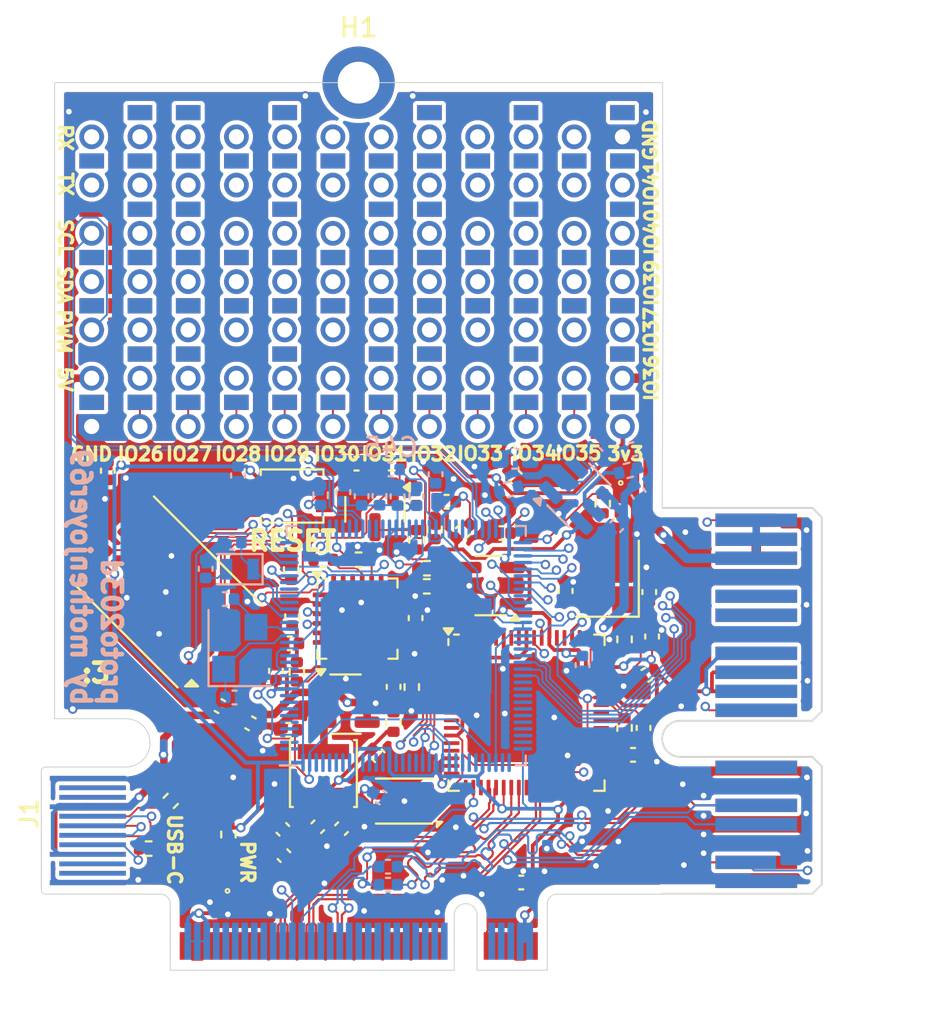
<source format=kicad_pcb>
(kicad_pcb (version 20240108) (generator "pcbnew") (generator_version "8.0")
  (layers (0 "F.Cu" signal) (1 "In1.Cu" signal) (2 "In2.Cu" signal) (31 "B.Cu" signal) (34 "B.Paste" user) (35 "F.Paste" user) (36 "B.SilkS" user "B.Silkscreen") (37 "F.SilkS" user "F.Silkscreen") (38 "B.Mask" user) (39 "F.Mask" user) (44 "Edge.Cuts" user))
  (net 0 "")
  (net 4 "Net-(U1-DVDD_DDR_RX)")
  (net 8 "Net-(U1-AVDD1P2)")
  (net 18 "Net-(J4-~{PRSNT1})")
  (net 45 "USB1_DN-")
  (net 46 "M.2_USB_UART_DN-")
  (net 47 "M.2_USB_UART_DP+")
  (net 53 "VBUS")
  (net 56 "GND")
  (net 61 "AVDD")
  (net 62 "LED_USR")
  (net 63 "SPI_WP")
  (net 64 "SPI_HLD")
  (net 65 "SPI_CS")
  (net 66 "SPI_MISO")
  (net 67 "SPI_CLK")
  (net 68 "SPI_MOSI")
  (net 69 "Net-(U4-REGIN)")
  (net 70 "Net-(U1-XTAL_IN_32K)")
  (net 71 "Net-(U1-XTAL_OUT)")
  (net 72 "Net-(U1-XTAL_IN)")
  (net 73 "Net-(U1-XTAL_OUT_32K)")
  (net 74 "AVDDIO_DRAM")
  (net 75 "Net-(D1-A)")
  (net 76 "Net-(D2-A)")
  (net 77 "RESET")
  (net 78 "Net-(J1-CC1)")
  (net 79 "Net-(J1-CC2)")
  (net 80 "GPIO31")
  (net 81 "GPIO35")
  (net 82 "GPIO27")
  (net 83 "GPIO33")
  (net 84 "GPIO32")
  (net 85 "GPIO28")
  (net 86 "GPIO29")
  (net 87 "GPIO30")
  (net 88 "GPIO34")
  (net 89 "GPIO26")
  (net 90 "Net-(U1-GND_EFUSE)")
  (net 91 "Net-(U4-~{RST})")
  (net 92 "UART0_RXD")
  (net 93 "UART0_TXD")
  (net 94 "Net-(U3-LX)")
  (net 95 "Net-(U3-FB)")
  (net 97 "USB_UART_RX")
  (net 99 "Net-(U4-VPP)")
  (net 109 "USB_UART_TX")
  (net 145 "Net-(U6-BP{slash}FP)")
  (net 146 "Net-(U7-EN)")
  (net 147 "+1V0")
  (net 148 "Net-(U7-FB)")
  (net 149 "Net-(U7-LX)")
  (net 150 "SAR_GPIO1")
  (net 151 "Net-(Q1-D)")
  (net 152 "Net-(U7-PG)")
  (net 153 "I2C0_SDA")
  (net 154 "PWM0")
  (net 155 "IR_IN")
  (net 156 "I2C0_SCL")
  (net 165 "PE_RX_C_P")
  (net 166 "PE_RX_P")
  (net 167 "PE_RX_N")
  (net 168 "PE_RX_C_N")
  (net 169 "1.05v")
  (net 170 "Net-(U9-XO)")
  (net 171 "Net-(U9-XI)")
  (net 172 "UART1_TX")
  (net 173 "UART1_RX")
  (net 174 "Net-(U9-TESTEN)")
  (net 175 "Net-(U9-~{USBHPE1})")
  (net 176 "GPIO40")
  (net 177 "GPIO41")
  (net 178 "GPIO39")
  (net 179 "GPIO37")
  (net 180 "GPIO38")
  (net 182 "PE_CLK_P")
  (net 183 "PE_TX_P")
  (net 184 "PE_CLK_nREQ")
  (net 185 "PE_CLK_N")
  (net 186 "PE_nRST")
  (net 193 "USB2_DN-")
  (net 214 "USB3_DP+")
  (net 215 "USB2_DP+")
  (net 221 "PE_TX_N")
  (net 222 "USB3_DN-")
  (net 227 "+12V")
  (net 236 "USB1_DP+")
  (footprint "Capacitor_SMD:C_0402_1005Metric" (layer "F.Cu") (at 122 87.095 -90)
    (property "Reference" "C43" (hide yes))
    (property "Value" "22pF")
  )
  (footprint "Resistor_SMD:R_0402_1005Metric" (layer "F.Cu") (at 116.6 83.95 -135)
    (property "Reference" "R17" (hide yes))
    (property "Value" "50k")
  )
  (footprint "Inductor_SMD:L_Changjiang_FNR3021S" (layer "F.Cu") (at 109.25 96.7 -90)
    (property "Reference" "L1" (hide yes))
    (property "Value" "SWPA3015S2R2MT")
  )
  (footprint "Capacitor_SMD:C_0402_1005Metric" (layer "F.Cu") (at 107.4 94.4 180)
    (property "Reference" "C37" (hide yes))
    (property "Value" "22uF")
  )
  (footprint "Resistor_SMD:R_0402_1005Metric" (layer "F.Cu") (at 111.1 85.45)
    (property "Reference" "R5" (hide yes))
    (property "Value" "22r")
  )
  (footprint "Capacitor_SMD:C_0402_1005Metric" (layer "F.Cu") (at 107.172589 101.020589 -45)
    (property "Reference" "C3" (hide yes))
    (property "Value" "0.1uF")
  )
  (footprint "Capacitor_SMD:C_0402_1005Metric" (layer "F.Cu") (at 126.265692 91.51 30)
    (property "Reference" "C42" (hide yes))
    (property "Value" "10uF")
  )
  (footprint "Resistor_SMD:R_0402_1005Metric" (layer "F.Cu") (at 113.900458 92.150669 90)
    (property "Reference" "R12" (hide yes))
    (property "Value" "33k")
  )
  (footprint "Resistor_SMD:R_0402_1005Metric" (layer "F.Cu") (at 114.7 85.9)
    (property "Reference" "R13" (hide yes))
    (property "Value" "57.6k")
  )
  (footprint "Capacitor_SMD:C_0402_1005Metric" (layer "F.Cu") (at 126.4 87.15 -90)
    (property "Reference" "C44" (hide yes))
    (property "Value" "22pF")
  )
  (footprint "Capacitor_SMD:C_0402_1005Metric" (layer "F.Cu") (at 115.73 82.4 180)
    (property "Reference" "C36" (hide yes))
    (property "Value" "39pF")
  )
  (footprint "Capacitor_SMD:C_0402_1005Metric" (layer "F.Cu") (at 118.62 84.05)
    (property "Reference" "C46" (hide yes))
    (property "Value" "0.1uF")
  )
  (footprint "Capacitor_SMD:C_0402_1005Metric" (layer "F.Cu") (at 110.2 99.6 -135)
    (property "Reference" "C26" (hide yes))
    (property "Value" "22uF")
  )
  (footprint "Resistor_SMD:R_0402_1005Metric" (layer "F.Cu") (at 125.100001 89.64 -90)
    (property "Reference" "R21" (hide yes))
    (property "Value" "6.04k")
  )
  (footprint "Capacitor_SMD:C_0402_1005Metric" (layer "F.Cu") (at 114.138 82.101 90)
    (property "Reference" "C13" (hide yes))
    (property "Value" "0.1uF")
  )
  (footprint "Resistor_SMD:R_0402_1005Metric" (layer "F.Cu") (at 112.937 93.993 -90)
    (property "Reference" "R11" (hide yes))
    (property "Value" "150k")
  )
  (footprint "Button_Switch_SMD:SW_SPST_B3U-1000P" (layer "F.Cu") (at 107.6 82.1)
    (property "Reference" "SW1" (hide yes))
    (property "Value" "RESET")
  )
  (footprint "Capacitor_SMD:C_0402_1005Metric" (layer "F.Cu") (at 108.95 99.5 -135)
    (property "Reference" "C27" (hide yes))
    (property "Value" "0.1uF")
  )
  (footprint "Capacitor_SMD:C_0402_1005Metric" (layer "F.Cu") (at 119.35 81.1 -45)
    (property "Reference" "C38" (hide yes))
    (property "Value" "0.1uF")
  )
  (footprint "Resistor_SMD:R_0402_1005Metric" (layer "F.Cu") (at 107.55 86 -90)
    (property "Reference" "R7" (hide yes))
    (property "Value" "10k")
  )
  (footprint "Resistor_SMD:R_0402_1005Metric" (layer "F.Cu") (at 109.24 85.449999)
    (property "Reference" "R6" (hide yes))
    (property "Value" "22r")
  )
  (footprint "Package_TO_SOT_SMD:SOT-23" (layer "F.Cu") (at 111.9625 82.8 -90)
    (property "Reference" "Q1" (hide yes))
    (property "Value" "2N7002")
  )
  (footprint "Resistor_SMD:R_0402_1005Metric" (layer "F.Cu") (at 114.69 86.849999 180)
    (property "Reference" "R14" (hide yes))
    (property "Value" "240k")
  )
  (footprint "USB-C_PCB_EDGE:USB_TYPE_C_W_2.0_5" (layer "F.Cu") (at 94.3999 99.699999 90)
    (property "Reference" "J1")
    (property "Value" "USB_C_Receptacle_USB2.0_16P" (hide yes))
    (fp_line (start 3.144999 0) (end 3.286349 0.058549) (stroke (width 0.05)) (layer "Edge.Cuts"))
    (fp_line (start 3.045 0) (end 3.144999 0) (stroke (width 0.05)) (layer "Edge.Cuts"))
    (fp_line (start -3.145 0) (end 3.045 0) (stroke (width 0.05)) (layer "Edge.Cuts"))
    (fp_line (start -3.28635 0.058548) (end -3.145 0) (stroke (width 0.05)) (layer "Edge.Cuts"))
    (fp_line (start 3.286349 0.058549) (end 3.344899 0.199901) (stroke (width 0.05)) (layer "Edge.Cuts"))
    (fp_line (start -3.3449 0.199897) (end -3.28635 0.058548) (stroke (width 0.05)) (layer "Edge.Cuts"))
    (fp_line (start 3.344899 0.199901) (end 3.344899 4.450103) (stroke (width 0.05)) (layer "Edge.Cuts"))
    (fp_line (start 5.884901 0.7) (end 8.000002 0.7) (stroke (width 0.05)) (layer "Edge.Cuts"))
    (fp_line (start -3.344898 4.450097) (end -3.3449 0.199897) (stroke (width 0.05)) (layer "Edge.Cuts"))
    (fp_line (start -3.344898 4.450097) (end -3.344898 5.650097) (stroke (width 0.05)) (layer "Edge.Cuts"))
    (fp_line (start 5.884901 4.4501) (end 5.884901 0.7) (stroke (width 0.05)) (layer "Edge.Cuts"))
    (fp_arc (start 5.884901 4.4501) (mid 4.614901 5.720101) (end 3.344899 4.450103) (stroke (width 0.05)) (layer "Edge.Cuts"))
  )
  (footprint "Capacitor_SMD:C_0402_1005Metric" (layer "F.Cu") (at 110.989096 80.396396 180)
    (property "Reference" "C21" (hide yes))
    (property "Value" "10uF")
  )
  (footprint "Resistor_SMD:R_0402_1005Metric" (layer "F.Cu") (at 125.1 94.3 90)
    (property "Reference" "R22" (hide yes))
    (property "Value" "15k")
  )
  (footprint "Resistor_SMD:R_0402_1005Metric" (layer "F.Cu") (at 100.05 100.65)
    (property "Reference" "R4" (hide yes))
    (property "Value" "5.1k")
  )
  (footprint "LED_SMD:LED_0402_1005Metric" (layer "F.Cu") (at 124.9 82.5 -90)
    (property "Reference" "D2" (hide yes))
    (property "Value" "LED_USR")
  )
  (footprint "Package_SON:WSON-8-1EP_8x6mm_P1.27mm_EP3.4x4.3mm" (layer "F.Cu") (at 100.952634 87.148689 135)
    (property "Reference" "U2" (hide yes))
    (property "Value" "W25N02KVZEIR")
  )
  (footprint "Crystal:Crystal_SMD_3225-4Pin_3.2x2.5mm" (layer "F.Cu") (at 124.2 86.450001 90)
    (property "Reference" "Y3" (hide yes))
    (property "Value" "Crystal_GND23")
  )
  (footprint "Capacitor_SMD:C_0402_1005Metric" (layer "F.Cu") (at 103.8 93.15 150)
    (property "Reference" "C24" (hide yes))
    (property "Value" "22uF")
  )
  (footprint "Capacitor_SMD:C_0402_1005Metric" (layer "F.Cu") (at 97.9 80.77 90)
    (property "Reference" "C15" (hide yes))
    (property "Value" "01.uF")
  )
  (footprint "ssd203d-pi:PROTO_THT_SMD_4x" (layer "F.Cu") (at 118.64 69.55)
    (property "Reference" "J2" (hide yes))
    (property "Value" "PROTO")
  )
  (footprint "Capacitor_SMD:C_0402_1005Metric" (layer "F.Cu") (at 114.1 88.52 -90)
    (property "Reference" "C20" (hide yes))
    (property "Value" "10uF")
  )
  (footprint "Capacitor_SMD:C_0402_1005Metric" (layer "F.Cu") (at 112.943367 92.141088 90)
    (property "Reference" "C28" (hide yes))
    (property "Value" "22pF")
  )
  (footprint "Capacitor_SMD:C_0402_1005Metric" (layer "F.Cu") (at 106.75 91.3 90)
    (property "Reference" "C4" (hide yes))
    (property "Value" "0.1uF")
  )
  (footprint "Capacitor_SMD:C_0402_1005Metric" (layer "F.Cu") (at 126.549 89.49 90)
    (property "Reference" "C6" (hide yes))
    (property "Value" "0.1uF")
  )
  (footprint "Resistor_SMD:R_0402_1005Metric" (layer "F.Cu") (at 112.844 80.372 180)
    (property "Reference" "R20" (hide yes))
    (property "Value" "4.7k")
  )
  (footprint "Capacitor_SMD:C_0402_1005Metric" (layer "F.Cu") (at 107.6 88.43 90)
    (property "Reference" "C22" (hide yes))
    (property "Value" "0.1uF")
  )
  (footprint "LED_SMD:LED_0402_1005Metric" (layer "F.Cu") (at 104.200001 101.784999 90)
    (property "Reference" "D1" (hide yes))
    (property "Value" "LED_PWR")
  )
  (footprint "Package_DFN_QFN:QFN-24-1EP_4x4mm_P0.5mm_EP2.6x2.6mm" (layer "F.Cu") (at 111.0375 88.55)
    (property "Reference" "U4" (hide yes))
    (property "Value" "CP2104")
  )
  (footprint "Package_SON:SON-8-1EP_3x2mm_P0.5mm_EP1.4x1.6mm" (layer "F.Cu") (at 113.512501 98.149998 180)
    (property "Reference" "U8" (hide yes))
    (property "Value" "TPS784105QWDRBRQ1")
  )
  (footprint "Capacitor_SMD:C_0402_1005Metric" (layer "F.Cu") (at 105.409308 94.06 -30)
    (property "Reference" "C25" (hide yes))
    (property "Value" "0.1uF")
  )
  (footprint "Resistor_SMD:R_0402_1005Metric" (layer "F.Cu") (at 104.249999 99.91 90)
    (property "Reference" "R2" (hide yes))
    (property "Value" "1.5k")
  )
  (footprint "Capacitor_SMD:C_0402_1005Metric" (layer "F.Cu") (at 112.139411 95.764411 135)
    (property "Reference" "C29" (hide yes))
    (property "Value" "1uF")
  )
  (footprint "Capacitor_SMD:C_0402_1005Metric" (layer "F.Cu") (at 119.662 102.435 180)
    (property "Reference" "C7" (hide yes))
    (property "Value" "0.1uF")
  )
  (footprint "Capacitor_SMD:C_0402_1005Metric" (layer "F.Cu") (at 107.113411 99.635411 135)
    (property "Reference" "C2" (hide yes))
    (property "Value" "0.1uF")
  )
  (footprint "Capacitor_SMD:C_0402_1005Metric" (layer "F.Cu") (at 126.1 94.3 90)
    (property "Reference" "C41" (hide yes))
    (property "Value" "10uF")
  )
  (footprint "Package_TO_SOT_SMD:SOT-23-5" (layer "F.Cu") (at 118.05 86.812501 180)
    (property "Reference" "U6" (hide yes))
    (property "Value" "RS3236-ADJCYF5")
  )
  (footprint "Package_DFN_QFN:QFN-68-1EP_8x8mm_P0.4mm_EP5.2x5.2mm" (layer "F.Cu") (at 119.9375 93.5)
    (property "Reference" "U9" (hide yes))
    (property "Value" "VL805")
  )
  (footprint "Resistor_SMD:R_0402_1005Metric" (layer "F.Cu") (at 101.210625 98.139376 -135)
    (property "Reference" "R10" (hide yes))
    (property "Value" "5.1k")
  )
  (footprint "Resistor_SMD:R_0402_1005Metric" (layer "F.Cu") (at 115.099999 83.86 90)
    (property "Reference" "R18" (hide yes))
    (property "Value" "100k")
  )
  (footprint "Capacitor_SMD:C_0402_1005Metric" (layer "F.Cu") (at 125.549 95.717)
    (property "Reference" "C5" (hide yes))
    (property "Value" "0.1uF")
  )
  (footprint "Resistor_SMD:R_0402_1005Metric" (layer "F.Cu") (at 114.15 84.4 90)
    (property "Reference" "R19" (hide yes))
    (property "Value" "300k")
  )
  (footprint "NGFF:NGFF_B" (layer "F.Cu") (at 111.109603 107.047548)
    (property "Reference" "U5" (hide yes))
    (property "Value" "NGFF_B")
    (fp_line (start -11 -4) (end -10.425 -4) (stroke (width 0.05)) (layer "Edge.Cuts"))
    (fp_line (start -9.925 -3.5) (end -9.925 0) (stroke (width 0.05)) (layer "Edge.Cuts"))
    (fp_line (start -9.925 0) (end 0 0) (stroke (width 0.05)) (layer "Edge.Cuts"))
    (fp_line (start 0 0) (end 5.025 0) (stroke (width 0.05)) (layer "Edge.Cuts"))
    (fp_line (start 5.025 0) (end 5.025 -2.9) (stroke (width 0.05)) (layer "Edge.Cuts"))
    (fp_line (start 6.225 -2.9) (end 6.225 0) (stroke (width 0.05)) (layer "Edge.Cuts"))
    (fp_line (start 6.225 0) (end 9.925 0) (stroke (width 0.05)) (layer "Edge.Cuts"))
    (fp_line (start 9.925 0) (end 9.925 -3.5) (stroke (width 0.05)) (layer "Edge.Cuts"))
    (fp_line (start 10.425 -4) (end 11 -4) (stroke (width 0.05)) (layer "Edge.Cuts"))
    (fp_arc (start -10.425 -4) (mid -10.071447 -3.853553) (end -9.925 -3.5) (stroke (width 0.05)) (layer "Edge.Cuts"))
    (fp_arc (start 5.025 -2.9) (mid 5.625 -3.5) (end 6.225 -2.9) (stroke (width 0.05)) (layer "Edge.Cuts"))
    (fp_arc (start 9.925 -3.5) (mid 10.071447 -3.853553) (end 10.425 -4) (stroke (width 0.05)) (layer "Edge.Cuts"))
  )
  (footprint "Capacitor_SMD:C_0402_1005Metric" (layer "F.Cu") (at 107.48 89.85 180)
    (property "Reference" "C23" (hide yes))
    (property "Value" "0.1uF")
  )
  (footprint "Package_TO_SOT_SMD:SOT-23-5" (layer "F.Cu") (at 110.4125 93.05)
    (property "Reference" "U3" (hide yes))
    (property "Value" "SM8082AAAC")
  )
  (footprint "Resistor_SMD:R_0402_1005Metric" (layer "F.Cu") (at 107.85 91.35 -90)
    (property "Reference" "R9" (hide yes))
    (property "Value" "4.7k")
  )
  (footprint "MountingHole:MountingHole_2.2mm_M2_DIN965_Pad" (layer "F.Cu") (at 111.1 60.35)
    (property "Reference" "H1")
    (property "Value" "M.2 Screw")
  )
  (footprint "Resistor_SMD:R_0402_1005Metric" (layer "F.Cu") (at 123.95 82.5 90)
    (property "Reference" "R3" (hide yes))
    (property "Value" "1.5k")
  )
  (footprint "Package_TO_SOT_SMD:SOT-23-6" (layer "B.Cu") (at 122.7 82.05 -45)
    (property "Reference" "U7" (hide yes))
    (property "Value" "SY80063ABC")
  )
  (footprint "Capacitor_SMD:C_0402_1005Metric" (layer "B.Cu") (at 111.26 82.113 90)
    (property "Reference" "C11" (hide yes))
    (property "Value" "0.1uF")
  )
  (footprint "Capacitor_SMD:C_0402_1005Metric" (layer "B.Cu") (at 125.84 81.965692 -60)
    (property "Reference" "C34" (hide yes))
    (property "Value" "0.1uF")
  )
  (footprint "Capacitor_SMD:C_0402_1005Metric" (layer "B.Cu") (at 104.067 87.518)
    (property "Reference" "C16" (hide yes))
    (property "Value" "15pF")
  )
  (footprint "Connector_PCBEdge:BUS_PCIexpress_x1" (layer "B.Cu") (at 132.032281 83.373392 -90)
    (property "Reference" "J4" (hide yes))
    (property "Value" "Bus_PCI_Express_x1")
    (fp_line (start 12.450001 -2.950001) (end 12.450001 3.999999) (stroke (width 0.1)) (layer "Edge.Cuts"))
    (fp_line (start 19.649998 -2.950001) (end 19.650001 4.950001) (stroke (width 0.1)) (layer "Edge.Cuts"))
    (fp_line (start -0.649999 -2.950002) (end -0.65 4.950001) (stroke (width 0.1)) (layer "Edge.Cuts"))
    (fp_line (start 10.55 -2.950003) (end 10.55 4) (stroke (width 0.1)) (layer "Edge.Cuts"))
    (fp_line (start -0.149999 -3.449998) (end -0.649999 -2.950002) (stroke (width 0.1)) (layer "Edge.Cuts"))
    (fp_line (start 10.050001 -3.45) (end 10.55 -2.950003) (stroke (width 0.1)) (layer "Edge.Cuts"))
    (fp_line (start 10.050001 -3.45) (end -0.149999 -3.449998) (stroke (width 0.1)) (layer "Edge.Cuts"))
    (fp_line (start 19.150001 -3.45) (end 19.649998 -2.950001) (stroke (width 0.1)) (layer "Edge.Cuts"))
    (fp_line (start 19.150001 -3.45) (end 12.950001 -3.450001) (stroke (width 0.1)) (layer "Edge.Cuts"))
    (fp_line (start 12.950001 -3.450001) (end 12.450001 -2.950001) (stroke (width 0.1)) (layer "Edge.Cuts"))
    (fp_arc (start 12.450001 3.999999) (mid 11.5 4.950001) (end 10.55 4) (stroke (width 0.1)) (layer "Edge.Cuts"))
  )
  (footprint "Resistor_SMD:R_0402_1005Metric" (layer "B.Cu") (at 125.3 80.75 15)
    (property "Reference" "R16" (hide yes))
    (property "Value" "4.7k")
  )
  (footprint "Capacitor_SMD:C_0402_1005Metric" (layer "B.Cu") (at 104.45 84.55)
    (property "Reference" "C19" (hide yes))
    (property "Value" "10pF")
  )
  (footprint "Capacitor_SMD:C_0402_1005Metric" (layer "B.Cu") (at 104.75 81.02 -90)
    (property "Reference" "C8" (hide yes))
    (property "Value" "0.1uF")
  )
  (footprint "Capacitor_SMD:C_0402_1005Metric" (layer "B.Cu") (at 115.153 80.952 90)
    (property "Reference" "C32" (hide yes))
    (property "Value" "0.01uF")
  )
  (footprint "Capacitor_SMD:C_0402_1005Metric" (layer "B.Cu") (at 114.15 82.13 90)
    (property "Reference" "C12" (hide yes))
    (property "Value" "0.1uF")
  )
  (footprint "Capacitor_SMD:C_0402_1005Metric" (layer "B.Cu") (at 110.3 81.895 90)
    (property "Reference" "C14" (hide yes))
    (property "Value" "0.1uF")
  )
  (footprint "Capacitor_SMD:C_0402_1005Metric" (layer "B.Cu") (at 104.57 92.7 180)
    (property "Reference" "C17" (hide yes))
    (property "Value" "15pF")
  )
  (footprint "Capacitor_SMD:C_0402_1005Metric" (layer "B.Cu") (at 112.65 102.55)
    (property "Reference" "C39" (hide yes))
    (property "Value" "100n")
  )
  (footprint "Capacitor_SMD:C_0402_1005Metric" (layer "B.Cu") (at 112.2 82.1 90)
    (property "Reference" "C31" (hide yes))
    (property "Value" "0.1uF")
  )
  (footprint "Capacitor_SMD:C_0402_1005Metric" (layer "B.Cu") (at 123.606116 79.894374 135)
    (property "Reference" "C35" (hide yes))
    (property "Value" "0.1uF")
  )
  (footprint "QFN-128.kicad_mod:QFN-128_EP_12.3x12.3_Pitch0.35mm" (layer "B.Cu") (at 113.6 89.975)
    (property "Reference" "U1" (hide yes))
    (property "Value" "~")
  )
  (footprint "Capacitor_SMD:C_0402_1005Metric" (layer "B.Cu") (at 103.05 85.93 -90)
    (property "Reference" "C18" (hide yes))
    (property "Value" "10pF")
  )
  (footprint "Inductor_SMD:L_0603_1608Metric" (layer "B.Cu") (at 119.35 80.15 180)
    (property "Reference" "L2" (hide yes))
    (property "Value" "2.2uH")
  )
  (footprint "Crystal:Crystal_SMD_2012-2Pin_2.0x1.2mm" (layer "B.Cu") (at 104.85 85.95 180)
    (property "Reference" "Y2" (hide yes))
    (property "Value" "32.768kHz Crystal")
  )
  (footprint "Resistor_SMD:R_0402_1005Metric" (layer "B.Cu") (at 109.1 82.06 90)
    (property "Reference" "R8" (hide yes))
    (property "Value" "10k")
  )
  (footprint "Crystal:Crystal_SMD_3225-4Pin_3.2x2.5mm" (layer "B.Cu") (at 104.850003 90.1 90)
    (property "Reference" "Y1" (hide yes))
    (property "Value" "24MHz Crystal")
  )
  (footprint "Resistor_SMD:R_0402_1005Metric" (layer "B.Cu") (at 119 81.75 15)
    (property "Reference" "R15" (hide yes))
    (property "Value" "4.7k")
  )
  (footprint "Capacitor_SMD:C_0402_1005Metric" (layer "B.Cu") (at 112.65 101.6)
    (property "Reference" "C40" (hide yes))
    (property "Value" "100n")
  )
  (footprint "Capacitor_SMD:C_0402_1005Metric" (layer "B.Cu") (at 112.295308 97.956 -30)
    (property "Reference" "C10" (hide yes))
    (property "Value" "1uF")
  )
  (footprint "Capacitor_SMD:C_0402_1005Metric" (layer "B.Cu") (at 124.689411 83.660589 -135)
    (property "Reference" "C33" (hide yes))
    (property "Value" "22uF")
  )
  (footprint "Capacitor_SMD:C_0402_1005Metric" (layer "B.Cu") (at 112.78 80.7 180)
    (property "Reference" "C45")
    (property "Value" "470n")
  )
  (footprint "Capacitor_SMD:C_0402_1005Metric" (layer "B.Cu") (at 122.887 90.995 -90)
    (property "Reference" "C9" (hide yes))
    (property "Value" "22uF 10v")
  )
  (footprint "Capacitor_SMD:C_0402_1005Metric" (layer "B.Cu") (at 113.15 82.12 90)
    (property "Reference" "C30" (hide yes))
    (property "Value" "22uF")
  )
  (footprint "Capacitor_SMD:C_0402_1005Metric" (layer "B.Cu") (at 125.552356 79.641233 15)
    (property "Reference" "C1" (hide yes))
    (property "Value" "0.1uF")
  )
  (gr_line (start 95.1 61.05) (end 95.1 60.35) (stroke (width 0.05)) (layer "Edge.Cuts"))
  (gr_line (start 127.1 61.05) (end 127.1 60.35) (stroke (width 0.05)) (layer "Edge.Cuts"))
  (gr_line (start 95.1 61.05) (end 95.1 91.05) (stroke (width 0.05)) (layer "Edge.Cuts"))
  (gr_line (start 122.109603 103.047548) (end 127.109603 103.047548) (stroke (width 0.05)) (layer "Edge.Cuts"))
  (gr_line (start 127.130922 70.935482) (end 127.1 61.05) (stroke (width 0.05)) (layer "Edge.Cuts"))
  (gr_line (start 127.08228 82.723392) (end 127.130922 70.935482) (stroke (width 0.05)) (layer "Edge.Cuts"))
  (gr_line (start 127.08228 103.023393) (end 127.109603 103.047548) (stroke (width 0.05)) (layer "Edge.Cuts"))
  (gr_line (start 95.0999 91.699997) (end 95.1 91.05) (stroke (width 0.05)) (layer "Edge.Cuts"))
  (gr_line (start 127.1 60.35) (end 95.1 60.35) (stroke (width 0.05)) (layer "Edge.Cuts"))
  (gr_line (start 100.049997 103.044897) (end 100.109603 103.047548) (stroke (width 0.05)) (layer "Edge.Cuts"))
  (gr_text "proto203d\nby mothenjoyer69" (at 95.9 93.25 270) (layer "B.SilkS") (effects (font (size 1 1) (thickness 0.25) (bold yes)) (justify left bottom mirror)))
  (gr_text "5V" (at 95.241 75.208 270) (layer "F.SilkS") (effects (font (size 0.7 0.7) (thickness 0.175) (bold yes)) (justify left bottom)))
  (gr_text "IO29" (at 106 80.3 0) (layer "F.SilkS") (effects (font (size 0.7 0.7) (thickness 0.175) (bold yes)) (justify left bottom)))
  (gr_text "PWR" (at 104.85 100.15 270) (layer "F.SilkS") (effects (font (size 0.7 0.7) (thickness 0.175) (bold yes)) (justify left bottom)))
  (gr_text "IO41" (at 126.927 66.976 90) (layer "F.SilkS") (effects (font (size 0.7 0.7) (thickness 0.175) (bold yes)) (justify left bottom)))
  (gr_text "IO36" (at 126.938 77.195 90) (layer "F.SilkS") (effects (font (size 0.7 0.7) (thickness 0.175) (bold yes)) (justify left bottom)))
  (gr_text "IO31" (at 111.15 80.3 0) (layer "F.SilkS") (effects (font (size 0.7 0.7) (thickness 0.175) (bold yes)) (justify left bottom)))
  (gr_text "TX\n" (at 95.27 64.978 270) (layer "F.SilkS") (effects (font (size 0.7 0.7) (thickness 0.175) (bold yes)) (justify left bottom)))
  (gr_text "3v3" (at 124.101 80.29 0) (layer "F.SilkS") (effects (font (size 0.7 0.7) (thickness 0.175) (bold yes)) (justify left bottom)))
  (gr_text "IO34" (at 119.047 80.271 0) (layer "F.SilkS") (effects (font (size 0.7 0.7) (thickness 0.175) (bold yes)) (justify left bottom)))
  (gr_text "IO26" (at 98.319 80.301 0) (layer "F.SilkS") (effects (font (size 0.7 0.7) (thickness 0.175) (bold yes)) (justify left bottom)))
  (gr_text "USB-C" (at 101 98.75 270) (layer "F.SilkS") (effects (font (size 0.7 0.7) (thickness 0.175) (bold yes)) (justify left bottom)))
  (gr_text "IO37" (at 126.915 74.686 90) (layer "F.SilkS") (effects (font (size 0.7 0.7) (thickness 0.175) (bold yes)) (justify left bottom)))
  (gr_text "IO35" (at 121.351 80.257 0) (layer "F.SilkS") (effects (font (size 0.7 0.7) (thickness 0.175) (bold yes)) (justify left bottom)))
  (gr_text ":3" (at 96.4 92 0) (layer "F.SilkS") (effects (font (size 1 1) (thickness 0.25) (bold yes)) (justify left bottom)))
  (gr_text "RESET" (at 105.2 85.05 0) (layer "F.SilkS") (effects (font (size 1 1) (thickness 0.25) (bold yes)) (justify left bottom)))
  (gr_text "GND\n" (at 95.869 80.305 0) (layer "F.SilkS") (effects (font (size 0.7 0.7) (thickness 0.175) (bold yes)) (justify left bottom)))
  (gr_text "IO28" (at 103.45 80.3 0) (layer "F.SilkS") (effects (font (size 0.7 0.7) (thickness 0.175) (bold yes)) (justify left bottom)))
  (gr_text "RX" (at 95.26 62.444 270) (layer "F.SilkS") (effects (font (size 0.7 0.7) (thickness 0.175) (bold yes)) (justify left bottom)))
  (gr_text "GND" (at 126.88 64.548 90) (layer "F.SilkS") (effects (font (size 0.7 0.7) (thickness 0.175) (bold yes)) (justify left bottom)))
  (gr_text "IO33" (at 116.185 80.276 0) (layer "F.SilkS") (effects (font (size 0.7 0.7) (thickness 0.175) (bold yes)) (justify left bottom)))
  (gr_text "SDA" (at 95.212 69.91 270) (layer "F.SilkS") (effects (font (size 0.7 0.7) (thickness 0.175) (bold yes)) (justify left bottom)))
  (gr_text "IO39" (at 126.95 72.201 90) (layer "F.SilkS") (effects (font (size 0.7 0.7) (thickness 0.175) (bold yes)) (justify left bottom)))
  (gr_text "IO30" (at 108.65 80.3 0) (layer "F.SilkS") (effects (font (size 0.7 0.7) (thickness 0.175) (bold yes)) (justify left bottom)))
  (gr_text "IO40" (at 126.95 69.519 90) (layer "F.SilkS") (effects (font (size 0.7 0.7) (thickness 0.175) (bold yes)) (justify left bottom)))
  (gr_text "IO27" (at 100.863 80.301 0) (layer "F.SilkS") (effects (font (size 0.7 0.7) (thickness 0.175) (bold yes)) (justify left bottom)))
  (gr_text "IO32" (at 113.728 80.304 0) (layer "F.SilkS") (effects (font (size 0.7 0.7) (thickness 0.175) (bold yes)) (justify left bottom)))
  (gr_text "SCL" (at 95.251 67.434 270) (layer "F.SilkS") (effects (font (size 0.7 0.7) (thickness 0.175) (bold yes)) (justify left bottom)))
  (gr_text "PWM" (at 95.183 72.183 270) (layer "F.SilkS") (effects (font (size 0.7 0.7) (thickness 0.175) (bold yes)) (justify left bottom)))
  (segment (start 115.175002 83.415001) (end 115.175002 83.825001) (width 0.1) (layer "B.Cu") (net 4))
  (segment (start 113.78 81.22) (end 114.444002 81.22) (width 0.1) (layer "B.Cu") (net 4))
  (segment (start 114.444002 81.22) (end 114.65 81.425998) (width 0.1) (layer "B.Cu") (net 4))
  (segment (start 114.65 82.889999) (end 115.175002 83.415001) (width 0.1) (layer "B.Cu") (net 4))
  (segment (start 114.65 81.425998) (end 114.65 82.889999) (width 0.1) (layer "B.Cu") (net 4))
  (segment (start 113.26 80.7) (end 113.78 81.22) (width 0.1) (layer "B.Cu") (net 4))
  (segment (start 119.85 82.95) (end 119.1 83.7) (width 0.1) (layer "F.Cu") (net 8))
  (segment (start 119.1 83.7) (end 119.1 84.05) (width 0.1) (layer "F.Cu") (net 8))
  (via (at 118.05 86.8) (size 0.5) (drill 0.3) (layers "F.Cu" "B.Cu") (net 8))
  (via (at 119.85 82.95) (size 0.5) (drill 0.3) (layers "F.Cu" "B.Cu") (net 8))
  (segment (start 119.3 88.05) (end 119.75 88.05) (width 0.1) (layer "B.Cu") (net 8))
  (segment (start 118.05 86.8) (end 119.3 88.05) (width 0.1) (layer "B.Cu") (net 8))
  (segment (start 129.55 83.373392) (end 131.482282 83.373392) (width 0.1) (layer "F.Cu") (net 18))
  (segment (start 129.45 83.473392) (end 129.55 83.373392) (width 0.1) (layer "F.Cu") (net 18))
  (via (at 129.45 83.473392) (size 0.5) (drill 0.3) (layers "F.Cu" "B.Cu") (net 18))
  (via (at 134.732281 101.8) (size 0.5) (drill 0.3) (layers "F.Cu" "B.Cu") (net 18))
  (segment (start 131.482281 101.373392) (end 131.908889 101.8) (width 0.1) (layer "B.Cu") (net 18))
  (segment (start 131.908889 101.8) (end 134.732281 101.8) (width 0.1) (layer "B.Cu") (net 18))
  (segment (start 99.857107 100) (end 97.149904 100) (width 0.1) (layer "F.Cu") (net 45))
  (segment (start 100.1 99.05) (end 100.1 99.242893) (width 0.1) (layer "F.Cu") (net 45))
  (segment (start 100.1 99.242893) (end 100.15 99.292893) (width 0.1) (layer "F.Cu") (net 45))
  (segment (start 100.15 99.707107) (end 99.857107 100) (width 0.1) (layer "F.Cu") (net 45))
  (segment (start 100.2 98.95) (end 100.1 99.05) (width 0.1) (layer "F.Cu") (net 45))
  (segment (start 100.15 99.292893) (end 100.15 99.707107) (width 0.1) (layer "F.Cu") (net 45))
  (segment (start 97.149904 100) (end 97.099902 99.949998) (width 0.1) (layer "F.Cu") (net 45))
  (via (at 118.441158 82.84314) (size 0.5) (drill 0.3) (layers "F.Cu" "B.Cu") (net 45))
  (via (at 100.2 98.95) (size 0.5) (drill 0.3) (layers "F.Cu" "B.Cu") (net 45))
  (segment (start 100.2 98.95) (end 99.224999 98.95) (width 0.1) (layer "B.Cu") (net 45))
  (segment (start 99.224999 98.95) (end 98.7249 99.450099) (width 0.1) (layer "B.Cu") (net 45))
  (segment (start 98.7249 99.450099) (end 97.0999 99.450099) (width 0.1) (layer "B.Cu") (net 45))
  (segment (start 118.675002 83.347954) (end 118.675002 83.825) (width 0.1) (layer "B.Cu") (net 45))
  (segment (start 118.310482 82.973816) (end 118.310482 82.983434) (width 0.1) (layer "B.Cu") (net 45))
  (segment (start 118.441158 82.84314) (end 118.310482 82.973816) (width 0.1) (layer "B.Cu") (net 45))
  (segment (start 118.310482 82.983434) (end 118.675002 83.347954) (width 0.1) (layer "B.Cu") (net 45))
  (segment (start 120.876687 90.38783) (end 120.866102 90.38783) (width 0.1) (layer "F.Cu") (net 46))
  (segment (start 120.337499 89.859227) (end 120.337499 89.562498) (width 0.1) (layer "F.Cu") (net 46))
  (segment (start 108.450003 88.8) (end 109.1 88.8) (width 0.1) (layer "F.Cu") (net 46))
  (segment (start 108.4 88.850003) (end 108.450003 88.8) (width 0.1) (layer "F.Cu") (net 46))
  (segment (start 120.866102 90.38783) (end 120.337499 89.859227) (width 0.1) (layer "F.Cu") (net 46))
  (via (at 108.4 88.850003) (size 0.5) (drill 0.3) (layers "F.Cu" "B.Cu") (net 46))
  (via (at 120.876687 90.38783) (size 0.5) (drill 0.3) (layers "F.Cu" "B.Cu") (net 46))
  (segment (start 120.65 88.8) (end 120.7375 88.8875) (width 0.1) (layer "F.Cu") (net 47))
  (segment (start 109.000201 88.200201) (end 109.1 88.3) (width 0.1) (layer "F.Cu") (net 47))
  (segment (start 108.416121 88.200201) (end 109.000201 88.200201) (width 0.1) (layer "F.Cu") (net 47))
  (segment (start 120.7375 88.8875) (end 120.7375 89.5625) (width 0.1) (layer "F.Cu") (net 47))
  (via (at 108.416121 88.200201) (size 0.5) (drill 0.3) (layers "F.Cu" "B.Cu") (net 47))
  (via (at 120.65 88.8) (size 0.5) (drill 0.3) (layers "F.Cu" "B.Cu") (net 47))
  (segment (start 104.813615 93.639999) (end 104.993616 93.82) (width 0.4) (layer "F.Cu") (net 53))
  (segment (start 104.993616 93.82) (end 105.220551 93.593065) (width 0.4) (layer "F.Cu") (net 53))
  (segment (start 107.328533 92.914533) (end 107.328533 91.583966) (width 0.2) (layer "F.Cu") (net 53))
  (segment (start 109.65 92.1) (end 110.5125 92.9625) (width 0.4) (layer "F.Cu") (net 53))
  (segment (start 107.328533 91.583966) (end 107.602499 91.31) (width 0.2) (layer "F.Cu") (net 53))
  (segment (start 108.636446 91.31) (end 108.846446 91.1) (width 0.2) (layer "F.Cu") (net 53))
  (segment (start 110.2875 90.899999) (end 110.2875 90.4875) (width 0.2) (layer "F.Cu") (net 53))
  (segment (start 110.087499 91.1) (end 110.2875 90.899999) (width 0.2) (layer "F.Cu") (net 53))
  (segment (start 95.806797 76.223965) (end 96.130762 75.9) (width 0.4) (layer "F.Cu") (net 53))
  (segment (start 96.85 98.450099) (end 95.324898 98.450099) (width 0.4) (layer "F.Cu") (net 53))
  (segment (start 109.275 92.1) (end 109.65 92.1) (width 0.4) (layer "F.Cu") (net 53))
  (segment (start 110.9875 92.9625) (end 110.5125 92.9625) (width 0.4) (layer "F.Cu") (net 53))
  (segment (start 101.893795 93.793795) (end 95.806797 87.706797) (width 0.4) (layer "F.Cu") (net 53))
  (segment (start 106.65 93.593065) (end 107.813065 92.43) (width 0.4) (layer "F.Cu") (net 53))
  (segment (start 95.324897 100.949999) (end 96.85 100.949999) (width 0.2) (layer "F.Cu") (net 53))
  (segment (start 108.846446 91.1) (end 110.087499 91.1) (width 0.2) (layer "F.Cu") (net 53))
  (segment (start 95.149948 100.77505) (end 95.324897 100.949999) (width 0.2) (layer "F.Cu") (net 53))
  (segment (start 100.85 94.83759) (end 102.047591 93.639999) (width 0.4) (layer "F.Cu") (net 53))
  (segment (start 95.324898 98.450099) (end 95.149948 98.625049) (width 0.2) (layer "F.Cu") (net 53))
  (segment (start 108.945 92.43) (end 109.275 92.1) (width 0.4) (layer "F.Cu") (net 53))
  (segment (start 100.85 96.65) (end 100.85 94.83759) (width 0.4) (layer "F.Cu") (net 53))
  (segment (start 99.049901 98.450099) (end 99.55 97.95) (width 0.4) (layer "F.Cu") (net 53))
  (segment (start 107.602499 91.31) (end 108.636446 91.31) (width 0.2) (layer "F.Cu") (net 53))
  (segment (start 96.85 98.450099) (end 99.049901 98.450099) (width 0.4) (layer "F.Cu") (net 53))
  (segment (start 96.130762 75.9) (end 97.05 75.9) (width 0.4) (layer "F.Cu") (net 53))
  (segment (start 111.55 93.525) (end 110.9875 92.9625) (width 0.4) (layer "F.Cu") (net 53))
  (segment (start 107.813065 92.43) (end 108.945 92.43) (width 0.4) (layer "F.Cu") (net 53))
  (segment (start 95.806797 87.706797) (end 95.806797 76.223965) (width 0.4) (layer "F.Cu") (net 53))
  (segment (start 102.047591 93.639999) (end 104.813615 93.639999) (width 0.4) (layer "F.Cu") (net 53))
  (segment (start 99.55 97.95) (end 100.85 96.65) (width 0.4) (layer "F.Cu") (net 53))
  (segment (start 111.55 94) (end 111.55 93.525) (width 0.4) (layer "F.Cu") (net 53))
  (segment (start 105.220551 93.593065) (end 106.65 93.593065) (width 0.4) (layer "F.Cu") (net 53))
  (segment (start 95.149948 98.625049) (end 95.149948 100.77505) (width 0.2) (layer "F.Cu") (net 53))
  (via (at 99.55 97.95) (size 0.5) (drill 0.3) (layers "F.Cu" "B.Cu") (net 53))
  (via (at 100.829733 95.70565) (size 0.5) (drill 0.3) (layers "F.Cu" "B.Cu") (net 53))
  (via (at 110.5125 92.9625) (size 0.5) (drill 0.3) (layers "F.Cu" "B.Cu") (net 53))
  (via (at 124 89.025) (size 0.5) (drill 0.3) (layers "F.Cu" "B.Cu") (net 53))
  (segment (start 125.078822 82.071178) (end 125.078822 83.321178) (width 0.4) (layer "B.Cu") (net 53))
  (segment (start 125.6 81.55) (end 125.078822 82.071178) (width 0.4) (layer "B.Cu") (net 53))
  (segment (start 96.85 98.450099) (end 95.324949 98.450099) (width 0.4) (layer "B.Cu") (net 53))
  (segment (start 100.844 95.691383) (end 100.829733 95.70565) (width 0.4) (layer "B.Cu") (net 53))
  (segment (start 124.176085 82.182583) (end 125.028822 83.03532) (width 0.4) (layer "B.Cu") (net 53))
  (segment (start 100.844 95.071) (end 100.844 95.691383) (width 0.4) (layer "B.Cu") (net 53))
  (segment (start 94.9999 98.775148) (end 94.9999 100.625002) (width 0.2) (layer "B.Cu") (net 53))
  (segment (start 125.6 80.816543) (end 125.79262 80.623923) (width 0.4) (layer "B.Cu") (net 53))
  (segment (start 95.324897 100.949999) (end 96.85 100.949999) (width 0.2) (layer "B.Cu") (net 53))
  (segment (start 96.85 98.450099) (end 99.049901 98.450099) (width 0.4) (layer "B.Cu") (net 53))
  (segment (start 125.79262 80.623923) (end 125.79262 80.618001) (width 0.1) (layer "B.Cu") (net 53))
  (segment (start 124 89.025) (end 125.078822 87.946178) (width 0.5) (layer "B.Cu") (net 53))
  (segment (start 125.028822 83.03532) (end 125.028822 83.321178) (width 0.4) (layer "B.Cu") (net 53))
  (segment (start 125.078822 87.946178) (end 125.078822 83.321178) (width 0.5) (layer "B.Cu") (net 53))
  (segment (start 99.049901 98.450099) (end 99.55 97.95) (width 0.4) (layer "B.Cu") (net 53))
  (segment (start 94.9999 100.625002) (end 95.324897 100.949999) (width 0.2) (layer "B.Cu") (net 53))
  (segment (start 95.324949 98.450099) (end 94.9999 98.775148) (width 0.2) (layer "B.Cu") (net 53))
  (segment (start 125.6 81.55) (end 125.6 80.816543) (width 0.4) (layer "B.Cu") (net 53))
  (segment (start 125.078822 83.321178) (end 125.028822 83.321178) (width 0.1) (layer "B.Cu") (net 53))
  (segment (start 107.859603 103.837847) (end 109.22245 102.475) (width 0.1) (layer "F.Cu") (net 56))
  (segment (start 109.22245 102.475) (end 109.3 102.475) (width 0.1) (layer "F.Cu") (net 56))
  (segment (start 115.1 83.35) (end 114.82 83.07) (width 0.1) (layer "F.Cu") (net 56))
  (segment (start 118.3 104.557151) (end 118.3 104.25) (width 0.1) (layer "F.Cu") (net 56))
  (segment (start 114.645907 80.445907) (end 114.5 80.3) (width 0.1) (layer "F.Cu") (net 56))
  (segment (start 107.859603 105.772548) (end 107.859603 103.837847) (width 0.1) (layer "F.Cu") (net 56))
  (segment (start 107.874999 87.675001) (end 107.6 87.95) (width 0.1) (layer "F.Cu") (net 56))
  (segment (start 122.4 86.615) (end 125.485 86.615) (width 0.1) (layer "F.Cu") (net 56))
  (segment (start 114.754431 80.445907) (end 114.645907 80.445907) (width 0.1) (layer "F.Cu") (net 56))
  (segment (start 108.975001 87.675001) (end 107.874999 87.675001) (width 0.1) (layer "F.Cu") (net 56))
  (segment (start 117.859603 104.997548) (end 118.3 104.557151) (width 0.1) (layer "F.Cu") (net 56))
  (segment (start 124.82 89.13) (end 124.3 89.65) (width 0.2) (layer "F.Cu") (net 56))
  (segment (start 125.485 86.615) (end 126.25 85.85) (width 0.1) (layer "F.Cu") (net 56))
  (segment (start 114.82 83.07) (end 114.82 80.511476) (width 0.1) (layer "F.Cu") (net 56))
  (segment (start 109.1 87.8) (end 108.975001 87.675001) (width 0.1) (layer "F.Cu") (net 56))
  (segment (start 125.100002 89.13) (end 124.82 89.13) (width 0.2) (layer "F.Cu") (net 56))
  (segment (start 117.859603 105.772548) (end 117.859603 104.997548) (width 0.1) (layer "F.Cu") (net 56))
  (segment (start 114.82 80.511476) (end 114.754431 80.445907) (width 0.1) (layer "F.Cu") (net 56))
  (segment (start 122 86.615) (end 122.4 86.615) (width 0.1) (layer "F.Cu") (net 56))
  (via (at 109.435 100.521) (size 0.5) (drill 0.3) (layers "F.Cu" "B.Cu") (net 56))
  (via (at 116.218 99.525) (size 0.5) (drill 0.3) (layers "F.Cu" "B.Cu") (net 56))
  (via (at 98.9 87.45) (size 0.5) (drill 0.3) (layers "F.Cu" "B.Cu") (net 56))
  (via (at 134.68 87.82) (size 0.5) (drill 0.3) (layers "F.Cu" "B.Cu") (net 56))
  (via (at 134.73 100.77) (size 0.5) (drill 0.3) (layers "F.Cu" "B.Cu") (net 56))
  (via (at 111.392 103.927) (size 0.5) (drill 0.3) (layers "F.Cu" "B.Cu") (net 56))
  (via (at 122.4 86.615) (size 0.5) (drill 0.3) (layers "F.Cu" "B.Cu") (net 56))
  (via (at 117.75 82.05) (size 0.5) (drill 0.3) (layers "F.Cu" "B.Cu") (net 56))
  (via (at 106.05 95.5) (size 0.5) (drill 0.3) (layers "F.Cu" "B.Cu") (net 56))
  (via (at 124.233 98.67) (size 0.5) (drill 0.3) (layers "F.Cu" "B.Cu") (net 56))
  (via (at 121.668949 79.652809) (size 0.5) (drill 0.3) (layers "F.Cu" "B.Cu") (net 56))
  (via (at 112.2 84.95) (size 0.5) (drill 0.3) (layers "F.Cu" "B.Cu") (net 56))
  (via (at 128.3 84) (size 0.5) (drill 0.3) (layers "F.Cu" "B.Cu") (net 56))
  (via (at 115.5 102.3) (size 0.5) (drill 0.3) (layers "F.Cu" "B.Cu") (net 56))
  (via (at 134.7 96.9) (size 0.5) (drill 0.3) (layers "F.Cu" "B.Cu") (net 56))
  (via (at 123.594 101.56) (size 0.5) (drill 0.3) (layers "F.Cu" "B.Cu") (net 56))
  (via (at 118.693 91.189) (size 0.5) (drill 0.3) (layers "F.Cu" "B.Cu") (net 56))
  (via (at 128.162 97.261) (size 0.5) (drill 0.3) (layers "F.Cu" "B.Cu") (net 56))
  (via (at 134.66 98.8) (size 0.5) (drill 0.3) (layers "F.Cu" "B.Cu") (net 56))
  (via (at 103.276 103.466) (size 0.5) (drill 0.3) (layers "F.Cu" "B.Cu") (net 56))
  (via (at 121.4 93.75) (size 0.5) (drill 0.3) (layers "F.Cu" "B.Cu") (net 56))
  (via (at 122.869 100.267) (size 0.5) (drill 0.3) (layers "F.Cu" "B.Cu") (net 56))
  (via (at 111.237 87.7) (size 0.5) (drill 0.3) (layers "F.Cu" "B.Cu") (net 56))
  (via (at 129.262 98.919) (size 0.5) (drill 0.3) (layers "F.Cu" "B.Cu") (net 56))
  (via (at 129.262 100.891) (size 0.5) (drill 0.3) (layers "F.Cu" "B.Cu") (net 56))
  (via (at 110.43 91.712) (size 0.5) (drill 0.3) (layers "F.Cu" "B.Cu") (net 56))
  (via (at 97.75 82.25) (size 0.5) (drill 0.3) (layers "F.Cu" "B.Cu") (net 56))
  (via (at 96.052 93.308) (size 0.5) (drill 0.3) (layers "F.Cu" "B.Cu") (net 56))
  (via (at 116.1 81.2) (size 0.5) (drill 0.3) (layers "F.Cu" "B.Cu") (net 56))
  (via (at 122.043 91.292) (size 0.5) (drill 0.3) (layers "F.Cu" "B.Cu") (net 56))
  (via (at 113.95 61.05) (size 0.5) (drill 0.3) (layers "F.Cu" "B.Cu") (net 56))
  (via (at 134.68 83.89) (size 0.5) (drill 0.3) (layers "F.Cu" "B.Cu") (net 56))
  (via (at 100.6 89.35) (size 0.5) (drill 0.3) (layers "F.Cu" "B.Cu") (net 56))
  (via (at 127.05 89.15) (size 0.5) (drill 0.3) (layers "F.Cu" "B.Cu") (net 56))
  (via (at 114.75 100.85) (size 0.5) (drill 0.3) (layers "F.Cu" "B.Cu") (net 56))
  (via (at 117.312469 93.637722) (size 0.5) (drill 0.3) (layers "F.Cu" "B.Cu") (net 56))
  (via (at 128.223 101.514) (size 0.5) (drill 0.3) (layers "F.Cu" "B.Cu") (net 56))
  (via (at 128.08 93.16) (size 0.5) (drill 0.3) (layers "F.Cu" "B.Cu") (net 56))
  (via (at 104.5 96.9) (size 0.5) (drill 0.3) (layers "F.Cu" "B.Cu") (net 56))
  (via (at 121.637644 83.026328) (size 0.5) (drill 0.3) (layers "F.Cu" "B.Cu") (net 56))
  (via (at 111.05 84.75) (size 0.5) (drill 0.3) (layers "F.Cu" "B.Cu") (net 56))
  (via (at 126.25 85.85) (size 0.5) (drill 0.3) (layers "F.Cu" "B.Cu") (net 56))
  (via (at 114.5 80.3) (size 0.5) (drill 0.3) (layers "F.Cu" "B.Cu") (net 56))
  (via (at 110.225001 88.100002) (size 0.5) (drill 0.3) (layers "F.Cu" "B.Cu") (net 56))
  (via (at 106.675 97.25) (size 0.5) (drill 0.3) (layers "F.Cu" "B.Cu") (net 56))
  (via (at 113.512501 98.149998) (size 0.5) (drill 0.3) (layers "F.Cu" "B.Cu") (net 56))
  (via (at 126.8 96.075) (size 0.5) (drill 0.3) (layers "F.Cu" "B.Cu") (net 56))
  (via (at 116.624 102.082) (size 0.5) (drill 0.3) (layers "F.Cu" "B.Cu") (net 56))
  (via (at 129.262 97.864) (size 0.5) (drill 0.3) (layers "F.Cu" "B.Cu") (net 56))
  (via (at 105.25 87.65) (size 0.5) (drill 0.3) (layers "F.Cu" "B.Cu") (net 56))
  (via (at 115.25 104) (size 0.5) (drill 0.3) (layers "F.Cu" "B.Cu") (net 56))
  (via (at 117.582 103.05) (size 0.5) (drill 0.3) (layers "F.Cu" "B.Cu") (net 56))
  (via (at 114.079953 87.363136) (size 0.5) (drill 0.3) (layers "F.Cu" "B.Cu") (net 56))
  (via (at 124.3 89.65) (size 0.5) (drill 0.3) (layers "F.Cu" "B.Cu") (net 56))
  (via (at 125.75 84.1) (size 0.5) (drill 0.3) (layers "F.Cu" "B.Cu") (net 56))
  (via (at 114.725 88.1) (size 0.5) (drill 0.3) (layers "F.Cu" "B.Cu") (net 56))
  (via (at 134.73 91.82) (size 0.5) (drill 0.3) (layers "F.Cu" "B.Cu") (net 56))
  (via (at 120.887 101.844) (size 0.5) (drill 0.3) (layers "F.Cu" "B.Cu") (net 56))
  (via (at 119.767 101.834) (size 0.5) (drill 0.3) (layers "F.Cu" "B.Cu") (net 56))
  (via (at 112 93) (size 0.5) (drill 0.3) (layers "F.Cu" "B.Cu") (net 56))
  (via (at 107.675 81.175) (size 0.5) (drill 0.3) (layers "F.Cu" "B.Cu") (net 56))
  (via (at 100.952634 87.148689) (size 0.5) (drill 0.3) (layers "F.Cu" "B.Cu") (net 56))
  (via (at 113.1 85.05) (size 0.5) (drill 0.3) (layers "F.Cu" "B.Cu") (net 56))
  (via (at 99.5 102.294897) (size 0.5) (drill 0.3) (layers "F.Cu" "B.Cu") (net 56))
  (via (at 104.219 104.11) (size 0.5) (drill 0.3) (layers "F.Cu" "B.Cu") (net 56))
  (via (at 114.05 90.4) (size 0.5) (drill 0.3) (layers "F.Cu" "B.Cu") (net 56))
  (via (at 121.009 100.647) (size 0.5) (drill 0.3) (layers "F.Cu" "B.Cu") (net 56))
  (via (at 118.797 93.545) (size 0.5) (drill 0.3) (layers "F.Cu" "B.Cu") (net 56))
  (via (at 122.101 95.751) (size 0.5) (drill 0.3) (layers "F.Cu" "B.Cu") (net 56))
  (via (at 108.3 61.05) (size 0.5) (drill 0.3) (layers "F.Cu" "B.Cu") (net 56))
  (via (at 129.262 99.902) (size 0.5) (drill 0.3) (layers "F.Cu" "B.Cu") (net 56))
  (via (at 106.429 104.074) (size 0.5) (drill 0.3) (layers "F.Cu" "B.Cu") (net 56))
  (via (at 109.3 102.475) (size 0.5) (drill 0.3) (layers "F.Cu" "B.Cu") (net 56))
  (via (at 98.85 81.15) (size 0.5) (drill 0.3) (layers "F.Cu" "B.Cu") (net 56))
  (via (at 125.05 92.1) (size 0.5) (drill 0.3) (layers "F.Cu" "B.Cu") (net 56))
  (via (at 95.85 61.875) (size 0.5) (drill 0.3) (layers "F.Cu" "B.Cu") (net 56))
  (via (at 117.2 80.55) (size 0.5) (drill 0.3) (layers "F.Cu" "B.Cu") (net 56))
  (via (at 111.407 99.497) (size 0.5) (drill 0.3) (layers "F.Cu" "B.Cu") (net 56))
  (via (at 101.25 85.25) (size 0.5) (drill 0.3) (layers "F.Cu" "B.Cu") (net 56))
  (via (at 124.775 100.272) (size 0.5) (drill 0.3) (layers "F.Cu" "B.Cu") (net 56))
  (via (at 126.225 61.9) (size 0.5) (drill 0.3) (layers "F.Cu" "B.Cu") (net 56))
  (via (at 113.878298 93.40278) (size 0.5) (drill 0.3) (layers "F.Cu" "B.Cu") (net 56))
  (via (at 116.925 86.825) (size 0.5) (drill 0.3) (layers "F.Cu" "B.Cu") (net 56))
  (segment (start 124.8 89.15) (end 127.05 89.15) (width 0.2) (layer "B.Cu") (net 56))
  (segment (start 121.895666 81.245666) (end 121.995312 81.345312) (width 0.1) (layer "B.Cu") (net 56))
  (segment (start 103.95 84.6) (end 104.15 84.8) (width 0.1) (layer "B.Cu") (net 56))
  (segment (start 112.757002 98.149998) (end 112.711 98.196) (width 0.1) (layer "B.Cu") (net 56))
  (segment (start 122.282707 79.652809) (end 121.668949 79.652809) (width 0.1) (layer "B.Cu") (net 56))
  (segment (start 122.887 91.475) (end 122.226 91.475) (width 0.1) (layer "B.Cu") (net 56))
  (segment (start 121.995312 81.345312) (end 122.94507 81.345312) (width 0.1) (layer "B.Cu") (net 56))
  (segment (start 114.125 84.235) (end 114.125 83.825) (width 0.1) (layer "B.Cu") (net 56))
  (segment (start 113.31 85.05) (end 114.125 84.235) (width 0.1) (layer "B.Cu") (net 56))
  (segment (start 113.1 85.05) (end 113.31 85.05) (width 0.1) (layer "B.Cu") (net 56))
  (segment (start 124.3 89.65) (end 124.8 89.15) (width 0.2) (layer "B.Cu") (net 56))
  (segment (start 122.94507 81.345312) (end 123.338814 80.951568) (width 0.1) (layer "B.Cu") (net 56))
  (segment (start 122.226 91.475) (end 122.043 91.292) (width 0.1) (layer "B.Cu") (net 56))
  (segment (start 123.338814 80.708916) (end 122.282707 79.652809) (width 0.1) (layer "B.Cu") (net 56))
  (segment (start 123.338814 80.951568) (end 123.338814 80.708916) (width 0.1) (layer "B.Cu") (net 56))
  (segment (start 103.95 84.55) (end 103.95 84.6) (width 0.1) (layer "B.Cu") (net 56))
  (segment (start 115.3875 96.1) (end 115.5875 95.9) (width 0.2) (layer "F.Cu") (net 61))
  (segment (start 111.262501 97.849999) (end 111.262501 97.661499) (width 0.2) (layer "F.Cu") (net 61))
  (segment (start 106.277 87.175) (end 106.006 87.446) (width 0.1) (layer "F.Cu") (net 61))
  (segment (start 118.796777 85.47178) (end 119.187499 85.862502) (width 0.1) (layer "F.Cu") (net 61))
  (segment (start 114.75 89.796445) (end 115.246445 89.3) (width 0.2) (layer "F.Cu") (net 61))
  (segment (start 122.3375 97.4375) (end 122.3375 97.80494) (width 0.2) (layer "F.Cu") (net 61))
  (segment (start 120.807107 88.25) (end 119.45 88.25) (width 0.2) (layer "F.Cu") (net 61))
  (segment (start 104.4 99.55) (end 104.25 99.4) (width 0.1) (layer "F.Cu") (net 61))
  (segment (start 106.75 92.25) (end 106.5 92.5) (width 0.2) (layer "F.Cu") (net 61))
  (segment (start 117.271728 90.125) (end 117.5375 89.859228) (width 0.1) (layer "F.Cu") (net 61))
  (segment (start 106.75 91.78) (end 106.75 92.25) (width 0.2) (layer "F.Cu") (net 61))
  (segment (start 122.58256 98.05) (end 123.65 98.05) (width 0.2) (layer "F.Cu") (net 61))
  (segment (start 112.599999 94.5) (end 112.95 94.5) (width 0.2) (layer "F.Cu") (net 61))
  (segment (start 108.999999 98.1) (end 106.35 98.1) (width 0.2) (layer "F.Cu") (net 61))
  (segment (start 129.4 92.373391) (end 129.8 92.373391) (width 0.2) (layer "F.Cu") (net 61))
  (segment (start 123.875 91.1) (end 125 91.1) (width 0.2) (layer "F.Cu") (net 61))
  (segment (start 111.469096 80.396396) (end 112.236397 80.396396) (width 0.2) (layer "F.Cu") (net 61))
  (segment (start 120.267 103.733) (end 119.85 104.15) (width 0.2) (layer "F.Cu") (net 61))
  (segment (start 113.084995 79.555004) (end 115.355004 79.555004) (width 0.2) (layer "F.Cu") (net 61))
  (segment (start 111.812502 98.05) (end 111.812502 98.75) (width 0.1) (layer "F.Cu") (net 61))
  (segment (start 109.289411 99.160589) (end 108.924999 98.796177) (width 0.2) (layer "F.Cu") (net 61))
  (segment (start 105.9 81.25) (end 105.9 82.1) (width 0.2) (layer "F.Cu") (net 61))
  (segment (start 118.7375 98.4625) (end 118.65 98.55) (width 0.1) (layer "F.Cu") (net 61))
  (segment (start 126.549 90.651) (end 126.5 90.7) (width 0.1) (layer "F.Cu") (net 61))
  (segment (start 125.066397 93.12) (end 126.32 93.12) (width 0.2) (layer "F.Cu") (net 61))
  (segment (start 126.5 90.7) (end 126.5 91.088616) (width 0.2) (layer "F.Cu") (net 61))
  (segment (start 116.4875 90.009228) (end 116.603272 90.125) (width 0.1) (layer "F.Cu") (net 61))
  (segment (start 125.609999 94.3) (end 126.414714 94.3) (width 0.2) (layer "F.Cu") (net 61))
  (segment (start 115.3875 96.85494) (end 115.3875 96.1) (width 0.2) (layer "F.Cu") (net 61))
  (segment (start 110.539411 99.260589) (end 110.16059 99.260589) (width 0.1) (layer "F.Cu") (net 61))
  (segment (start 116.870184 81.070184) (end 118.35 81.070184) (width 0.2) (layer "F.Cu") (net 61))
  (segment (start 117.5375 89.859228) (end 117.5375 89.5625) (width 0.1) (layer "F.Cu") (net 61))
  (segment (start 123.975 92.4) (end 124.346397 92.4) (width 0.2) (layer "F.Cu") (net 61))
  (segment (start 109.253 86.264) (end 109.253 86.681) (width 0.1) (layer "F.Cu") (net 61))
  (segment (start 117.5375 89.5625) (end 117.5375 89.15) (width 0.1) (layer "F.Cu") (net 61))
  (segment (start 108.909 87.025) (end 108.660246 87.025) (width 0.1) (layer "F.Cu") (net 61))
  (segment (start 129.8 92.373391) (end 132.032281 92.373391) (width 0.2) (layer "F.Cu") (net 61))
  (segment (start 112.236397 80.396396) (end 112.24 80.399999) (width 0.2) (layer "F.Cu") (net 61))
  (segment (start 116 92.3) (end 115.703272 92.3) (width 0.1) (layer "F.Cu") (net 61))
  (segment (start 122.6625 90.2) (end 122 90.2) (width 0.2) (layer "F.Cu") (net 61))
  (segment (start 121.6 99.15) (end 120.267 100.483) (width 0.2) (layer "F.Cu") (net 61))
  (segment (start 124.99 79.359238) (end 124.99 78.44) (width 0.2) (layer "F.Cu") (net 61))
  (segment (start 105.4 80.75) (end 105.9 81.25) (width 0.2) (layer "F.Cu") (net 61))
  (segment (start 104.9 99.55) (end 104.4 99.55) (width 0.2) (layer "F.Cu") (net 61))
  (segment (start 119.45 88.25) (end 119.1875 87.9875) (width 0.2) (layer "F.Cu") (net 61))
  (segment (start 106.375 92.625) (end 106.5 92.5) (width 0.1) (layer "F.Cu") (net 61))
  (segment (start 123.875 92.3) (end 123.975 92.4) (width 0.2) (layer "F.Cu") (net 61))
  (segment (start 109.25 97.849999) (end 109.25 98.349999) (width 0.2) (layer "F.Cu") (net 61))
  (segment (start 116.603272 90.125) (end 117.271728 90.125) (width 0.1) (layer "F.Cu") (net 61))
  (segment (start 108.924999 98.796177) (end 108.924999 98.674999) (width 0.1) (layer "F.Cu") (net 61))
  (segment (start 122.3375 97.80494) (end 122.58256 98.05) (width 0.2) (layer "F.Cu") (net 61))
  (segment (start 121.6 98.54244) (end 122.3375 97.80494) (width 0.2) (layer "F.Cu") (net 61))
  (segment (start 119.15 81.95) (end 122.399238 81.95) (width 0.2) (layer "F.Cu") (net 61))
  (segment (start 112.24 80.399999) (end 113.084995 79.555004) (width 0.2) (layer "F.Cu") (net 61))
  (segment (start 109.253 86.681) (end 108.909 87.025) (width 0.1) (layer "F.Cu") (net 61))
  (segment (start 122 90.2) (end 121.407558 90.2) (width 0.2) (layer "F.Cu") (net 61))
  (segment (start 109.25 97.849999) (end 108.999999 98.1) (width 0.2) (layer "F.Cu") (net 61))
  (segment (start 114.75 90.8) (end 114.75 89.796445) (width 0.2) (layer "F.Cu") (net 61))
  (segment (start 108.924999 98.674999) (end 103.549999 104.05) (width 0.2) (layer "F.Cu") (net 61))
  (segment (start 129.7 92.273391) (end 129.8 92.373391) (width 0.1) (layer "F.Cu") (net 61))
  (segment (start 126.8 92.25) (end 126.8 91.388616) (width 0.2) (layer "F.Cu") (net 61))
  (segment (start 103.549999 104.05) (end 102.7 104.05) (width 0.2) (layer "F.Cu") (net 61))
  (segment (start 123.0625 91.9) (end 123.0625 90.6) (width 0.2) (layer "F.Cu") (net 61))
  (segment (start 119.1875 87.7625) (end 119.849999 87.7625) (width 0.2) (layer "F.Cu") (net 61))
  (segment (start 118.35 81.15) (end 119.15 81.95) (width 0.2) (layer "F.Cu") (net 61))
  (segment (start 127.784775 92.373391) (end 129.4 92.373391) (width 0.2) (layer "F.Cu") (net 61))
  (segment (start 115.456456 90.009228) (end 116.4875 90.009228) (width 0.1) (layer "F.Cu") (net 61))
  (segment (start 106.35 98.1) (end 104.9 99.55) (width 0.2) (layer "F.Cu") (net 61))
  (segment (start 118.7375 97.4375) (end 118.7375 98.4625) (width 0.1) (layer "F.Cu") (net 61))
  (segment (start 126.32 93.12) (end 126.8 93.6) (width 0.2) (layer "F.Cu") (net 61))
  (segment (start 113.679 91.05) (end 114.5 91.05) (width 0.2) (layer "F.Cu") (net 61))
  (segment (start 123.0625 90.6) (end 122.6625 90.2) (width 0.2) (layer "F.Cu") (net 61))
  (segment (start 118.796777 85.385322) (end 118.796777 85.47178) (width 0.1) (layer "F.Cu") (net 61))
  (segment (start 108.510246 87.175) (end 106.277 87.175) (width 0.1) (layer "F.Cu") (net 61))
  (segment (start 122.025 90.225) (end 122 90.2) (width 0.1) (layer "F.Cu") (net 61))
  (segment (start 121.1375 89.5625) (end 121.15 89.55) (width 0.2) (layer "F.Cu") (net 61))
  (segment (start 123.65 98.05) (end 125.099999 96.600001) (width 0.2) (layer "F.Cu") (net 61))
  (segment (start 125 91.1) (end 125.05 91.05) (width 0.1) (layer "F.Cu") (net 61))
  (segment (start 112.225003 97.899998) (end 111.962504 97.899998) (width 0.1) (layer "F.Cu") (net 61))
  (segment (start 120.1 87.512499) (end 119.849999 87.7625) (width 0.2) (layer "F.Cu") (net 61))
  (segment (start 115.4375 97.1875) (end 115.4375 96.90494) (width 0.2) (layer "F.Cu") (net 61))
  (segment (start 115.4375 96.90494) (end 115.3875 96.85494) (width 0.2) (layer "F.Cu") (net 61))
  (segment (start 115.355004 79.555004) (end 116.870184 81.070184) (width 0.2) (layer "F.Cu") (net 61))
  (segment (start 111.812502 98.75) (end 111.962502 98.9) (width 0.1) (layer "F.Cu") (net 61))
  (segment (start 119.1875 87.9875) (end 119.1875 87.7625) (width 0.2) (layer "F.Cu") (net 61))
  (segment (start 121.6 98.6) (end 121.6 98.54244) (width 0.2) (layer "F.Cu") (net 61))
  (segment (start 119.1875 87.7625) (end 119.934226 87.7625) (width 0.1) (layer "F.Cu") (net 61))
  (segment (start 121.15 88.592893) (end 120.807107 88.25) (width 0.2) (layer "F.Cu") (net 61))
  (segment (start 125.099999 94.81) (end 125.609999 94.3) (width 0.2) (layer "F.Cu") (net 61))
  (segment (start 109.25 97.849999) (end 111.262501 97.849999) (width 0.2) (layer "F.Cu") (net 61))
  (segment (start 110.16059 99.260589) (end 109.25 98.349999) (width 0.2) (layer "F.Cu") (net 61))
  (segment (start 126.549 89.97) (end 126.549 90.651) (width 0.1) (layer "F.Cu") (net 61))
  (segment (start 122.025 90.375) (end 122.025 90.225) (width 0.1) (layer "F.Cu") (net 61))
  (segment (start 125.099999 96.600001) (end 125.099999 94.81) (width 0.2) (layer "F.Cu") (net 61))
  (segment (start 129.7 91.45) (end 129.7 92.273391) (width 0.2) (layer "F.Cu") (net 61))
  (segment (start 109.25 97.849999) (end 110.049999 97.049999) (width 0.2) (layer "F.Cu") (net 61))
  (segment (start 129.776606 91.373394) (end 129.7 91.45) (width 0.2) (layer "F.Cu") (net 61))
  (segment (start 121.407558 90.2) (end 121.1375 89.929942) (width 0.2) (layer "F.Cu") (net 61))
  (segment (start 111.262501 97.661499) (end 111.421 97.503) (width 0.2) (layer "F.Cu") (net 61))
  (segment (start 118.925 87.7625) (end 119.1875 87.7625) (width 0.1) (layer "F.Cu") (net 61))
  (segment (start 116.396446 88.75) (end 117.9375 88.75) (width 0.2) (layer "F.Cu") (net 61))
  (segment (start 132.032284 91.373394) (end 129.776606 91.373394) (width 0.2) (layer "F.Cu") (net 61))
  (segment (start 117.9875 88.7) (end 118.61875 88.06875) (width 0.1) (layer "F.Cu") (net 61))
  (segment (start 114.5 91.05) (end 114.75 90.8) (width 0.2) (layer "F.Cu") (net 61))
  (segment (start 108.660246 87.025) (end 108.510246 87.175) (width 0.1) (layer "F.Cu") (net 61))
  (segment (start 115.846446 89.3) (end 116.396446 88.75) (width 0.2) (layer "F.Cu") (net 61))
  (segment (start 115.703272 92.3) (end 115.4 91.996728) (width 0.1) (layer "F.Cu") (net 61))
  (segment (start 118.35 81.070184) (end 118.35 81.15) (width 0.1) (layer "F.Cu") (net 61))
  (segment (start 124.346397 92.4) (end 125.066397 93.12) (width 0.2) (layer "F.Cu") (net 61))
  (segment (start 109.25 98.349999) (end 108.924999 98.674999) (width 0.2) (layer "F.Cu") (net 61))
  (segment (start 118.61875 88.06875) (end 118.925 87.7625) (width 0.1) (layer "F.Cu") (net 61))
  (segment (start 126.8 93.914714) (end 126.8 92.25) (width 0.2) (layer "F.Cu") (net 61))
  (segment (start 123.4625 92.3) (end 123.0625 91.9) (width 0.2) (layer "F.Cu") (net 61))
  (segment (start 111.962502 98.9) (end 112.225001 98.9) (width 0.1) (layer "F.Cu") (net 61))
  (segment (start 126.5 91.088616) (end 126.681384 91.27) (width 0.1) (layer "F.Cu") (net 61))
  (segment (start 121.6 98.6) (end 121.6 99.15) (width 0.2) (layer "F.Cu") (net 61))
  (segment (start 120.267 100.483) (end 120.267 103.733) (width 0.2) (layer "F.Cu") (net 61))
  (segment (start 115.4 91.996728) (end 115.4 90.065684) (width 0.1) (layer "F.Cu") (net 61))
  (segment (start 126.414714 94.3) (end 126.8 93.914714) (width 0.2) (layer "F.Cu") (net 61))
  (segment (start 96.953945 85.844078) (end 97.894078 85.844078) (width 0.1) (layer "F.Cu") (net 61))
  (segment (start 111.262501 97.849999) (end 111.762502 98.35) (width 0.2) (layer "F.Cu") (net 61))
  (segment (start 111.962504 97.899998) (end 111.812502 98.05) (width 0.1) (layer "F.Cu") (net 61))
  (segment (start 119.849998 85.862502) (end 120.1 86.112504) (width 0.2) (layer "F.Cu") (net 61))
  (segment (start 110.049999 97.049999) (end 112.599999 94.5) (width 0.2) (layer "F.Cu") (net 61))
  (segment (start 115.246445 89.3) (end 115.846446 89.3) (width 0.2) (layer "F.Cu") (net 61))
  (segment (start 97.894078 85.844078) (end 98.25 86.2) (width 0.1) (layer "F.Cu") (net 61))
  (segment (start 115.4 90.065684) (end 115.456456 90.009228) (width 0.1) (layer "F.Cu") (net 61))
  (segment (start 122.399238 81.95) (end 124.99 79.359238) (width 0.2) (layer "F.Cu") (net 61))
  (segment (start 117.9375 88.75) (end 117.9875 88.7) (width 0.2) (layer "F.Cu") (net 61))
  (segment (start 126.8 91.388616) (end 127.784775 92.373391) (width 0.2) (layer "F.Cu") (net 61))
  (segment (start 115.5875 95.9) (end 116 95.9) (width 0.2) (layer "F.Cu") (net 61))
  (segment (start 113.059 91.67) (end 113.679 91.05) (width 0.2) (layer "F.Cu") (net 61))
  (segment (start 115.5 97.25) (end 115.4375 97.1875) (width 0.2) (layer "F.Cu") (net 61))
  (segment (start 121.15 89.55) (end 121.15 88.592893) (width 0.2) (layer "F.Cu") (net 61))
  (segment (start 113 91.67) (end 113.059 91.67) (width 0.2) (layer "F.Cu") (net 61))
  (segment (start 123.875 92.3) (end 123.4625 92.3) (width 0.1) (layer "F.Cu") (net 61))
  (segment (start 117.5375 89.15) (end 118.61875 88.06875) (width 0.2) (layer "F.Cu") (net 61))
  (segment (start 119.187499 85.862502) (end 119.849998 85.862502) (width 0.2) (layer "F.Cu") (net 61))
  (segment (start 120.1 86.112504) (end 120.1 87.512499) (width 0.2) (layer "F.Cu") (net 61))
  (via (at 118.796777 85.385322) (size 0.5) (drill 0.3) (layers "F.Cu" "B.Cu") (net 61))
  (via (at 111.421 97.503) (size 0.5) (drill 0.3) (layers "F.Cu" "B.Cu") (net 61))
  (via (at 125.05 91.05) (size 0.5) (drill 0.3) (layers "F.Cu" "B.Cu") (net 61))
  (via (at 118.35 81.15) (size 0.5) (drill 0.3) (layers "F.Cu" "B.Cu") (net 61))
  (via (at 118.65 98.55) (size 0.5) (drill 0.3) (layers "F.Cu" "B.Cu") (net 61))
  (via (at 121.6 98.6) (size 0.5) (drill 0.3) (layers "F.Cu" "B.Cu") (net 61))
  (via (at 129.4 92.373391) (size 0.5) (drill 0.3) (layers "F.Cu" "B.Cu") (net 61))
  (via (at 110.049999 97.049999) (size 0.5) (drill 0.3) (layers "F.Cu" "B.Cu") (net 61))
  (via (at 102.7 104.05) (size 0.5) (drill 0.3) (layers "F.Cu" "B.Cu") (net 61))
  (via (at 106.5 92.5) (size 0.5) (drill 0.3) (layers "F.Cu" "B.Cu") (net 61))
  (via (at 105.4 80.75) (size 0.5) (drill 0.3) (layers "F.Cu" "B.Cu") (net 61))
  (via (at 119.85 104.15) (size 0.5) (drill 0.3) (layers "F.Cu" "B.Cu") (net 61))
  (via (at 109.253 86.264) (size 0.5) (drill 0.3) (layers "F.Cu" "B.Cu") (net 61))
  (via (at 122.025 90.375) (size 0.5) (drill 0.3) (layers "F.Cu" "B.Cu") (net 61))
  (via (at 104.9 99.55) (size 0.5) (drill 0.3) (layers "F.Cu" "B.Cu") (net 61))
  (via (at 106.006 87.446) (size 0.5) (drill 0.3) (layers "F.Cu" "B.Cu") (net 61))
  (via (at 126.5 90.7) (size 0.5) (drill 0.3) (layers "F.Cu" "B.Cu") (net 61))
  (via (at 98.6 80.45) (size 0.5) (drill 0.3) (layers "F.Cu" "B.Cu") (net 61))
  (via (at 115.5 97.25) (size 0.5) (drill 0.3) (layers "F.Cu" "B.Cu") (net 61))
  (via (at 118.7 88.1) (size 0.5) (drill 0.3) (layers "F.Cu" "B.Cu") (net 61))
  (via (at 98.25 86.2) (size 0.5) (drill 0.3) (layers "F.Cu" "B.Cu") (net 61))
  (segment (start 117.624998 96.61) (end 117.624998 96.125) (width 0.2) (layer "B.Cu") (net 61))
  (segment (start 122.887 90.515) (end 122.165 90.515) (width 0.1) (layer "B.Cu") (net 61))
  (segment (start 110.975 96.59512) (end 110.520121 97.049999) (width 0.2) (layer "B.Cu") (net 61))
  (segment (start 112.725 95.425) (end 112.725 96.125) (width 0.2) (layer "B.Cu") (net 61))
  (segment (start 125.088712 79.765466) (end 125.088712 78.538712) (width 0.1) (layer "B.Cu") (net 61))
  (segment (start 113.401397 86.264) (end 109.253 86.264) (width 0.1) (layer "B.Cu") (net 61))
  (segment (start 118.941158 83.050247) (end 118.941158 82.636033) (width 0.2) (layer "B.Cu") (net 61))
  (segment (start 121.6 98.6) (end 121.55 98.55) (width 0.2) (layer "B.Cu") (net 61))
  (segment (start 107.907602 86.650001) (end 107.45 86.650001) (width 0.1) (layer "B.Cu") (net 61))
  (segment (start 115.175 96.59512) (end 115.175 96.125) (width 0.2) (layer "B.Cu") (net 61))
  (segment (start 110.520121 97.049999) (end 110.049999 97.049999) (width 0.2) (layer "B.Cu") (net 61))
  (segment (start 118.65 98.55) (end 117.384998 97.284998) (width 0.2) (layer "B.Cu") (net 61))
  (segment (start 102.7 104.05) (end 103.109603 104.459603) (width 0.2) (layer "B.Cu") (net 61))
  (segment (start 106.5 92.5) (end 106.750001 92.249999) (width 0.2) (layer "B.Cu") (net 61))
  (segment (start 121.55 98.55) (end 118.65 98.55) (width 0.2) (layer "B.Cu") (net 61))
  (segment (start 118.35 81.15) (end 118.35 81.599238) (width 0.2) (layer "B.Cu") (net 61))
  (segment (start 98.25 86.2) (end 98.25 89.213603) (width 0.2) (layer "B.Cu") (net 61))
  (segment (start 102.109603 104.347548) (end 102.109603 105.522548) (width 0.2) (layer "B.Cu") (net 61))
  (segment (start 117.05 96.85) (end 117.384998 96.85) (width 0.2) (layer "B.Cu") (net 61))
  (segment (start 108.941 88.9454) (end 108.941 86.889397) (width 0.1) (layer "B.Cu") (net 61))
  (segment (start 119 88.4) (end 119.75 88.4) (width 0.1) (layer "B.Cu") (net 61))
  (segment (start 119.024998 83.134087) (end 118.941158 83.050247) (width 0.2) (layer "B.Cu") (net 61))
  (segment (start 129.4 91.205673) (end 129.4 92.373391) (width 0.2) (layer "B.Cu") (net 61))
  (segment (start 132.032281 90.373392) (end 130.232281 90.373392) (width 0.1) (layer "B.Cu") (net 61))
  (segment (start 107.450001 88.399998) (end 106.959998 88.399998) (width 0.1) (layer "B.Cu") (net 61))
  (segment (start 115.225 96.125) (end 115.235 96.135) (width 0.2) (layer "B.Cu") (net 61))
  (segment (start 106.750001 92.249999) (end 107.450002 92.249999) (width 0.2) (layer "B.Cu") (net 61))
  (segment (start 110.975 96.124999) (end 110.975 95.424999) (width 0.2) (layer "B.Cu") (net 61))
  (segment (start 118.507378 82.202253) (end 118.507378 81.771372) (width 0.2) (layer "B.Cu") (net 61))
  (segment (start 118.941158 82.636033) (end 118.507378 82.202253) (width 0.2) (layer "B.Cu") (net 61))
  (segment (start 114.475 83.825) (end 114.475 85.190397) (width 0.1) (layer "B.Cu") (net 61))
  (segment (start 109.253 86.577397) (end 109.253 86.264) (width 0.1) (layer "B.Cu") (net 61))
  (segment (start 112.725 96.595122) (end 112.954877 96.824999) (width 0.2) (layer "B.Cu") (net 61))
  (segment (start 105.19 80.54) (end 104.75 80.54) (width 0.2) (layer "B.Cu") (net 61))
  (segment (start 119.024998 83.825001) (end 119.024998 85.157101) (width 0.2) (layer "B.Cu") (net 61))
  (segment (start 119.024998 83.825001) (end 119.024998 83.134087) (width 0.2) (layer "B.Cu") (net 61))
  (segment (start 119.85 105.472548) (end 119.8 105.522548) (width 0.2) (layer "B.Cu") (net 61))
  (segment (start 108.866121 87.408882) (end 108.866121 91.23329) (width 0.1) (layer "B.Cu") (net 61))
  (segment (start 107.450001 89.800002) (end 108.086398 89.800002) (width 0.1) (layer "B.Cu") (net 61))
  (segment (start 119.024998 85.157101) (end 118.796777 85.385322) (width 0.2) (layer "B.Cu") (net 61))
  (segment (start 103.109603 104.459603) (end 103.109603 105.522548) (width 0.2) (layer "B.Cu") (net 61))
  (segment (start 105.161396 96.124999) (end 105.8 96.124999) (width 0.2) (layer "B.Cu") (net 61))
  (segment (start 109.253 86.264) (end 109.253 87.022003) (width 0.1) (layer "B.Cu") (net 61))
  (segment (start 115.429878 96.85) (end 116 96.85) (width 0.2) (layer "B.Cu") (net 61))
  (segment (start 112.7 95.4) (end 112.725 95.425) (width 0.2) (layer "B.Cu") (net 61))
  (segment (start 109.253 87.022003) (end 108.866121 87.408882) (width 0.1) (layer "B.Cu") (net 61))
  (segment (start 125.4 90.7) (end 126.5 90.7) (width 0.2) (layer "B.Cu") (net 61))
  (segment (start 112.954877 96.824999) (end 114.945121 96.824999) (width 0.2) (layer "B.Cu") (net 61))
  (segment (start 106.959998 88.399998) (end 106.006 87.446) (width 0.1) (layer "B.Cu") (net 61))
  (segment (start 116 96.85) (end 115.6 97.25) (width 0.2) (layer "B.Cu") (net 61))
  (segment (start 125.088712 78.538712) (end 124.99 78.44) (width 0.1) (layer "B.Cu") (net 61))
  (segment (start 119.85 104.15) (end 119.85 105.472548) (width 0.2) (layer "B.Cu") (net 61))
  (segment (start 119.8 105.522548) (end 120.109603 105.522548) (width 0.1) (layer "B.Cu") (net 61))
  (segment (start 103.109603 105.522548) (end 102.109603 105.522548) (width 0.1) (layer "B.Cu") (net 61))
  (segment (start 108.459603 86.098) (end 107.907602 86.650001) (width 0.1) (layer "B.Cu") (net 61))
  (segment (start 122.165 90.515) (end 122.025 90.375) (width 0.1) (layer "B.Cu") (net 61))
  (segment (start 111.666616 97.503) (end 111.879616 97.716) (width 0.2) (layer "B.Cu") (net 61))
  (segment (start 98.25 80.8) (end 98.25 86.2) (width 0.2) (layer "B.Cu") (net 61))
  (segment (start 119.609603 105.522548) (end 119.8 105.522548) (width 0.1) (layer "B.Cu") (net 61))
  (segment (start 115.235 96.655122) (end 115.429878 96.85) (width 0.2) (layer "B.Cu") (net 61))
  (segment (start 116 96.85) (end 117.05 96.85) (width 0.2) (layer "B.Cu") (net 61))
  (segment (start 110.999999 95.4) (end 112.7 95.4) (width 0.2) (layer "B.Cu") (net 61))
  (segment (start 98.25 89.213603) (end 105.161396 96.124999) (width 0.2) (layer "B.Cu") (net 61))
  (segment (start 109.087 86.098) (end 108.459603 86.098) (width 0.1) (layer "B.Cu") (net 61))
  (segment (start 120.1 98.6) (end 121.6 98.6) (width 0.1) (layer "B.Cu") (net 61))
  (segment (start 118.507378 81.771372) (end 118.514756 81.763994) (width 0.2) (layer "B.Cu") (net 61))
  (segment (start 109.253 86.264) (end 109.087 86.098) (width 0.1) (layer "B.Cu") (net 61))
  (segment (start 107.849412 92.249999) (end 107.450002 92.249999) (width 0.1) (layer "B.Cu") (net 61))
  (segment (start 119.749999 95.399998) (end 119.749999 98.249999) (width 0.1) (layer "B.Cu") (net 61))
  (segment (start 117.384998 97.284998) (end 117.384998 96.85) (width 0.2) (layer "B.Cu") (net 61))
  (segment (start 118.35 81.599238) (end 118.514756 81.763994) (width 0.1) (layer "B.Cu") (net 61))
  (segment (start 105.8 98.65) (end 104.9 99.55) (width 0.2) (layer "B.Cu") (net 61))
  (segment (start 108.941 86.889397) (end 109.253 86.577397) (width 0.1) (layer "B.Cu") (net 61))
  (segment (start 105.4 80.75) (end 105.19 80.54) (width 0.2) (layer "B.Cu") (net 61))
  (segment (start 130.232281 90.373392) (end 129.4 91.205673) (width 0.2) (layer "B.Cu") (net 61))
  (segment (start 108.086398 89.800002) (end 108.941 88.9454) (width 0.1) (layer "B.Cu") (net 61))
  (segment (start 110.975 96.124999) (end 110.975 96.59512) (width 0.2) (layer "B.Cu") (net 61))
  (segment (start 102.407151 104.05) (end 102.109603 104.347548) (width 0.2) (layer "B.Cu") (net 61))
  (segment (start 118.7 88.1) (end 119 88.4) (width 0.1) (layer "B.Cu") (net 61))
  (segment (start 119.749999 98.249999) (end 120.1 98.6) (width 0.1) (layer "B.Cu") (net 61))
  (segment (start 110.975 95.424999) (end 110.999999 95.4) (width 0.2) (layer "B.Cu") (net 61))
  (segment (start 115.235 96.135) (end 115.235 96.655122) (width 0.2) (layer "B.Cu") (net 61))
  (segment (start 117.384998 96.85) (end 117.624998 96.61) (width 0.2) (layer "B.Cu") (net 61))
  (segment (start 114.945121 96.824999) (end 115.175 96.59512) (width 0.2) (layer "B.Cu") (net 61))
  (segment (start 108.866121 91.23329) (end 107.849412 92.249999) (width 0.1) (layer "B.Cu") (net 61))
  (segment (start 114.475 85.190397) (end 113.401397 86.264) (width 0.1) (layer "B.Cu") (net 61))
  (segment (start 108.175002 91.924409) (end 108.175002 96.124999) (width 0.1) (layer "B.Cu") (net 61))
  (segment (start 111.421 97.503) (end 111.666616 97.503) (width 0.2) (layer "B.Cu") (net 61))
  (segment (start 102.7 104.05) (end 102.407151 104.05) (width 0.2) (layer "B.Cu") (net 61))
  (segment (start 125.05 91.05) (end 125.4 90.7) (width 0.2) (layer "B.Cu") (net 61))
  (segment (start 115.6 97.25) (end 115.5 97.25) (width 0.1) (layer "B.Cu") (net 61))
  (segment (start 105.8 96.124999) (end 105.8 98.65) (width 0.2) (layer "B.Cu") (net 61))
  (segment (start 98.6 80.45) (end 98.25 80.8) (width 0.2) (layer "B.Cu") (net 61))
  (segment (start 115.175 96.125) (end 115.225 96.125) (width 0.2) (layer "B.Cu") (net 61))
  (segment (start 112.725 96.125) (end 112.725 96.595122) (width 0.2) (layer "B.Cu") (net 61))
  (segment (start 105.8 96.124999) (end 108.175002 96.124999) (width 0.2) (layer "B.Cu") (net 61))
  (segment (start 108.866121 91.23329) (end 108.175002 91.924409) (width 0.1) (layer "B.Cu") (net 61))
  (segment (start 98.6 80.45) (end 98.69 80.54) (width 0.4) (layer "B.Cu") (net 61))
  (segment (start 98.69 80.54) (end 104.75 80.54) (width 0.2) (layer "B.Cu") (net 61))
  (segment (start 121.025 84.375) (end 123.41 81.99) (width 0.1) (layer "F.Cu") (net 62))
  (segment (start 123.41 81.99) (end 123.950001 81.99) (width 0.1) (layer "F.Cu") (net 62))
  (via (at 121.025 84.375) (size 0.5) (drill 0.3) (layers "F.Cu" "B.Cu") (net 62))
  (segment (start 121.025 84.375) (end 119.925001 84.375) (width 0.1) (layer "B.Cu") (net 62))
  (segment (start 119.925001 84.375) (end 119.750002 84.549999) (width 0.1) (layer "B.Cu") (net 62))
  (segment (start 107.186397 84.65) (end 104.55 84.65) (width 0.1) (layer "F.Cu") (net 63))
  (segment (start 104.55 84.65) (end 104.053297 85.146703) (width 0.1) (layer "F.Cu") (net 63))
  (segment (start 107.364249 83.026934) (end 107.6 83.262685) (width 0.1) (layer "F.Cu") (net 63))
  (segment (start 104.053297 85.146703) (end 104.053297 89.351327) (width 0.1) (layer "F.Cu") (net 63))
  (segment (start 107.6 84.236397) (end 107.186397 84.65) (width 0.1) (layer "F.Cu") (net 63))
  (segment (start 107.6 83.262685) (end 107.6 84.236397) (width 0.1) (layer "F.Cu") (net 63))
  (via (at 107.364249 83.026934) (size 0.5) (drill 0.3) (layers "F.Cu" "B.Cu") (net 63))
  (segment (start 108.525001 83.425589) (end 108.525001 83.825002) (width 0.1) (layer "B.Cu") (net 63))
  (segment (start 107.487315 83.15) (end 108.249412 83.15) (width 0.1) (layer "B.Cu") (net 63))
  (segment (start 108.249412 83.15) (end 108.525001 83.425589) (width 0.1) (layer "B.Cu") (net 63))
  (segment (start 107.364249 83.026934) (end 107.487315 83.15) (width 0.1) (layer "B.Cu") (net 63))
  (segment (start 99.355923 84.248026) (end 98.657898 84.946051) (width 0.1) (layer "F.Cu") (net 64))
  (segment (start 106.336397 84.05) (end 105.382843 84.05) (width 0.1) (layer "F.Cu") (net 64))
  (segment (start 106.899743 83.486654) (end 106.336397 84.05) (width 0.1) (layer "F.Cu") (net 64))
  (segment (start 105.184817 84.248026) (end 99.355923 84.248026) (width 0.1) (layer "F.Cu") (net 64))
  (segment (start 105.382843 84.05) (end 105.184817 84.248026) (width 0.1) (layer "F.Cu") (net 64))
  (segment (start 98.657898 84.946051) (end 97.851971 84.946051) (width 0.1) (layer "F.Cu") (net 64))
  (segment (start 106.899743 83.481618) (end 106.899743 83.486654) (width 0.1) (layer "F.Cu") (net 64))
  (via (at 106.899743 83.481618) (size 0.5) (drill 0.3) (layers "F.Cu" "B.Cu") (net 64))
  (segment (start 106.899743 83.481618) (end 107.831619 83.481618) (width 0.1) (layer "B.Cu") (net 64))
  (segment (start 107.831619 83.481618) (end 108.174999 83.824998) (width 0.1) (layer "B.Cu") (net 64))
  (segment (start 102.15 90.5) (end 102.15 91.040133) (width 0.1) (layer "F.Cu") (net 65))
  (segment (start 102.15 91.040133) (end 102.257245 91.147378) (width 0.1) (layer "F.Cu") (net 65))
  (via (at 102.15 90.5) (size 0.5) (drill 0.3) (layers "F.Cu" "B.Cu") (net 65))
  (segment (start 107.017157 85.6) (end 107.449999 85.6) (width 0.1) (layer "B.Cu") (net 65))
  (segment (start 102.55 85.2) (end 103.66 84.09) (width 0.1) (layer "B.Cu") (net 65))
  (segment (start 105.507157 84.09) (end 107.017157 85.6) (width 0.1) (layer "B.Cu") (net 65))
  (segment (start 102.55 90.1) (end 102.55 85.2) (width 0.1) (layer "B.Cu") (net 65))
  (segment (start 102.15 90.5) (end 102.55 90.1) (width 0.1) (layer "B.Cu") (net 65))
  (segment (start 103.66 84.09) (end 105.507157 84.09) (width 0.1) (layer "B.Cu") (net 65))
  (segment (start 103.155268 90.249352) (end 103.155268 88.044732) (width 0.1) (layer "F.Cu") (net 66))
  (segment (start 106.75 84.45) (end 107.1 84.1) (width 0.1) (layer "F.Cu") (net 66))
  (segment (start 104.467157 84.45) (end 106.75 84.45) (width 0.1) (layer "F.Cu") (net 66))
  (segment (start 103.155268 88.044732) (end 103.853297 87.346703) (width 0.1) (layer "F.Cu") (net 66))
  (segment (start 103.853297 87.346703) (end 103.853297 85.06386) (width 0.1) (layer "F.Cu") (net 66))
  (segment (start 103.853297 85.06386) (end 104.467157 84.45) (width 0.1) (layer "F.Cu") (net 66))
  (via (at 107.1 84.1) (size 0.5) (drill 0.3) (layers "F.Cu" "B.Cu") (net 66))
  (segment (start 107.1 84.1) (end 107.1 84.200001) (width 0.1) (layer "B.Cu") (net 66))
  (segment (start 107.1 84.200001) (end 107.450001 84.550002) (width 0.1) (layer "B.Cu") (net 66))
  (segment (start 105.55 83.6) (end 105.101974 84.048026) (width 0.1) (layer "F.Cu") (net 67))
  (segment (start 105.101974 84.048026) (end 98.75 84.048026) (width 0.1) (layer "F.Cu") (net 67))
  (via (at 105.55 83.6) (size 0.5) (drill 0.3) (layers "F.Cu" "B.Cu") (net 67))
  (segment (start 106.949999 85.25) (end 107.45 85.25) (width 0.1) (layer "B.Cu") (net 67))
  (segment (start 105.55 83.850001) (end 106.949999 85.25) (width 0.1) (layer "B.Cu") (net 67))
  (segment (start 105.55 83.6) (end 105.55 83.850001) (width 0.1) (layer "B.Cu") (net 67))
  (segment (start 105.9 83.15) (end 106.25 83.5) (width 0.1) (layer "F.Cu") (net 68))
  (segment (start 99.898026 83.848026) (end 104.665577 83.848026) (width 0.1) (layer "F.Cu") (net 68))
  (segment (start 99.648023 83.598023) (end 99.898026 83.848026) (width 0.1) (layer "F.Cu") (net 68))
  (segment (start 105.363603 83.15) (end 105.9 83.15) (width 0.1) (layer "F.Cu") (net 68))
  (segment (start 104.665577 83.848026) (end 105.363603 83.15) (width 0.1) (layer "F.Cu") (net 68))
  (segment (start 99.648023 83.15) (end 99.648023 83.598023) (width 0.1) (layer "F.Cu") (net 68))
  (via (at 106.25 83.5) (size 0.5) (drill 0.3) (layers "F.Cu" "B.Cu") (net 68))
  (segment (start 106.25 84.099412) (end 107.050586 84.899998) (width 0.1) (layer "B.Cu") (net 68))
  (segment (start 107.050586 84.899998) (end 107.45 84.899998) (width 0.1) (layer "B.Cu") (net 68))
  (segment (start 106.25 83.5) (end 106.25 84.099412) (width 0.1) (layer "B.Cu") (net 68))
  (segment (start 109.7875 90.4875) (end 109.1 89.8) (width 0.1) (layer "F.Cu") (net 69))
  (segment (start 109.1 89.8) (end 109.1 89.3) (width 0.1) (layer "F.Cu") (net 69))
  (segment (start 107.849999 89.159999) (end 107.6 88.91) (width 0.2) (layer "F.Cu") (net 69))
  (segment (start 107.849999 90.84) (end 107.849999 89.159999) (width 0.2) (layer "F.Cu") (net 69))
  (segment (start 106.335 86.75) (end 106.600001 87.015001) (width 0.1) (layer "B.Cu") (net 70))
  (segment (start 107.050589 88.05) (end 107.45 88.05) (width 0.1) (layer "B.Cu") (net 70))
  (segment (start 104.95 86.75) (end 106.335 86.75) (width 0.1) (layer "B.Cu") (net 70))
  (segment (start 103.69 86.41) (end 104.15 85.95) (width 0.1) (layer "B.Cu") (net 70))
  (segment (start 106.600001 87.015001) (end 106.600001 87.599412) (width 0.1) (layer "B.Cu") (net 70))
  (segment (start 104.15 85.95) (end 104.95 86.75) (width 0.1) (layer "B.Cu") (net 70))
  (segment (start 103.05 86.41) (end 103.69 86.41) (width 0.1) (layer "B.Cu") (net 70))
  (segment (start 106.600001 87.599412) (end 107.050589 88.05) (width 0.1) (layer "B.Cu") (net 70))
  (segment (start 106.850002 89.000002) (end 106.95 89.1) (width 0.1) (layer "B.Cu") (net 71))
  (segment (start 105.700004 89.000002) (end 105.700004 88.671004) (width 0.1) (layer "B.Cu") (net 71))
  (segment (start 106.95 89.1) (end 107.45 89.1) (width 0.1) (layer "B.Cu") (net 71))
  (segment (start 105.700004 89.000002) (end 106.850002 89.000002) (width 0.1) (layer "B.Cu") (net 71))
  (segment (start 105.700004 88.671004) (end 104.547 87.518) (width 0.1) (layer "B.Cu") (net 71))
  (segment (start 104.000002 91.199998) (end 105.349998 89.850002) (width 0.1) (layer "B.Cu") (net 72))
  (segment (start 104.09 91.289996) (end 104.000002 91.199998) (width 0.1) (layer "B.Cu") (net 72))
  (segment (start 104.09 92.7) (end 104.09 91.289996) (width 0.1) (layer "B.Cu") (net 72))
  (segment (start 107.04 89.45) (end 107.45 89.45) (width 0.1) (layer "B.Cu") (net 72))
  (segment (start 105.349998 89.850002) (end 106.639998 89.850002) (width 0.1) (layer "B.Cu") (net 72))
  (segment (start 106.639998 89.850002) (end 107.04 89.45) (width 0.1) (layer "B.Cu") (net 72))
  (segment (start 106.384 86.448) (end 106.800001 86.864001) (width 0.1) (layer "B.Cu") (net 73))
  (segment (start 106.800001 86.864001) (end 106.800001 87.449411) (width 0.1) (layer "B.Cu") (net 73))
  (segment (start 106.048 86.448) (end 106.384 86.448) (width 0.1) (layer "B.Cu") (net 73))
  (segment (start 104.93 85.33) (end 105.55 85.95) (width 0.1) (layer "B.Cu") (net 73))
  (segment (start 106.800001 87.449411) (end 107.050589 87.699999) (width 0.1) (layer "B.Cu") (net 73))
  (segment (start 105.55 85.95) (end 106.048 86.448) (width 0.1) (layer "B.Cu") (net 73))
  (segment (start 107.050589 87.699999) (end 107.449999 87.699999) (width 0.1) (layer "B.Cu") (net 73))
  (segment (start 104.93 84.55) (end 104.93 85.33) (width 0.1) (layer "B.Cu") (net 73))
  (segment (start 113.25 85.7) (end 113.99 85.7) (width 0.1) (layer "F.Cu") (net 74))
  (segment (start 116.912501 87.7625) (end 115.325 87.7625) (width 0.1) (layer "F.Cu") (net 74))
  (segment (start 113.99 85.7) (end 114.19 85.9) (width 0.1) (layer "F.Cu") (net 74))
  (segment (start 114.7 87.1375) (end 114.7 86.41) (width 0.1) (layer "F.Cu") (net 74))
  (segment (start 114.138 82.581) (end 113.709 82.581) (width 0.1) (layer "F.Cu") (net 74))
  (segment (start 113.709 82.581) (end 113.614 82.676) (width 0.1) (layer "F.Cu") (net 74))
  (segment (start 115.325 87.7625) (end 114.7 87.1375) (width 0.1) (layer "F.Cu") (net 74))
  (segment (start 114.7 86.41) (end 114.19 85.9) (width 0.1) (layer "F.Cu") (net 74))
  (via (at 113.614 82.676) (size 0.5) (drill 0.3) (layers "F.Cu" "B.Cu") (net 74))
  (via (at 113.25 85.7) (size 0.5) (drill 0.3) (layers "F.Cu" "B.Cu") (net 74))
  (segment (start 111.26 82.593) (end 110.518 82.593) (width 0.1) (layer "B.Cu") (net 74))
  (segment (start 113.774998 83.825001) (end 112.725001 83.825001) (width 0.1) (layer "B.Cu") (net 74))
  (segment (start 113.614 82.676) (end 113.226 82.676) (width 0.1) (layer "B.Cu") (net 74))
  (segment (start 113.614 82.676) (end 114.047 82.676) (width 0.1) (layer "B.Cu") (net 74))
  (segment (start 112.65 85.236397) (end 112.65 84.25) (width 0.1) (layer "B.Cu") (net 74))
  (segment (start 113.226 82.676) (end 113.15 82.6) (width 0.1) (layer "B.Cu") (net 74))
  (segment (start 113.113603 85.7) (end 112.65 85.236397) (width 0.1) (layer "B.Cu") (net 74))
  (segment (start 113.15 82.6) (end 113.15 83.75) (width 0.1) (layer "B.Cu") (net 74))
  (segment (start 112.725001 83.825001) (end 112.725 83.825) (width 0.1) (layer "B.Cu") (net 74))
  (segment (start 112.187 82.593) (end 112.2 82.58) (width 0.1) (layer "B.Cu") (net 74))
  (segment (start 111.26 82.593) (end 112.187 82.593) (width 0.1) (layer "B.Cu") (net 74))
  (segment (start 113.25 85.7) (end 113.113603 85.7) (width 0.1) (layer "B.Cu") (net 74))
  (segment (start 110.518 82.593) (end 110.3 82.375) (width 0.1) (layer "B.Cu") (net 74))
  (segment (start 112.65 84.25) (end 113.075 83.825) (width 0.1) (layer "B.Cu") (net 74))
  (segment (start 113.15 83.75) (end 113.075 83.825) (width 0.1) (layer "B.Cu") (net 74))
  (segment (start 114.047 82.676) (end 114.138 82.585) (width 0.1) (layer "B.Cu") (net 74))
  (segment (start 112.2 82.58) (end 113.13 82.58) (width 0.1) (layer "B.Cu") (net 74))
  (segment (start 113.13 82.58) (end 113.15 82.6) (width 0.1) (layer "B.Cu") (net 74))
  (segment (start 104.2 100.469998) (end 104.249998 100.42) (width 0.1) (layer "F.Cu") (net 75))
  (segment (start 104.2 101.3) (end 104.2 100.469998) (width 0.1) (layer "F.Cu") (net 75))
  (segment (start 108.925 82.1) (end 108.475 82.55) (width 0.1) (layer "F.Cu") (net 77))
  (segment (start 110.509096 80.890904) (end 109.3 82.1) (width 0.2) (layer "F.Cu") (net 77))
  (segment (start 110.509096 80.396396) (end 110.509096 80.890904) (width 0.2) (layer "F.Cu") (net 77))
  (segment (start 109.3 82.1) (end 108.925 82.1) (width 0.1) (layer "F.Cu") (net 77))
  (via (at 108.475 82.55) (size 0.5) (drill 0.3) (layers "F.Cu" "B.Cu") (net 77))
  (segment (start 109.200002 82.57) (end 109.200002 83.8) (width 0.1) (layer "B.Cu") (net 77))
  (segment (start 108.475 82.55) (end 108.495 82.57) (width 0.1) (layer "B.Cu") (net 77))
  (segment (start 108.495 82.57) (end 109.200002 82.57) (width 0.1) (layer "B.Cu") (net 77))
  (segment (start 109.200002 83.8) (end 109.225002 83.825) (width 0.1) (layer "B.Cu") (net 77))
  (segment (start 99.494974 98.5) (end 99.044976 98.949998) (width 0.1) (layer "F.Cu") (net 78))
  (segment (start 100.85 98.5) (end 99.494974 98.5) (width 0.1) (layer "F.Cu") (net 78))
  (segment (start 99.044976 98.949998) (end 97.099899 98.949998) (width 0.1) (layer "F.Cu") (net 78))
  (segment (start 99.5 101.25) (end 99.5 100.69) (width 0.1) (layer "F.Cu") (net 79))
  (segment (start 99.5 100.69) (end 99.54 100.65) (width 0.1) (layer "F.Cu") (net 79))
  (via (at 99.5 101.25) (size 0.5) (drill 0.3) (layers "F.Cu" "B.Cu") (net 79))
  (segment (start 98.7001 100.4501) (end 99.5 101.25) (width 0.1) (layer "B.Cu") (net 79))
  (segment (start 97.099898 100.4501) (end 98.7001 100.4501) (width 0.1) (layer "B.Cu") (net 79))
  (segment (start 112.29 77.17) (end 112.29 78.44) (width 0.1) (layer "F.Cu") (net 80))
  (via (at 121.231778 86.932561) (size 0.5) (drill 0.3) (layers "F.Cu" "B.Cu") (net 80))
  (segment (start 121.231778 86.932561) (end 120.917478 86.932561) (width 0.1) (layer "B.Cu") (net 80))
  (segment (start 120.634917 86.65) (end 119.749998 86.65) (width 0.1) (layer "B.Cu") (net 80))
  (segment (start 120.917478 86.932561) (end 120.634917 86.65) (width 0.1) (layer "B.Cu") (net 80))
  (segment (start 122.45 77.17) (end 122.45 78.44) (width 0.1) (layer "F.Cu") (net 81))
  (via (at 122.322748 88.382096) (size 0.5) (drill 0.3) (layers "F.Cu" "B.Cu") (net 81))
  (segment (start 121.846712 88.914) (end 122.322748 88.437964) (width 0.1) (layer "B.Cu") (net 81))
  (segment (start 121.186 88.914) (end 121.846712 88.914) (width 0.1) (layer "B.Cu") (net 81))
  (segment (start 122.322748 88.437964) (end 122.322748 88.382096) (width 0.1) (layer "B.Cu") (net 81))
  (segment (start 119.75 89.45) (end 120.65 89.45) (width 0.1) (layer "B.Cu") (net 81))
  (segment (start 120.65 89.45) (end 121.186 88.914) (width 0.1) (layer "B.Cu") (net 81))
  (segment (start 102.13 77.17) (end 102.13 78.44) (width 0.1) (layer "F.Cu") (net 82))
  (via (at 121.860495 85.420314) (size 0.5) (drill 0.3) (layers "F.Cu" "B.Cu") (net 82))
  (segment (start 121.690181 85.25) (end 119.75 85.25) (width 0.1) (layer "B.Cu") (net 82))
  (segment (start 121.860495 85.420314) (end 121.690181 85.25) (width 0.1) (layer "B.Cu") (net 82))
  (segment (start 117.37 77.17) (end 117.37 78.44) (width 0.1) (layer "F.Cu") (net 83))
  (via (at 121.660315 88.464) (size 0.5) (drill 0.3) (layers "F.Cu" "B.Cu") (net 83))
  (via (at 121.660315 88.464) (size 0.5) (drill 0.3) (layers "F.Cu" "B.Cu") (net 83))
  (segment (start 120.170001 87.35) (end 119.750001 87.35) (width 0.1) (layer "B.Cu") (net 83))
  (segment (start 121.660315 88.464) (end 121.284001 88.464) (width 0.1) (layer "B.Cu") (net 83))
  (segment (start 121.284001 88.464) (end 120.170001 87.35) (width 0.1) (layer "B.Cu") (net 83))
  (segment (start 114.83 77.17) (end 114.83 78.44) (width 0.1) (layer "F.Cu") (net 84))
  (via (at 121.062 87.56) (size 0.5) (drill 0.3) (layers "F.Cu" "B.Cu") (net 84))
  (segment (start 121.062 87.56) (end 120.817603 87.56) (width 0.1) (layer "B.Cu") (net 84))
  (segment (start 120.257603 87) (end 119.75 87) (width 0.1) (layer "B.Cu") (net 84))
  (segment (start 120.817603 87.56) (end 120.257603 87) (width 0.1) (layer "B.Cu") (net 84))
  (segment (start 104.67 77.17) (end 104.67 78.44) (width 0.1) (layer "F.Cu") (net 85))
  (via (at 120.934356 85.705333) (size 0.5) (drill 0.3) (layers "F.Cu" "B.Cu") (net 85))
  (segment (start 120.829025 85.600002) (end 119.75 85.600002) (width 0.1) (layer "B.Cu") (net 85))
  (segment (start 120.934356 85.705333) (end 120.829025 85.600002) (width 0.1) (layer "B.Cu") (net 85))
  (segment (start 107.21 77.17) (end 107.21 78.44) (width 0.1) (layer "F.Cu") (net 86))
  (via (at 121.513087 86.001262) (size 0.5) (drill 0.3) (layers "F.Cu" "B.Cu") (net 86))
  (segment (start 119.75 85.950002) (end 120.500605 85.950002) (width 0.1) (layer "B.Cu") (net 86))
  (segment (start 120.723603 86.173) (end 121.341349 86.173) (width 0.1) (layer "B.Cu") (net 86))
  (segment (start 120.500605 85.950002) (end 120.723603 86.173) (width 0.1) (layer "B.Cu") (net 86))
  (segment (start 121.341349 86.173) (end 121.513087 86.001262) (width 0.1) (layer "B.Cu") (net 86))
  (segment (start 109.75 77.17) (end 109.75 78.44) (width 0.1) (layer "F.Cu") (net 87))
  (via (at 122.325 85.875) (size 0.5) (drill 0.3) (layers "F.Cu" "B.Cu") (net 87))
  (segment (start 120.719022 86.451262) (end 120.567761 86.300001) (width 0.1) (layer "B.Cu") (net 87))
  (segment (start 122.325 85.875) (end 122.275746 85.875) (width 0.1) (layer "B.Cu") (net 87))
  (segment (start 122.275746 85.875) (end 121.699484 86.451262) (width 0.1) (layer "B.Cu") (net 87))
  (segment (start 121.699484 86.451262) (end 120.719022 86.451262) (width 0.1) (layer "B.Cu") (net 87))
  (segment (start 120.567761 86.300001) (end 119.750001 86.300001) (width 0.1) (layer "B.Cu") (net 87))
  (segment (start 119.91 77.17) (end 119.91 78.44) (width 0.1) (layer "F.Cu") (net 88))
  (via (at 118.117 85.689) (size 0.5) (drill 0.3) (layers "F.Cu" "B.Cu") (net 88))
  (segment (start 119.749998 87.700001) (end 119.350591 87.700001) (width 0.1) (layer "B.Cu") (net 88))
  (segment (start 118.289001 85.689) (end 118.117 85.689) (width 0.1) (layer "B.Cu") (net 88))
  (segment (start 119.000001 87.349411) (end 119.000001 86.4) (width 0.1) (layer "B.Cu") (net 88))
  (segment (start 119.350591 87.700001) (end 119.000001 87.349411) (width 0.1) (layer "B.Cu") (net 88))
  (segment (start 119.000001 86.4) (end 118.289001 85.689) (width 0.1) (layer "B.Cu") (net 88))
  (segment (start 99.59 77.17) (end 99.59 78.44) (width 0.1) (layer "F.Cu") (net 89))
  (via (at 122.162769 84.844872) (size 0.5) (drill 0.3) (layers "F.Cu" "B.Cu") (net 89))
  (segment (start 119.820311 84.970314) (end 119.749998 84.900001) (width 0.1) (layer "B.Cu") (net 89))
  (segment (start 122.162769 84.844872) (end 122.107641 84.9) (width 0.1) (layer "B.Cu") (net 89))
  (segment (start 121.95 84.9) (end 121.879686 84.970314) (width 0.1) (layer "B.Cu") (net 89))
  (segment (start 121.879686 84.970314) (end 119.820311 84.970314) (width 0.1) (layer "B.Cu") (net 89))
  (segment (start 122.107641 84.9) (end 121.95 84.9) (width 0.1) (layer "B.Cu") (net 89))
  (segment (start 107.047 86.51) (end 107.550001 86.51) (width 0.1) (layer "F.Cu") (net 90))
  (segment (start 106.535 85.998) (end 107.047 86.51) (width 0.1) (layer "F.Cu") (net 90))
  (via (at 106.535 85.998) (size 0.5) (drill 0.3) (layers "F.Cu" "B.Cu") (net 90))
  (segment (start 106.535 85.998) (end 106.836999 86.299999) (width 0.1) (layer "B.Cu") (net 90))
  (segment (start 106.836999 86.299999) (end 107.449999 86.299999) (width 0.1) (layer "B.Cu") (net 90))
  (segment (start 108.4625 91.82158) (end 108.63408 91.65) (width 0.1) (layer "F.Cu") (net 91))
  (segment (start 108.65 91.65) (end 108.95 91.35) (width 0.1) (layer "F.Cu") (net 91))
  (segment (start 108.95 91.35) (end 110.191053 91.35) (width 0.1) (layer "F.Cu") (net 91))
  (segment (start 110.191053 91.35) (end 110.7875 90.753553) (width 0.1) (layer "F.Cu") (net 91))
  (segment (start 107.850001 91.86) (end 108.44 91.86) (width 0.1) (layer "F.Cu") (net 91))
  (segment (start 108.4625 91.8375) (end 108.4625 91.82158) (width 0.1) (layer "F.Cu") (net 91))
  (segment (start 108.63408 91.65) (end 108.65 91.65) (width 0.1) (layer "F.Cu") (net 91))
  (segment (start 108.44 91.86) (end 108.4625 91.8375) (width 0.1) (layer "F.Cu") (net 91))
  (segment (start 110.7875 90.753553) (end 110.7875 90.4875) (width 0.1) (layer "F.Cu") (net 91))
  (segment (start 109.1 84.74602) (end 108.63 85.21602) (width 0.1) (layer "F.Cu") (net 92))
  (segment (start 108.63 85.21602) (end 108.63 85.449998) (width 0.1) (layer "F.Cu") (net 92))
  (via (at 109.1 84.74602) (size 0.5) (drill 0.3) (layers "F.Cu" "B.Cu") (net 92))
  (segment (start 109.575002 84.271018) (end 109.575002 83.825) (width 0.1) (layer "B.Cu") (net 92))
  (segment (start 109.1 84.74602) (end 109.575002 84.271018) (width 0.1) (layer "B.Cu") (net 92))
  (segment (start 110.55 85.4) (end 109.95 84.8) (width 0.1) (layer "F.Cu") (net 93))
  (segment (start 110.63 85.4) (end 110.55 85.4) (width 0.1) (layer "F.Cu") (net 93))
  (via (at 109.95 84.8) (size 0.5) (drill 0.3) (layers "F.Cu" "B.Cu") (net 93))
  (segment (start 109.95 84.8) (end 109.95 83.849998) (width 0.1) (layer "B.Cu") (net 93))
  (segment (start 109.95 83.849998) (end 109.925001 83.824999) (width 0.1) (layer "B.Cu") (net 93))
  (segment (start 109.275 95.525001) (end 109.25 95.550001) (width 0.4) (layer "F.Cu") (net 94))
  (segment (start 109.275 94) (end 109.275 95.525001) (width 0.4) (layer "F.Cu") (net 94))
  (segment (start 113 92.63) (end 113 93.430002) (width 0.1) (layer "F.Cu") (net 95))
  (segment (start 112.37 92) (end 113 92.63) (width 0.1) (layer "F.Cu") (net 95))
  (segment (start 113 93.430002) (end 113.049998 93.48) (width 0.1) (layer "F.Cu") (net 95))
  (segment (start 112.943367 92.597761) (end 113.900459 91.640669) (width 0.1) (layer "F.Cu") (net 95))
  (segment (start 111.65 92) (end 112.37 92) (width 0.1) (layer "F.Cu") (net 95))
  (segment (start 111.55 92.1) (end 111.65 92) (width 0.1) (layer "F.Cu") (net 95))
  (segment (start 112.943367 92.621088) (end 112.943367 92.597761) (width 0.1) (layer "F.Cu") (net 95))
  (segment (start 111.7875 85.5875) (end 111.7875 86.6125) (width 0.1) (layer "F.Cu") (net 97))
  (segment (start 111.65 85.4) (end 111.65 85.45) (width 0.1) (layer "F.Cu") (net 97))
  (segment (start 111.65 85.45) (end 111.7875 85.5875) (width 0.1) (layer "F.Cu") (net 97))
  (segment (start 113.4 88.3) (end 112.975 88.3) (width 0.1) (layer "F.Cu") (net 99))
  (segment (start 114.1 89) (end 113.4 88.3) (width 0.1) (layer "F.Cu") (net 99))
  (segment (start 110.1 85.9) (end 109.65 85.45) (width 0.1) (layer "F.Cu") (net 109))
  (segment (start 110.987499 85.9) (end 110.1 85.9) (width 0.1) (layer "F.Cu") (net 109))
  (segment (start 111.2875 86.6125) (end 111.2875 86.200001) (width 0.1) (layer "F.Cu") (net 109))
  (segment (start 111.2875 86.200001) (end 110.987499 85.9) (width 0.1) (layer "F.Cu") (net 109))
  (segment (start 113.679999 85.166792) (end 113.943207 85.43) (width 0.1) (layer "F.Cu") (net 145))
  (segment (start 114.620001 83.633208) (end 114.620001 84.146792) (width 0.1) (layer "F.Cu") (net 145))
  (segment (start 114 80.75) (end 114.598 81.348) (width 0.1) (layer "F.Cu") (net 145))
  (segment (start 114.456793 84.31) (end 114.023207 84.31) (width 0.1) (layer "F.Cu") (net 145))
  (segment (start 114.023207 84.31) (end 113.679999 84.653208) (width 0.1) (layer "F.Cu") (net 145))
  (segment (start 115.2 86.85) (end 115.2 85.91) (width 0.1) (layer "F.Cu") (net 145))
  (segment (start 115.21 85.9) (end 116.875002 85.9) (width 0.1) (layer "F.Cu") (net 145))
  (segment (start 116.875002 85.9) (end 116.9125 85.862502) (width 0.1) (layer "F.Cu") (net 145))
  (segment (start 114.620001 84.146792) (end 114.456793 84.31) (width 0.1) (layer "F.Cu") (net 145))
  (segment (start 113.679999 84.653208) (end 113.679999 85.166792) (width 0.1) (layer "F.Cu") (net 145))
  (segment (start 114.598 81.348) (end 114.598 83.611207) (width 0.1) (layer "F.Cu") (net 145))
  (segment (start 114.598 83.611207) (end 114.620001 83.633208) (width 0.1) (layer "F.Cu") (net 145))
  (segment (start 114.74 85.43) (end 115.21 85.9) (width 0.1) (layer "F.Cu") (net 145))
  (segment (start 113.943207 85.43) (end 114.74 85.43) (width 0.1) (layer "F.Cu") (net 145))
  (segment (start 115.2 85.91) (end 115.21 85.9) (width 0.1) (layer "F.Cu") (net 145))
  (via (at 114 80.75) (size 0.5) (drill 0.3) (layers "F.Cu" "B.Cu") (net 145))
  (segment (start 115.153 81.403) (end 115.153 81.432) (width 0.1) (layer "B.Cu") (net 145))
  (segment (start 114.5 80.75) (end 115.153 81.403) (width 0.1) (layer "B.Cu") (net 145))
  (segment (start 114 80.75) (end 114.5 80.75) (width 0.1) (layer "B.Cu") (net 145))
  (segment (start 122.75 81.85) (end 122.582937 82.017063) (width 0.1) (layer "B.Cu") (net 146))
  (segment (start 121.323561 82.017063) (end 121.223915 81.917417) (width 0.1) (layer "B.Cu") (net 146))
  (segment (start 122.582937 82.017063) (end 121.323561 82.017063) (width 0.1) (layer "B.Cu") (net 146))
  (segment (start 119.5 81.5) (end 120.806498 81.5) (width 0.1) (layer "B.Cu") (net 146))
  (segment (start 123.6 80.538796) (end 123.6 80.987713) (width 0.1) (layer "B.Cu") (net 146))
  (segment (start 122.75 81.837713) (end 122.75 81.85) (width 0.1) (layer "B.Cu") (net 146))
  (segment (start 120.806498 81.5) (end 121.223915 81.917417) (width 0.1) (layer "B.Cu") (net 146))
  (segment (start 123.266705 80.205501) (end 123.6 80.538796) (width 0.1) (layer "B.Cu") (net 146))
  (segment (start 123.266705 79.554963) (end 123.266705 80.205501) (width 0.1) (layer "B.Cu") (net 146))
  (segment (start 123.6 80.987713) (end 122.75 81.837713) (width 0.1) (layer "B.Cu") (net 146))
  (segment (start 107.75 94.53) (end 107.75 96.25) (width 0.1) (layer "F.Cu") (net 147))
  (segment (start 119.275 79.75) (end 119.010589 80.014411) (width 0.2) (layer "F.Cu") (net 147))
  (segment (start 116.960625 82.460625) (end 116.960625 83.589376) (width 0.1) (layer "F.Cu") (net 147))
  (segment (start 116.60625 82.10625) (end 116.960625 82.460625) (width 0.1) (layer "F.Cu") (net 147))
  (segment (start 119.010589 80.014411) (end 119.010589 80.760589) (width 0.2) (layer "F.Cu") (net 147))
  (segment (start 107.75 96.25) (end 108.5 97) (width 0.1) (layer "F.Cu") (net 147))
  (segment (start 116.3125 82.4) (end 116.18 82.4) (width 0.1) (layer "F.Cu") (net 147))
  (segment (start 107.42 94.86) (end 107.88 94.4) (width 0.1) (layer "F.Cu") (net 147))
  (segment (start 107.88 94.4) (end 107.75 94.53) (width 0.1) (layer "F.Cu") (net 147))
  (segment (start 106.3 94.85) (end 106.31 94.86) (width 0.1) (layer "F.Cu") (net 147))
  (segment (start 116.60625 82.10625) (end 116.3125 82.4) (width 0.1) (layer "F.Cu") (net 147))
  (segment (start 106.31 94.86) (end 107.42 94.86) (width 0.1) (layer "F.Cu") (net 147))
  (via (at 106.3 94.85) (size 0.5) (drill 0.3) (layers "F.Cu" "B.Cu") (net 147))
  (via (at 108.5 97) (size 0.5) (drill 0.3) (layers "F.Cu" "B.Cu") (net 147))
  (via (at 112.45 85.7) (size 0.5) (drill 0.3) (layers "F.Cu" "B.Cu") (net 147))
  (via (at 119.275 79.75) (size 0.5) (drill 0.3) (layers "F.Cu" "B.Cu") (net 147))
  (via (at 116.60625 82.10625) (size 0.5) (drill 0.3) (layers "F.Cu" "B.Cu") (net 147))
  (via (at 108.5 97) (size 0.5) (drill 0.3) (layers "F.Cu" "B.Cu") (net 147))
  (via (at 105.8 92.55) (size 0.5) (drill 0.3) (layers "F.Cu" "B.Cu") (net 147))
  (segment (start 118.249999 87.325) (end 118.249999 88.299999) (width 0.1) (layer "B.Cu") (net 147))
  (segment (start 107.030001 91.199999) (end 106.75 91.48) (width 0.1) (layer "B.Cu") (net 147))
  (segment (start 106.8 91.05) (end 106.949999 91.199999) (width 0.1) (layer "B.Cu") (net 147))
  (segment (start 107.870001 85.949999) (end 107.450001 85.949999) (width 0.1) (layer "B.Cu") (net 147))
  (segment (start 118.700001 88.750001) (end 119.749999 88.750001) (width 0.1) (layer "B.Cu") (net 147))
  (segment (start 107.030002 90.149999) (end 106.8 90.380001) (width 0.1) (layer "B.Cu") (net 147))
  (segment (start 110.25 93.85) (end 108.524998 95.575002) (width 0.1) (layer "B.Cu") (net 147))
  (segment (start 106.949999 91.199999) (end 107.450001 91.199999) (width 0.1) (layer "B.Cu") (net 147))
  (segment (start 106.596446 92.05) (end 106.3 92.05) (width 0.1) (layer "B.Cu") (net 147))
  (segment (start 107.450001 91.199999) (end 107.030001 91.199999) (width 0.1) (layer "B.Cu") (net 147))
  (segment (start 108.524998 95.575002) (end 108.524998 96.125) (width 0.1) (layer "B.Cu") (net 147))
  (segment (start 108.5 96.149998) (end 108.524998 96.125) (width 0.1) (layer "B.Cu") (net 147))
  (segment (start 118.325 96.125) (end 117.974998 96.125) (width 0.1) (layer "B.Cu") (net 147))
  (segment (start 115.525 83.825) (end 115.525 84.224409) (width 0.1) (layer "B.Cu") (net 147))
  (segment (start 112.086 86.064) (end 109.689397 86.064) (width 0.1) (layer "B.Cu") (net 147))
  (segment (start 119.75 89.1) (end 119.33 89.1) (width 0.1) (layer "B.Cu") (net 147))
  (segment (start 106.75 91.48) (end 106.75 91.896446) (width 0.1) (layer "B.Cu") (net 147))
  (segment (start 119.33 89.1) (end 118.325 90.105) (width 0.1) (layer "B.Cu") (net 147))
  (segment (start 116.60625 82.10625) (end 115.525 83.1875) (width 0.2) (layer "B.Cu") (net 147))
  (segment (start 115.525 83.825) (end 115.525 84.235) (width 0.1) (layer "B.Cu") (net 147))
  (segment (start 115.525 84.224409) (end 117.35 86.049409) (width 0.1) (layer "B.Cu") (net 147))
  (segment (start 114.824998 84.409998) (end 114.824998 83.824999) (width 0.1) (layer "B.Cu") (net 147))
  (segment (start 114.890001 84.475001) (end 114.824998 84.409998) (width 0.1) (layer "B.Cu") (net 147))
  (segment (start 119.275 79.75) (end 118.9625 79.75) (width 0.2) (layer "B.Cu") (net 147))
  (segment (start 109.689397 86.064) (end 109.439397 85.814) (width 0.1) (layer "B.Cu") (net 147))
  (segment (start 107.450002 90.149999) (end 107.030002 90.149999) (width 0.1) (layer "B.Cu") (net 147))
  (segment (start 106.3 92.05) (end 105.8 92.55) (width 0.1) (layer "B.Cu") (net 147))
  (segment (start 106.55 93.2) (end 105.9 92.55) (width 0.1) (layer "B.Cu") (net 147))
  (segment (start 117.35 86.049409) (end 117.35 86.613603) (width 0.1) (layer "B.Cu") (net 147))
  (segment (start 108.5 97) (end 108.5 96.149998) (width 0.1) (layer "B.Cu") (net 147))
  (segment (start 118.249999 88.299999) (end 118.700001 88.750001) (width 0.1) (layer "B.Cu") (net 147))
  (segment (start 106.75 91.896446) (end 106.596446 92.05) (width 0.1) (layer "B.Cu") (net 147))
  (segment (start 117.974998 96.125) (end 117.974998 95.715) (width 0.1) (layer "B.Cu") (net 147))
  (segment (start 117.375 86.638603) (end 117.375 86.925) (width 0.1) (layer "B.Cu") (net 147))
  (segment (start 119.75 89.1) (end 119.75 88.750002) (width 0.1) (layer "B.Cu") (net 147))
  (segment (start 116.109998 93.85) (end 110.25 93.85) (width 0.1) (layer "B.Cu") (net 147))
  (segment (start 106.8 90.380001) (end 106.8 91.05) (width 0.1) (layer "B.Cu") (net 147))
  (segment (start 108.006 85.814) (end 107.870001 85.949999) (width 0.1) (layer "B.Cu") (net 147))
  (segment (start 117.375 86.925) (end 117.775 87.325) (width 0.1) (layer "B.Cu") (net 147))
  (segment (start 112.45 85.7) (end 112.086 86.064) (width 0.1) (layer "B.Cu") (net 147))
  (segment (start 119.75 88.750002) (end 119.749999 88.750001) (width 0.1) (layer "B.Cu") (net 147))
  (segment (start 117.974998 95.715) (end 116.109998 93.85) (width 0.1) (layer "B.Cu") (net 147))
  (segment (start 115.284999 84.475001) (end 114.890001 84.475001) (width 0.1) (layer "B.Cu") (net 147))
  (segment (start 118.9625 79.75) (end 118.5625 80.15) (width 0.2) (layer "B.Cu") (net 147))
  (segment (start 117.775 87.325) (end 118.249999 87.325) (width 0.1) (layer "B.Cu") (net 147))
  (segment (start 115.525 83.1875) (end 115.525 83.825) (width 0.2) (layer "B.Cu") (net 147))
  (segment (start 106.3 94.85) (end 106.55 94.6) (width 0.1) (layer "B.Cu") (net 147))
  (segment (start 115.525 83.1875) (end 115.512501 83.175001) (width 0.1) (layer "B.Cu") (net 147))
  (segment (start 106.55 94.6) (end 106.55 93.2) (width 0.1) (layer "B.Cu") (net 147))
  (segment (start 115.525 84.235) (end 115.284999 84.475001) (width 0.1) (layer "B.Cu") (net 147))
  (segment (start 117.35 86.613603) (end 117.375 86.638603) (width 0.1) (layer "B.Cu") (net 147))
  (segment (start 105.9 92.55) (end 105.8 92.55) (width 0.1) (layer "B.Cu") (net 147))
  (segment (start 118.325 90.105) (end 118.325 96.125) (width 0.1) (layer "B.Cu") (net 147))
  (segment (start 109.439397 85.814) (end 108.006 85.814) (width 0.1) (layer "B.Cu") (net 147))
  (segment (start 114.149999 84.91) (end 114.559998 84.91) (width 0.1) (layer "F.Cu") (net 148))
  (segment (start 118.213572 84.885322) (end 117.735498 85.363396) (width 0.2) (layer "F.Cu") (net 148))
  (segment (start 117.72774 85.355638) (end 117.035638 85.355638) (width 0.2) (layer "F.Cu") (net 148))
  (segment (start 116.239375 84.310624) (end 116.239375 84.820625) (width 0.2) (layer "F.Cu") (net 148))
  (segment (start 116.59 84.91) (end 116.15 84.91) (width 0.2) (layer "F.Cu") (net 148))
  (segment (start 117.035638 85.355638) (end 116.59 84.91) (width 0.2) (layer "F.Cu") (net 148))
  (segment (start 117.735498 85.363396) (end 117.72774 85.355638) (width 0.2) (layer "F.Cu") (net 148))
  (segment (start 114.559998 84.91) (end 115.099998 84.37) (width 0.2) (layer "F.Cu") (net 148))
  (segment (start 121.314678 84.885322) (end 118.213572 84.885322) (width 0.2) (layer "F.Cu") (net 148))
  (segment (start 115.75 82.93) (end 115.75 83.821249) (width 0.2) (layer "F.Cu") (net 148))
  (segment (start 116.239375 84.820625) (end 116.15 84.91) (width 0.2) (layer "F.Cu") (net 148))
  (segment (start 122.05 84.15) (end 121.314678 84.885322) (width 0.2) (layer "F.Cu") (net 148))
  (segment (start 115.75 83.821249) (end 116.239375 84.310624) (width 0.2) (layer "F.Cu") (net 148))
  (segment (start 114.149999 84.91) (end 116.15 84.91) (width 0.2) (layer "F.Cu") (net 148))
  (segment (start 115.22 82.4) (end 115.75 82.93) (width 0.2) (layer "F.Cu") (net 148))
  (via (at 122.05 84.15) (size 0.5) (drill 0.3) (layers "F.Cu" "B.Cu") (net 148))
  (segment (start 122.2 84) (end 122.358668 84) (width 0.2) (layer "B.Cu") (net 148))
  (segment (start 122.358668 84) (end 122.832583 83.526085) (width 0.2) (layer "B.Cu") (net 148))
  (segment (start 122.05 84.15) (end 122.2 84) (width 0.2) (layer "B.Cu") (net 148))
  (segment (start 122.143502 80.15) (end 122.567417 80.573915) (width 0.1) (layer "B.Cu") (net 149))
  (segment (start 120.1375 80.15) (end 122.143502 80.15) (width 0.1) (layer "B.Cu") (net 149))
  (segment (start 108.646 86.548) (end 108.161 86.063) (width 0.1) (layer "F.Cu") (net 150))
  (segment (start 111.22898 84.29602) (end 111.5125 84.0125) (width 0.1) (layer "F.Cu") (net 150))
  (segment (start 108.161 86.063) (end 108.161 85.043207) (width 0.1) (layer "F.Cu") (net 150))
  (segment (start 113.26 80.400001) (end 113.26 81.515) (width 0.1) (layer "F.Cu") (net 150))
  (segment (start 113.26 81.515) (end 112.9125 81.8625) (width 0.1) (layer "F.Cu") (net 150))
  (segment (start 112.67158 81.8625) (end 112.9125 81.8625) (width 0.1) (layer "F.Cu") (net 150))
  (segment (start 108.161 85.043207) (end 108.908187 84.29602) (width 0.1) (layer "F.Cu") (net 150))
  (segment (start 111.5125 84.0125) (end 111.5125 83.02158) (width 0.1) (layer "F.Cu") (net 150))
  (segment (start 111.5125 83.02158) (end 112.67158 81.8625) (width 0.1) (layer "F.Cu") (net 150))
  (segment (start 108.908187 84.29602) (end 111.22898 84.29602) (width 0.1) (layer "F.Cu") (net 150))
  (via (at 108.646 86.548) (size 0.5) (drill 0.3) (layers "F.Cu" "B.Cu") (net 150))
  (segment (start 107.849411 87.35) (end 107.450001 87.35) (width 0.1) (layer "B.Cu") (net 150))
  (segment (start 108.646 86.548) (end 108.646 86.553411) (width 0.1) (layer "B.Cu") (net 150))
  (segment (start 108.646 86.553411) (end 107.849411 87.35) (width 0.1) (layer "B.Cu") (net 150))
  (segment (start 112.115 83.89) (end 111.9625 83.7375) (width 0.1) (layer "F.Cu") (net 151))
  (segment (start 114.150001 83.89) (end 112.115 83.89) (width 0.1) (layer "F.Cu") (net 151))
  (segment (start 123.504334 82.854334) (end 123 82.35) (width 0.2) (layer "B.Cu") (net 152))
  (segment (start 123 82.35) (end 123 81.941267) (width 0.2) (layer "B.Cu") (net 152))
  (segment (start 124.059268 80.881999) (end 124.80738 80.881999) (width 0.2) (layer "B.Cu") (net 152))
  (segment (start 123 81.941267) (end 124.059268 80.881999) (width 0.2) (layer "B.Cu") (net 152))
  (via (at 117.425 84.85) (size 0.5) (drill 0.3) (layers "F.Cu" "B.Cu") (net 153))
  (segment (start 117.425 84.85) (end 117.975 84.3) (width 0.1) (layer "B.Cu") (net 153))
  (segment (start 117.975 84.3) (end 117.975 83.824999) (width 0.1) (layer "B.Cu") (net 153))
  (segment (start 97.85 72.56) (end 97.85 67.948629) (width 0.1) (layer "B.Cu") (net 154))
  (segment (start 96.6 67.45) (end 95.875 68.175) (width 0.1) (layer "B.Cu") (net 154))
  (segment (start 96.587944 79.675) (end 115.192158 79.675) (width 0.1) (layer "B.Cu") (net 154))
  (segment (start 97.85 67.948629) (end 97.351371 67.45) (width 0.1) (layer "B.Cu") (net 154))
  (segment (start 117.217158 83.300587) (end 117.217157 83.300587) (width 0.1) (layer "B.Cu") (net 154))
  (segment (start 117.1 81.582842) (end 117.1 83.18343) (width 0.1) (layer "B.Cu") (net 154))
  (segment (start 97.05 73.36) (end 97.85 72.56) (width 0.1) (layer "B.Cu") (net 154))
  (segment (start 95.875 68.175) (end 95.875 78.962057) (width 0.1) (layer "B.Cu") (net 154))
  (segment (start 117.217157 83.767155) (end 117.275001 83.824999) (width 0.1) (layer "B.Cu") (net 154))
  (segment (start 117.1 83.18343) (end 117.217158 83.300587) (width 0.1) (layer "B.Cu") (net 154))
  (segment (start 115.192158 79.675) (end 117.1 81.582842) (width 0.1) (layer "B.Cu") (net 154))
  (segment (start 95.875 78.962057) (end 96.362944 79.45) (width 0.1) (layer "B.Cu") (net 154))
  (segment (start 117.217157 83.300587) (end 117.217157 83.767155) (width 0.1) (layer "B.Cu") (net 154))
  (segment (start 97.351371 67.45) (end 96.6 67.45) (width 0.1) (layer "B.Cu") (net 154))
  (segment (start 96.362944 79.45) (end 96.587944 79.675) (width 0.1) (layer "B.Cu") (net 154))
  (segment (start 117.3 83.100587) (end 117.3 81.5) (width 0.1) (layer "B.Cu") (net 156))
  (segment (start 96.075 69.255) (end 97.05 68.28) (width 0.1) (layer "B.Cu") (net 156))
  (segment (start 96.670786 79.475) (end 96.075 78.879214) (width 0.1) (layer "B.Cu") (net 156))
  (segment (start 115.275 79.475) (end 96.670786 79.475) (width 0.1) (layer "B.Cu") (net 156))
  (segment (start 96.075 78.879214) (end 96.075 69.255) (width 0.1) (layer "B.Cu") (net 156))
  (segment (start 117.625001 83.425588) (end 117.3 83.100587) (width 0.1) (layer "B.Cu") (net 156))
  (segment (start 117.625001 83.825001) (end 117.625001 83.425588) (width 0.1) (layer "B.Cu") (net 156))
  (segment (start 117.3 81.5) (end 115.275 79.475) (width 0.1) (layer "B.Cu") (net 156))
  (segment (start 113.774894 101.260894) (end 113.859748 101.176041) (width 0.115) (layer "F.Cu") (net 165))
  (segment (start 114.14259 101.967999) (end 113.774895 101.600304) (width 0.115) (layer "F.Cu") (net 165))
  (segment (start 118.00193 99.988971) (end 118.461549 99.529351) (width 0.115) (layer "F.Cu") (net 165))
  (segment (start 115.450738 100.999262) (end 115.554666 100.895334) (width 0.115) (layer "F.Cu") (net 165))
  (segment (start 115.554666 100.895334) (end 115.6125 100.8375) (width 0.115) (layer "F.Cu") (net 165))
  (segment (start 118.461549 99.529351) (end 118.923812 99.067088) (width 0.115) (layer "F.Cu") (net 165))
  (segment (start 117.153401 100.498088) (end 117.139259 100.483946) (width 0.115) (layer "F.Cu") (net 165))
  (segment (start 117.917077 100.073827) (end 118.00193 99.988971) (width 0.115) (layer "F.Cu") (net 165))
  (segment (start 118.923812 99.067088) (end 119.1375 98.8534) (width 0.115) (layer "F.Cu") (net 165))
  (segment (start 114.906266 101.543738) (end 114.991119 101.458882) (width 0.115) (layer "F.Cu") (net 165))
  (segment (start 113.9 102.55) (end 114.142589 102.307411) (width 0.115) (layer "F.Cu") (net 165))
  (segment (start 115.6125 100.8375) (end 117.1534 100.8375) (width 0.115) (layer "F.Cu") (net 165))
  (segment (start 114.991119 101.458882) (end 115.450738 100.999262) (width 0.115) (layer "F.Cu") (net 165))
  (segment (start 114.19916 101.176041) (end 114.566856 101.543737) (width 0.115) (layer "F.Cu") (net 165))
  (segment (start 117.139258 100.144536) (end 117.224112 100.059683) (width 0.115) (layer "F.Cu") (net 165))
  (segment (start 117.563524 100.059683) (end 117.577667 100.073826) (width 0.115) (layer "F.Cu") (net 165))
  (segment (start 119.1375 98.8534) (end 119.1375 97.4375) (width 0.115) (layer "F.Cu") (net 165))
  (via (at 113.9 102.55) (size 0.5) (drill 0.3) (layers "F.Cu" "B.Cu") (net 165))
  (arc (start 117.577667 100.073826) (mid 117.747372 100.144121) (end 117.917077 100.073827) (width 0.115) (layer "F.Cu") (net 165))
  (arc (start 113.859748 101.176041) (mid 114.029453 101.105747) (end 114.19916 101.176041) (width 0.115) (layer "F.Cu") (net 165))
  (arc (start 117.224112 100.059683) (mid 117.393817 99.989389) (end 117.563524 100.059683) (width 0.115) (layer "F.Cu") (net 165))
  (arc (start 114.566856 101.543737) (mid 114.736561 101.614032) (end 114.906266 101.543738) (width 0.115) (layer "F.Cu") (net 165))
  (arc (start 117.1534 100.8375) (mid 117.223695 100.667794) (end 117.153401 100.498088) (width 0.115) (layer "F.Cu") (net 165))
  (arc (start 117.139259 100.483946) (mid 117.068965 100.31424) (end 117.139258 100.144536) (width 0.115) (layer "F.Cu") (net 165))
  (arc (start 113.774895 101.600304) (mid 113.704601 101.430598) (end 113.774894 101.260894) (width 0.115) (layer "F.Cu") (net 165))
  (arc (start 114.142589 102.307411) (mid 114.212884 102.137705) (end 114.14259 101.967999) (width 0.115) (layer "F.Cu") (net 165))
  (segment (start 113.9 102.55) (end 113.13 102.55) (width 0.115) (layer "B.Cu") (net 165))
  (segment (start 111.55 102.25) (end 111.3 102.5) (width 0.1) (layer "F.Cu") (net 166))
  (segment (start 110.222104 104.140424) (end 110.222104 105.635049) (width 0.115) (layer "F.Cu") (net 166))
  (segment (start 110.58615 103.776378) (end 110.222104 104.140424) (width 0.115) (layer "F.Cu") (net 166))
  (segment (start 128.80728 100.373392) (end 128.41978 100.760892) (width 0.115) (layer "F.Cu") (net 166))
  (segment (start 122.719992 100.760892) (end 122.215668 100.256568) (width 0.115) (layer "F.Cu") (net 166))
  (segment (start 122.215668 100.256568) (end 122.215668 99.984332) (width 0.115) (layer "F.Cu") (net 166))
  (segment (start 132.032281 100.373392) (end 128.80728 100.373392) (width 0.115) (layer "F.Cu") (net 166))
  (segment (start 111.55 101.1) (end 111.55 102.25) (width 0.1) (layer "F.Cu") (net 166))
  (segment (start 110.222104 105.635049) (end 110.359603 105.772548) (width 0.115) (layer "F.Cu") (net 166))
  (segment (start 128.41978 100.760892) (end 122.719992 100.760892) (width 0.115) (layer "F.Cu") (net 166))
  (via (at 110.58615 103.776378) (size 0.5) (drill 0.3) (layers "F.Cu" "B.Cu") (net 166))
  (via (at 122.215668 99.984332) (size 0.5) (drill 0.3) (layers "F.Cu" "B.Cu") (net 166))
  (via (at 111.55 101.1) (size 0.5) (drill 0.3) (layers "F.Cu" "B.Cu") (net 166))
  (via (at 111.3 102.5) (size 0.5) (drill 0.3) (layers "F.Cu" "B.Cu") (net 166))
  (segment (start 110.8216 102.1875) (end 111.342499 102.1875) (width 0.115) (layer "B.Cu") (net 166))
  (segment (start 110.222104 102.786996) (end 110.8216 102.1875) (width 0.115) (layer "B.Cu") (net 166))
  (segment (start 110.58615 103.776378) (end 110.222104 103.412332) (width 0.115) (layer "B.Cu") (net 166))
  (segment (start 111.55 101.1) (end 111.85 100.8) (width 0.115) (layer "B.Cu") (net 166))
  (segment (start 110.222104 103.412332) (end 110.222104 102.786996) (width 0.115) (layer "B.Cu") (net 166))
  (segment (start 111.35 102.55) (end 111.3 102.5) (width 0.1) (layer "B.Cu") (net 166))
  (segment (start 111.85 100.8) (end 113.9591 100.8) (width 0.115) (layer "B.Cu") (net 166))
  (segment (start 114.5966 101.4375) (end 116.055985 101.4375) (width 0.115) (layer "B.Cu") (net 166))
  (segment (start 117.593351 100.44755) (end 118.023249 100.017651) (width 0.115) (layer "B.Cu") (net 166))
  (segment (start 117.225655 100.815247) (end 117.593351 100.44755) (width 0.115) (layer "B.Cu") (net 166))
  (segment (start 118.023249 100.017651) (end 118.3534 99.6875) (width 0.115) (layer "B.Cu") (net 166))
  (segment (start 111.342499 102.1875) (end 111.704999 102.55) (width 0.115) (layer "B.Cu") (net 166))
  (segment (start 116.055985 101.4375) (end 116.6034 101.4375) (width 0.115) (layer "B.Cu") (net 166))
  (segment (start 121.6466 99.6875) (end 121.943432 99.984332) (width 0.115) (layer "B.Cu") (net 166))
  (segment (start 111.704999 102.55) (end 112.17 102.55) (width 0.115) (layer "B.Cu") (net 166))
  (segment (start 116.6034 101.182942) (end 116.971097 100.815246) (width 0.115) (layer "B.Cu") (net 166))
  (segment (start 121.943432 99.984332) (end 122.215668 99.984332) (width 0.115) (layer "B.Cu") (net 166))
  (segment (start 112.17 102.55) (end 111.35 102.55) (width 0.1) (layer "B.Cu") (net 166))
  (segment (start 113.9591 100.8) (end 114.5966 101.4375) (width 0.115) (layer "B.Cu") (net 166))
  (segment (start 118.3534 99.6875) (end 121.6466 99.6875) (width 0.115) (layer "B.Cu") (net 166))
  (arc (start 116.971097 100.815246) (mid 117.034736 100.788886) (end 117.098375 100.815247) (width 0.115) (layer "B.Cu") (net 166))
  (arc (start 116.603401 101.31022) (mid 116.577041 101.24658) (end 116.6034 101.182942) (width 0.115) (layer "B.Cu") (net 166))
  (arc (start 117.098375 100.815247) (mid 117.162016 100.841607) (end 117.225655 100.815247) (width 0.115) (layer "B.Cu") (net 166))
  (arc (start 116.6034 101.4375) (mid 116.629761 101.37386) (end 116.603401 101.31022) (width 0.115) (layer "B.Cu") (net 166))
  (segment (start 109.723963 103.771246) (end 109.997102 104.044385) (width 0.115) (layer "F.Cu") (net 167))
  (segment (start 128.80728 101.373392) (end 128.41978 100.985892) (width 0.115) (layer "F.Cu") (net 167))
  (segment (start 109.997102 105.635049) (end 109.859603 105.772548) (width 0.115) (layer "F.Cu") (net 167))
  (segment (start 132.032281 101.373392) (end 128.80728 101.373392) (width 0.115) (layer "F.Cu") (net 167))
  (segment (start 109.997102 104.044385) (end 109.997102 105.635049) (width 0.115) (layer "F.Cu") (net 167))
  (segment (start 122.626792 100.985892) (end 122.056568 100.415668) (width 0.115) (layer "F.Cu") (net 167))
  (segment (start 122.056568 100.415668) (end 121.784332 100.415668) (width 0.115) (layer "F.Cu") (net 167))
  (segment (start 128.41978 100.985892) (end 122.626792 100.985892) (width 0.115) (layer "F.Cu") (net 167))
  (via (at 109.723963 103.771246) (size 0.5) (drill 0.3) (layers "F.Cu" "B.Cu") (net 167))
  (via (at 121.784332 100.415668) (size 0.5) (drill 0.3) (layers "F.Cu" "B.Cu") (net 167))
  (segment (start 119.7466 99.9125) (end 119.8466 99.9125) (width 0.115) (layer "B.Cu") (net 167))
  (segment (start 118.4466 99.9125) (end 118.9466 99.9125) (width 0.115) (layer "B.Cu") (net 167))
  (segment (start 114.8634 102.1125) (end 114.9534 102.1125) (width 0.115) (layer "B.Cu") (net 167))
  (segment (start 117.686549 100.67255) (end 117.68655 100.67255) (width 0.115) (layer "B.Cu") (net 167))
  (segment (start 114.6834 101.8425) (end 114.6834 101.9325) (width 0.115) (layer "B.Cu") (net 167))
  (segment (start 121.5534 99.9125) (end 121.784332 100.143432) (width 0.115) (layer "B.Cu") (net 167))
  (segment (start 120.0266 100.0925) (end 120.0266 100.7325) (width 0.115) (layer "B.Cu") (net 167))
  (segment (start 111.342499 101.9625) (end 111.704999 101.6) (width 0.115) (layer "B.Cu") (net 167))
  (segment (start 114.244453 101.403553) (end 114.5034 101.6625) (width 0.115) (layer "B.Cu") (net 167))
  (segment (start 118.011817 101.761495) (end 118.075456 101.697855) (width 0.115) (layer "B.Cu") (net 167))
  (segment (start 119.2966 100.2625) (end 119.3966 100.2625) (width 0.115) (layer "B.Cu") (net 167))
  (segment (start 109.723963 103.771246) (end 109.997102 103.498107) (width 0.115) (layer "B.Cu") (net 167))
  (segment (start 118.110814 100.67255) (end 118.21688 100.566483) (width 0.115) (layer "B.Cu") (net 167))
  (segment (start 120.7466 99.9125) (end 121.5534 99.9125) (width 0.115) (layer "B.Cu") (net 167))
  (segment (start 112.17 101.6) (end 112.452536 101.317464) (width 0.115) (layer "B.Cu") (net 167))
  (segment (start 121.784332 100.143432) (end 121.784332 100.415668) (width 0.115) (layer "B.Cu") (net 167))
  (segment (start 115.4034 101.6625) (end 116.6966 101.6625) (width 0.115) (layer "B.Cu") (net 167))
  (segment (start 110.7284 101.9625) (end 111.342499 101.9625) (width 0.115) (layer "B.Cu") (net 167))
  (segment (start 117.622907 100.736189) (end 117.686549 100.67255) (width 0.115) (layer "B.Cu") (net 167))
  (segment (start 115.1334 101.9325) (end 115.1334 101.8425) (width 0.115) (layer "B.Cu") (net 167))
  (segment (start 109.997102 103.498107) (end 109.997102 102.693798) (width 0.115) (layer "B.Cu") (net 167))
  (segment (start 118.21688 100.142218) (end 118.322946 100.036153) (width 0.115) (layer "B.Cu") (net 167))
  (segment (start 120.4766 100.7325) (end 120.4766 100.0925) (width 0.115) (layer "B.Cu") (net 167))
  (segment (start 109.997102 102.693798) (end 110.7284 101.9625) (width 0.115) (layer "B.Cu") (net 167))
  (segment (start 120.6566 99.9125) (end 120.7466 99.9125) (width 0.115) (layer "B.Cu") (net 167))
  (segment (start 115.3134 101.6625) (end 115.4034 101.6625) (width 0.115) (layer "B.Cu") (net 167))
  (segment (start 116.6966 101.6625) (end 117.050153 101.308947) (width 0.115) (layer "B.Cu") (net 167))
  (segment (start 120.2066 100.9125) (end 120.2966 100.9125) (width 0.115) (layer "B.Cu") (net 167))
  (segment (start 117.304711 101.308947) (end 117.757259 101.761495) (width 0.115) (layer "B.Cu") (net 167))
  (segment (start 118.075456 101.443296) (end 117.622907 100.990747) (width 0.115) (layer "B.Cu") (net 167))
  (segment (start 111.704999 101.6) (end 112.17 101.6) (width 0.115) (layer "B.Cu") (net 167))
  (segment (start 113.8909 101.05) (end 114.244453 101.403553) (width 0.115) (layer "B.Cu") (net 167))
  (segment (start 118.322946 100.036153) (end 118.4466 99.9125) (width 0.115) (layer "B.Cu") (net 167))
  (segment (start 112.72 101.05) (end 113.8909 101.05) (width 0.115) (layer "B.Cu") (net 167))
  (segment (start 112.452536 101.317464) (end 112.72 101.05) (width 0.115) (layer "B.Cu") (net 167))
  (arc (start 117.898682 100.67255) (mid 118.004748 100.716484) (end 118.110814 100.67255) (width 0.115) (layer "B.Cu") (net 167))
  (arc (start 118.075456 101.697855) (mid 118.128177 101.570575) (end 118.075456 101.443296) (width 0.115) (layer "B.Cu") (net 167))
  (arc (start 117.68655 100.67255) (mid 117.792616 100.628616) (end 117.898682 100.67255) (width 0.115) (layer "B.Cu") (net 167))
  (arc (start 114.9534 102.1125) (mid 115.080679 102.059779) (end 115.1334 101.9325) (width 0.115) (layer "B.Cu") (net 167))
  (arc (start 117.622907 100.990747) (mid 117.570186 100.863468) (end 117.622907 100.736189) (width 0.115) (layer "B.Cu") (net 167))
  (arc (start 114.5034 101.6625) (mid 114.630679 101.715221) (end 114.6834 101.8425) (width 0.115) (layer "B.Cu") (net 167))
  (arc (start 117.050153 101.308947) (mid 117.177432 101.256226) (end 117.304711 101.308947) (width 0.115) (layer "B.Cu") (net 167))
  (arc (start 120.0266 100.7325) (mid 120.079321 100.859779) (end 120.2066 100.9125) (width 0.115) (layer "B.Cu") (net 167))
  (arc (start 118.21688 100.354351) (mid 118.172945 100.248285) (end 118.21688 100.142218) (width 0.115) (layer "B.Cu") (net 167))
  (arc (start 118.9466 99.9125) (mid 119.070344 99.963756) (end 119.1216 100.0875) (width 0.115) (layer "B.Cu") (net 167))
  (arc (start 120.4766 100.0925) (mid 120.529321 99.965221) (end 120.6566 99.9125) (width 0.115) (layer "B.Cu") (net 167))
  (arc (start 120.2966 100.9125) (mid 120.423879 100.859779) (end 120.4766 100.7325) (width 0.115) (layer "B.Cu") (net 167))
  (arc (start 119.8466 99.9125) (mid 119.973879 99.965221) (end 120.0266 100.0925) (width 0.115) (layer "B.Cu") (net 167))
  (arc (start 115.1334 101.8425) (mid 115.186121 101.715221) (end 115.3134 101.6625) (width 0.115) (layer "B.Cu") (net 167))
  (arc (start 119.3966 100.2625) (mid 119.520344 100.211244) (end 119.5716 100.0875) (width 0.115) (layer "B.Cu") (net 167))
  (arc (start 114.6834 101.9325) (mid 114.736121 102.059779) (end 114.8634 102.1125) (width 0.115) (layer "B.Cu") (net 167))
  (arc (start 119.5716 100.0875) (mid 119.622856 99.963756) (end 119.7466 99.9125) (width 0.115) (layer "B.Cu") (net 167))
  (arc (start 118.21688 100.566483) (mid 118.260814 100.460417) (end 118.21688 100.354351) (width 0.115) (layer "B.Cu") (net 167))
  (arc (start 119.1216 100.0875) (mid 119.172856 100.211244) (end 119.2966 100.2625) (width 0.115) (layer "B.Cu") (net 167))
  (arc (start 117.757259 101.761495) (mid 117.884538 101.814216) (end 118.011817 101.761495) (width 0.115) (layer "B.Cu") (net 167))
  (segment (start 114.6 102.168199) (end 114.770403 101.997796) (width 0.115) (layer "F.Cu") (net 168))
  (segment (start 118.554748 99.754352) (end 119.171908 99.137192) (width 0.115) (layer "F.Cu") (net 168))
  (segment (start 118.010274 100.298822) (end 118.095128 100.213971) (width 0.115) (layer "F.Cu") (net 168))
  (segment (start 115.371442 101.396754) (end 115.618931 101.149267) (width 0.115) (layer "F.Cu") (net 168))
  (segment (start 115.618931 101.149267) (end 115.705699 101.0625) (width 0.115) (layer "F.Cu") (net 168))
  (segment (start 119.537501 98.771599) (end 119.537501 97.437502) (width 0.115) (layer "F.Cu") (net 168))
  (segment (start 115.705699 101.0625) (end 117.2466 101.0625) (width 0.115) (layer "F.Cu") (net 168))
  (segment (start 119.171908 99.137192) (end 119.537501 98.771599) (width 0.115) (layer "F.Cu") (net 168))
  (segment (start 118.095128 100.213971) (end 118.554748 99.754352) (width 0.115) (layer "F.Cu") (net 168))
  (segment (start 118.095127 100.723087) (end 118.010274 100.638234) (width 0.115) (layer "F.Cu") (net 168))
  (segment (start 114.6 102.55) (end 114.6 102.168199) (width 0.115) (layer "F.Cu") (net 168))
  (segment (start 117.586011 101.0625) (end 117.670863 101.147352) (width 0.115) (layer "F.Cu") (net 168))
  (segment (start 118.010275 101.147352) (end 118.095127 101.062499) (width 0.115) (layer "F.Cu") (net 168))
  (segment (start 115.123955 101.997796) (end 115.371442 101.750308) (width 0.115) (layer "F.Cu") (net 168))
  (via (at 114.6 102.55) (size 0.5) (drill 0.3) (layers "F.Cu" "B.Cu") (net 168))
  (arc (start 118.010274 100.638234) (mid 117.939979 100.468528) (end 118.010274 100.298822) (width 0.115) (layer "F.Cu") (net 168))
  (arc (start 114.947179 101.997796) (mid 115.035567 102.034408) (end 115.123955 101.997796) (width 0.115) (layer "F.Cu") (net 168))
  (arc (start 118.095127 101.062499) (mid 118.165422 100.892793) (end 118.095127 100.723087) (width 0.115) (layer "F.Cu") (net 168))
  (arc (start 115.371442 101.573531) (mid 115.33483 101.485143) (end 115.371442 101.396754) (width 0.115) (layer "F.Cu") (net 168))
  (arc (start 114.770403 101.997796) (mid 114.858791 101.961184) (end 114.947179 101.997796) (width 0.115) (layer "F.Cu") (net 168))
  (arc (start 115.371442 101.750308) (mid 115.408054 101.661919) (end 115.371442 101.573531) (width 0.115) (layer "F.Cu") (net 168))
  (arc (start 117.2466 101.0625) (mid 117.416305 100.992206) (end 117.586011 101.0625) (width 0.115) (layer "F.Cu") (net 168))
  (arc (start 117.670863 101.147352) (mid 117.840569 101.217647) (end 118.010275 101.147352) (width 0.115) (layer "F.Cu") (net 168))
  (segment (start 113.65 101.6) (end 113.13 101.6) (width 0.115) (layer "B.Cu") (net 168))
  (segment (start 114.6 102.55) (end 113.65 101.6) (width 0.115) (layer "B.Cu") (net 168))
  (segment (start 125.65 93.37) (end 126.1 93.82) (width 0.1) (layer "F.Cu") (net 169))
  (segment (start 118.7375 90.140775) (end 119.196725 90.6) (width 0.2) (layer "F.Cu") (net 169))
  (segment (start 116 91.1) (end 117 91.1) (width 0.1) (layer "F.Cu") (net 169))
  (segment (start 122.866 88.739) (end 122.79356 88.739) (width 0.2) (layer "F.Cu") (net 169))
  (segment (start 123.2 92.7) (end 123.875 92.7) (width 0.1) (layer "F.Cu") (net 169))
  (segment (start 123.15 92.75) (end 123.15 95.8) (width 0.1) (layer "F.Cu") (net 169))
  (segment (start 116.8375 91.1) (end 117.3375 90.6) (width 0.2) (layer "F.Cu") (net 169))
  (segment (start 116.296728 94.7) (end 116 94.7) (width 0.1) (layer "F.Cu") (net 169))
  (segment (start 117 93) (end 116.5 93.5) (width 0.2) (layer "F.Cu") (net 169))
  (segment (start 116 93.5) (end 116.4125 93.5) (width 0.1) (layer "F.Cu") (net 169))
  (segment (start 121.1375 97.14077) (end 121.1375 97.4375) (width 0.1) (layer "F.Cu") (net 169))
  (segment (start 123.15 92.75) (end 123.2 92.7) (width 0.1) (layer "F.Cu") (net 169))
  (segment (start 122.79356 88.739) (end 122.3375 89.19506) (width 0.2) (layer "F.Cu") (net 169))
  (segment (start 123.15 95.8) (end 122.7 96.25) (width 0.1) (layer "F.Cu") (net 169))
  (segment (start 116 91.1) (end 116.8375 91.1) (width 0.2) (layer "F.Cu") (net 169))
  (segment (start 117 91.1) (end 117 93) (width 0.2) (layer "F.Cu") (net 169))
  (segment (start 122.3375 89.19506) (end 122.3375 89.5625) (width 0.2) (layer "F.Cu") (net 169))
  (segment (start 116.4125 93.5) (end 116.5625 93.65) (width 0.2) (layer "F.Cu") (net 169))
  (segment (start 116.296728 94.7) (end 116.562501 94.965773) (width 0.1) (layer "F.Cu") (net 169))
  (segment (start 118.7375 89.5625) (end 118.7375 90.140775) (width 0.2) (layer "F.Cu") (net 169))
  (segment (start 115.7 97.75) (end 115.7 98.262498) (width 0.1) (layer "F.Cu") (net 169))
  (segment (start 121.403271 96.874999) (end 121.1375 97.14077) (width 0.1) (layer "F.Cu") (net 169))
  (segment (start 119.9375 90.2125) (end 119.9375 89.5625) (width 0.2) (layer "F.Cu") (net 169))
  (segment (start 116.5 93.5) (end 116 93.5) (width 0.2) (layer "F.Cu") (net 169))
  (segment (start 121.925 96.25) (end 121.403271 96.771729) (width 0.1) (layer "F.Cu") (net 169))
  (segment (start 116.5625 93.65) (end 116.5625 94.434228) (width 0.2) (layer "F.Cu") (net 169))
  (segment (start 121.403271 96.874999) (end 120.778272 96.25) (width 0.1) (layer "F.Cu") (net 169))
  (segment (start 119.196725 90.6) (end 119.55 90.6) (width 0.2) (layer "F.Cu") (net 169))
  (segment (start 117.162501 96.25) (end 116.562501 95.65) (width 0.1) (layer "F.Cu") (net 169))
  (segment (start 115.0625 98.899998) (end 114.800001 98.899998) (width 0.1) (layer "F.Cu") (net 169))
  (segment (start 117.3375 90.6) (end 119.196725 90.6) (width 0.2) (layer "F.Cu") (net 169))
  (segment (start 116.5625 94.434228) (end 116.296728 94.7) (width 0.2) (layer "F.Cu") (net 169))
  (segment (start 124.292843 92.7) (end 124.962843 93.37) (width 0.1) (layer "F.Cu") (net 169))
  (segment (start 124.962843 93.37) (end 125.65 93.37) (width 0.1) (layer "F.Cu") (net 169))
  (segment (start 123.875 92.7) (end 124.292843 92.7) (width 0.1) (layer "F.Cu") (net 169))
  (segment (start 116.562501 96.887499) (end 115.7 97.75) (width 0.1) (layer "F.Cu") (net 169))
  (segment (start 119.55 90.6) (end 119.9375 90.2125) (width 0.2) (layer "F.Cu") (net 169))
  (segment (start 115.7 98.262498) (end 115.0625 98.899998) (width 0.1) (layer "F.Cu") (net 169))
  (segment (start 122.7 96.25) (end 121.925 96.25) (width 0.1) (layer "F.Cu") (net 169))
  (segment (start 116.562501 95.65) (end 116.562501 96.887499) (width 0.1) (layer "F.Cu") (net 169))
  (segment (start 121.403271 96.771729) (end 121.403271 96.874999) (width 0.1) (layer "F.Cu") (net 169))
  (segment (start 120.778272 96.25) (end 117.162501 96.25) (width 0.1) (layer "F.Cu") (net 169))
  (segment (start 116.562501 94.965773) (end 116.562501 95.65) (width 0.1) (layer "F.Cu") (net 169))
  (via (at 122.866 88.739) (size 0.5) (drill 0.3) (layers "F.Cu" "B.Cu") (net 169))
  (via (at 123.15 92.75) (size 0.5) (drill 0.3) (layers "F.Cu" "B.Cu") (net 169))
  (segment (start 121.575 90.03) (end 121.575 91.528555) (width 0.1) (layer "B.Cu") (net 169))
  (segment (start 122.796445 92.75) (end 123.15 92.75) (width 0.1) (layer "B.Cu") (net 169))
  (segment (start 122.866 88.739) (end 121.575 90.03) (width 0.1) (layer "B.Cu") (net 169))
  (segment (start 121.575 91.528555) (end 122.796445 92.75) (width 0.1) (layer "B.Cu") (net 169))
  (segment (start 123.3875 87.6875) (end 123.3875 90.090772) (width 0.1) (layer "F.Cu") (net 170))
  (segment (start 122 87.71) (end 123.090002 87.71) (width 0.1) (layer "F.Cu") (net 170))
  (segment (start 123.3125 91.35) (end 123.4625 91.5) (width 0.1) (layer "F.Cu") (net 170))
  (segment (start 123.4625 91.5) (end 123.875 91.5) (width 0.1) (layer "F.Cu") (net 170))
  (segment (start 123.3125 90.165772) (end 123.3125 91.35) (width 0.1) (layer "F.Cu") (net 170))
  (segment (start 123.250001 87.550001) (end 123.3875 87.6875) (width 0.1) (layer "F.Cu") (net 170))
  (segment (start 123.3875 90.090772) (end 123.3125 90.165772) (width 0.1) (layer "F.Cu") (net 170))
  (segment (start 123.090002 87.71) (end 123.250001 87.550001) (width 0.1) (layer "F.Cu") (net 170))
  (segment (start 125.5 87.55) (end 125.499998 87.550002) (width 0.1) (layer "F.Cu") (net 171))
  (segment (start 125.95 90.786397) (end 125.236397 91.5) (width 0.1) (layer "F.Cu") (net 171))
  (segment (start 125.236397 91.5) (end 124.65 91.5) (width 0.1) (layer "F.Cu") (net 171))
  (segment (start 124.65 91.5) (end 124.249999 91.900001) (width 0.1) (layer "F.Cu") (net 171))
  (segment (start 124.95 87.550002) (end 125.95 88.550002) (width 0.1) (layer "F.Cu") (net 171))
  (segment (start 126.249998 87.550002) (end 126.55 87.850004) (width 0.1) (layer "F.Cu") (net 171))
  (segment (start 125.95 88.550002) (end 125.95 90.786397) (width 0.1) (layer "F.Cu") (net 171))
  (segment (start 124.249999 91.900001) (end 123.874999 91.900001) (width 0.1) (layer "F.Cu") (net 171))
  (segment (start 125.499998 87.550002) (end 124.95 87.550002) (width 0.1) (layer "F.Cu") (net 171))
  (segment (start 124.95 87.550002) (end 126.249998 87.550002) (width 0.1) (layer "F.Cu") (net 171))
  (via (at 108.45 80.825) (size 0.5) (drill 0.3) (layers "F.Cu" "B.Cu") (net 172))
  (segment (start 110.975 83.824999) (end 110.975 83.347843) (width 0.1) (layer "B.Cu") (net 172))
  (segment (start 110.975 83.347843) (end 110.702157 83.075) (width 0.1) (layer "B.Cu") (net 172))
  (segment (start 109.570001 81.193209) (end 109.201792 80.825) (width 0.1) (layer "B.Cu") (net 172))
  (segment (start 109.201792 80.825) (end 108.45 80.825) (width 0.1) (layer "B.Cu") (net 172))
  (segment (start 109.987159 83.075) (end 109.570001 82.657842) (width 0.1) (layer "B.Cu") (net 172))
  (segment (start 109.570001 82.657842) (end 109.570001 81.193209) (width 0.1) (layer "B.Cu") (net 172))
  (segment (start 110.702157 83.075) (end 109.987159 83.075) (width 0.1) (layer "B.Cu") (net 172))
  (via (at 108.45 80.175) (size 0.5) (drill 0.3) (layers "F.Cu" "B.Cu") (net 173))
  (segment (start 109.770001 81.110366) (end 109.284635 80.625) (width 0.1) (layer "B.Cu") (net 173))
  (segment (start 111.325001 83.415002) (end 110.784999 82.875) (width 0.1) (layer "B.Cu") (net 173))
  (segment (start 108.45 80.188603) (end 108.45 80.175) (width 0.1) (layer "B.Cu") (net 173))
  (segment (start 109.770001 82.575) (end 109.770001 81.110366) (width 0.1) (layer "B.Cu") (net 173))
  (segment (start 110.070001 82.875) (end 109.770001 82.575) (width 0.1) (layer "B.Cu") (net 173))
  (segment (start 111.325001 83.825002) (end 111.325001 83.415002) (width 0.1) (layer "B.Cu") (net 173))
  (segment (start 109.284635 80.625) (end 108.886397 80.625) (width 0.1) (layer "B.Cu") (net 173))
  (segment (start 108.886397 80.625) (end 108.45 80.188603) (width 0.1) (layer "B.Cu") (net 173))
  (segment (start 110.784999 82.875) (end 110.070001 82.875) (width 0.1) (layer "B.Cu") (net 173))
  (segment (start 124.95 90.3) (end 125.1 90.15) (width 0.1) (layer "F.Cu") (net 174))
  (segment (start 123.875 90.3) (end 124.95 90.3) (width 0.1) (layer "F.Cu") (net 174))
  (segment (start 124.990002 93.899999) (end 123.875002 93.899999) (width 0.1) (layer "F.Cu") (net 175))
  (segment (start 125.100001 93.79) (end 124.190001 94.7) (width 0.1) (layer "F.Cu") (net 175))
  (segment (start 125.100001 93.79) (end 124.41 93.099999) (width 0.1) (layer "F.Cu") (net 175))
  (segment (start 124.41 93.099999) (end 123.875002 93.099999) (width 0.1) (layer "F.Cu") (net 175))
  (segment (start 124.190001 94.7) (end 123.875 94.7) (width 0.1) (layer "F.Cu") (net 175))
  (segment (start 125.100001 93.79) (end 124.990002 93.899999) (width 0.1) (layer "F.Cu") (net 175))
  (segment (start 124.437499 94.452502) (end 124.437499 95.234227) (width 0.1) (layer "F.Cu") (net 175))
  (segment (start 125.100001 93.79) (end 124.437499 94.452502) (width 0.1) (layer "F.Cu") (net 175))
  (segment (start 124.171726 95.5) (end 123.875 95.5) (width 0.1) (layer "F.Cu") (net 175))
  (segment (start 124.437499 95.234227) (end 124.171726 95.5) (width 0.1) (layer "F.Cu") (net 175))
  (via (at 127.106088 87.872328) (size 0.5) (drill 0.3) (layers "F.Cu" "B.Cu") (net 176))
  (segment (start 124.884926 93.8) (end 122.715074 93.8) (width 0.1) (layer "B.Cu") (net 176))
  (segment (start 120.775 91.375) (end 120.63783 91.23783) (width 0.1) (layer "B.Cu") (net 176))
  (segment (start 127.28376 88.05) (end 127.588482 88.05) (width 0.1) (layer "B.Cu") (net 176))
  (segment (start 128.1 90.584926) (end 124.884926 93.8) (width 0.1) (layer "B.Cu") (net 176))
  (segment (start 119.787833 91.23783) (end 119.750001 91.199998) (width 0.1) (layer "B.Cu") (net 176))
  (segment (start 120.775 91.859926) (end 120.775 91.375) (width 0.1) (layer "B.Cu") (net 176))
  (segment (start 122.715074 93.8) (end 120.775 91.859926) (width 0.1) (layer "B.Cu") (net 176))
  (segment (start 128.1 89.61924) (end 128.1 90.584926) (width 0.1) (layer "B.Cu") (net 176))
  (segment (start 127.106088 87.872328) (end 127.28376 88.05) (width 0.1) (layer "B.Cu") (net 176))
  (segment (start 128.359621 88.821139) (end 128.359621 89.359619) (width 0.1) (layer "B.Cu") (net 176))
  (segment (start 120.63783 91.23783) (end 119.787833 91.23783) (width 0.1) (layer "B.Cu") (net 176))
  (segment (start 128.359621 89.359619) (end 128.1 89.61924) (width 0.1) (layer "B.Cu") (net 176))
  (segment (start 127.588482 88.05) (end 128.359621 88.821139) (width 0.1) (layer "B.Cu") (net 176))
  (via (at 127.499284 87.354737) (size 0.5) (drill 0.3) (layers "F.Cu" "B.Cu") (net 177))
  (segment (start 128.442464 88.621139) (end 128.559621 88.738296) (width 0.1) (layer "B.Cu") (net 177))
  (segment (start 120.575 91.942769) (end 120.575 91.7) (width 0.1) (layer "B.Cu") (net 177))
  (segment (start 127.609926 87.788602) (end 128.442463 88.621139) (width 0.1) (layer "B.Cu") (net 177))
  (segment (start 124.967769 94) (end 122.632231 94) (width 0.1) (layer "B.Cu") (net 177))
  (segment (start 128.442463 88.621139) (end 128.442464 88.621139) (width 0.1) (layer "B.Cu") (net 177))
  (segment (start 128.559621 88.738296) (end 128.559621 89.442462) (width 0.1) (layer "B.Cu") (net 177))
  (segment (start 120.425002 91.550002) (end 119.749999 91.550002) (width 0.1) (layer "B.Cu") (net 177))
  (segment (start 127.499284 87.354737) (end 127.609926 87.465379) (width 0.1) (layer "B.Cu") (net 177))
  (segment (start 127.609926 87.465379) (end 127.609926 87.788602) (width 0.1) (layer "B.Cu") (net 177))
  (segment (start 128.3 90.667769) (end 124.967769 94) (width 0.1) (layer "B.Cu") (net 177))
  (segment (start 128.559621 89.442462) (end 128.3 89.702083) (width 0.1) (layer "B.Cu") (net 177))
  (segment (start 120.575 91.7) (end 120.425002 91.550002) (width 0.1) (layer "B.Cu") (net 177))
  (segment (start 122.632231 94) (end 120.575 91.942769) (width 0.1) (layer "B.Cu") (net 177))
  (segment (start 128.3 89.702083) (end 128.3 90.667769) (width 0.1) (layer "B.Cu") (net 177))
  (via (at 127.275 88.5) (size 0.5) (drill 0.3) (layers "F.Cu" "B.Cu") (net 178))
  (segment (start 122.797917 93.6) (end 124.802083 93.6) (width 0.1) (layer "B.Cu") (net 178))
  (segment (start 120.607448 91.03783) (end 120.829988 91.03783) (width 0.1) (layer "B.Cu") (net 178))
  (segment (start 120.975 91.182842) (end 120.975 91.777083) (width 0.1) (layer "B.Cu") (net 178))
  (segment (start 120.975 91.777083) (end 122.797917 93.6) (width 0.1) (layer "B.Cu") (net 178))
  (segment (start 120.419618 90.85) (end 120.607448 91.03783) (width 0.1) (layer "B.Cu") (net 178))
  (segment (start 127.755639 88.5) (end 127.275 88.5) (width 0.1) (layer "B.Cu") (net 178))
  (segment (start 127.9 90.502082) (end 127.9 89.536397) (width 0.1) (layer "B.Cu") (net 178))
  (segment (start 120.829988 91.03783) (end 120.975 91.182842) (width 0.1) (layer "B.Cu") (net 178))
  (segment (start 124.802083 93.6) (end 127.838 90.564082) (width 0.1) (layer "B.Cu") (net 178))
  (segment (start 127.9 89.536397) (end 128.159621 89.276776) (width 0.1) (layer "B.Cu") (net 178))
  (segment (start 128.159621 89.276776) (end 128.159621 88.903982) (width 0.1) (layer "B.Cu") (net 178))
  (segment (start 127.838 90.564082) (end 127.9 90.502082) (width 0.1) (layer "B.Cu") (net 178))
  (segment (start 119.75 90.85) (end 120.419618 90.85) (width 0.1) (layer "B.Cu") (net 178))
  (segment (start 128.159621 88.903982) (end 127.755639 88.5) (width 0.1) (layer "B.Cu") (net 178))
  (via (at 127.709621 89.090379) (size 0.5) (drill 0.3) (layers "F.Cu" "B.Cu") (net 179))
  (segment (start 127.7 89.1) (end 127.7 90.41924) (width 0.1) (layer "B.Cu") (net 179))
  (segment (start 120.426687 90.574227) (end 120.426687 90.201687) (width 0.1) (layer "B.Cu") (net 179))
  (segment (start 120.426687 90.201687) (end 120.374998 90.149998) (width 0.1) (layer "B.Cu") (net 179))
  (segment (start 121.175 91.69424) (end 121.175 91.1) (width 0.1) (layer "B.Cu") (net 179))
  (segment (start 127.709621 89.090379) (end 127.7 89.1) (width 0.1) (layer "B.Cu") (net 179))
  (segment (start 121.175 91.1) (end 120.91283 90.83783) (width 0.1) (layer "B.Cu") (net 179))
  (segment (start 120.91283 90.83783) (end 120.69029 90.83783) (width 0.1) (layer "B.Cu") (net 179))
  (segment (start 122.88076 93.4) (end 121.175 91.69424) (width 0.1) (layer "B.Cu") (net 179))
  (segment (start 124.71924 93.4) (end 122.88076 93.4) (width 0.1) (layer "B.Cu") (net 179))
  (segment (start 127.7 90.41924) (end 124.71924 93.4) (width 0.1) (layer "B.Cu") (net 179))
  (segment (start 120.69029 90.83783) (end 120.426687 90.574227) (width 0.1) (layer "B.Cu") (net 179))
  (segment (start 120.374998 90.149998) (end 119.749999 90.149998) (width 0.1) (layer "B.Cu") (net 179))
  (segment (start 119.75 90.5) (end 120.176687 90.5) (width 0.1) (layer "B.Cu") (net 180))
  (segment (start 117.96752 98.267307) (end 118.024999 98.209828) (width 0.115) (layer "F.Cu") (net 182))
  (segment (start 123.041912 99.080149) (end 122.849413 98.88765) (width 0.115) (layer "F.Cu") (net 182))
  (segment (start 106.997103 103.743797) (end 110.7034 100.0375) (width 0.115) (layer "F.Cu") (net 182))
  (segment (start 118.024999 98.209828) (end 118.024999 97.524999) (width 0.115) (layer "F.Cu") (net 182))
  (segment (start 106.859603 105.772548) (end 106.859603 104.685047) (width 0.115) (layer "F.Cu") (net 182))
  (segment (start 117.142992 98.992992) (end 117.34545 99.19545) (width 0.115) (layer "F.Cu") (net 182))
  (segment (start 110.7034 100.0375) (end 116.5034 100.0375) (width 0.115) (layer "F.Cu") (net 182))
  (segment (start 128.80728 97.373393) (end 128.41978 97.760893) (width 0.115) (layer "F.Cu") (net 182))
  (segment (start 124.760751 99.080149) (end 123.041912 99.080149) (width 0.115) (layer "F.Cu") (net 182))
  (segment (start 132.032281 97.373393) (end 128.80728 97.373393) (width 0.115) (layer "F.Cu") (net 182))
  (segment (start 126.080007 97.760893) (end 124.760751 99.080149) (width 0.115) (layer "F.Cu") (net 182))
  (segment (start 128.41978 97.760893) (end 126.080007 97.760893) (width 0.115) (layer "F.Cu") (net 182))
  (segment (start 118.024999 97.524999) (end 117.9375 97.4375) (width 0.115) (layer "F.Cu") (net 182))
  (segment (start 116.5034 100.0375) (end 117.34545 99.19545) (width 0.115) (layer "F.Cu") (net 182))
  (segment (start 117.34545 99.19545) (end 117.96752 98.57338) (width 0.115) (layer "F.Cu") (net 182))
  (segment (start 117.96752 98.57338) (end 117.96752 98.267307) (width 0.115) (layer "F.Cu") (net 182))
  (segment (start 106.997103 104.547547) (end 106.997103 103.743797) (width 0.115) (layer "F.Cu") (net 182))
  (segment (start 106.859603 104.685047) (end 106.997103 104.547547) (width 0.115) (layer "F.Cu") (net 182))
  (via (at 117.142992 98.992992) (size 0.5) (drill 0.3) (layers "F.Cu" "B.Cu") (net 182))
  (via (at 122.849413 98.88765) (size 0.5) (drill 0.3) (layers "F.Cu" "B.Cu") (net 182))
  (segment (start 122.656914 99.080149) (end 122.849413 98.88765) (width 0.115) (layer "B.Cu") (net 182))
  (segment (start 117.152092 98.992992) (end 117.239249 99.080149) (width 0.115) (layer "B.Cu") (net 182))
  (segment (start 117.142992 98.992992) (end 117.152092 98.992992) (width 0.115) (layer "B.Cu") (net 182))
  (segment (start 117.239249 99.080149) (end 122.656914 99.080149) (width 0.115) (layer "B.Cu") (net 182))
  (segment (start 108.9034 103.0875) (end 115.836086 103.0875) (width 0.115) (layer "F.Cu") (net 183))
  (segment (start 108.497103 104.547547) (end 108.497103 103.493797) (width 0.115) (layer "F.Cu") (net 183))
  (segment (start 116.728265 102.762635) (end 118.97045 100.52045) (width 0.115) (layer "F.Cu") (net 183))
  (segment (start 108.497103 103.493797) (end 108.9034 103.0875) (width 0.115) (layer "F.Cu") (net 183))
  (segment (start 118.75 100.4) (end 118.87045 100.52045) (width 0.115) (layer "F.Cu") (net 183))
  (segment (start 120.4375 99.0534) (end 120.4375 98.65) (width 0.115) (layer "F.Cu") (net 183))
  (segment (start 115.836086 103.0875) (end 116.160951 102.762635) (width 0.115) (layer "F.Cu") (net 183))
  (segment (start 108.359603 104.685047) (end 108.497103 104.547547) (width 0.115) (layer "F.Cu") (net 183))
  (segment (start 120.424999 97.525) (end 120.337501 97.437502) (width 0.115) (layer "F.Cu") (net 183))
  (segment (start 118.87045 100.52045) (end 118.97045 100.52045) (width 0.115) (layer "F.Cu") (net 183))
  (segment (start 118.97045 100.52045) (end 120.4375 99.0534) (width 0.115) (layer "F.Cu") (net 183))
  (segment (start 120.424999 98.637499) (end 120.424999 97.525) (width 0.115) (layer "F.Cu") (net 183))
  (segment (start 108.359603 105.772548) (end 108.359603 104.685047) (width 0.115) (layer "F.Cu") (net 183))
  (segment (start 116.160951 102.762635) (end 116.728265 102.762635) (width 0.115) (layer "F.Cu") (net 183))
  (segment (start 120.4375 98.65) (end 120.424999 98.637499) (width 0.115) (layer "F.Cu") (net 183))
  (via (at 118.75 100.4) (size 0.5) (drill 0.3) (layers "F.Cu" "B.Cu") (net 183))
  (segment (start 125.230008 98.760892) (end 128.41978 98.760892) (width 0.115) (layer "B.Cu") (net 183))
  (segment (start 119.487499 101.137499) (end 122.853401 101.137499) (width 0.115) (layer "B.Cu") (net 183))
  (segment (start 122.853401 101.137499) (end 125.230008 98.760892) (width 0.115) (layer "B.Cu") (net 183))
  (segment (start 128.80728 98.373392) (end 132.032281 98.373392) (width 0.115) (layer "B.Cu") (net 183))
  (segment (start 118.75 100.4) (end 119.487499 101.137499) (width 0.115) (layer "B.Cu") (net 183))
  (segment (start 128.41978 98.760892) (end 128.80728 98.373392) (width 0.115) (layer "B.Cu") (net 183))
  (segment (start 121.537499 97.437499) (end 121.537499 97.024999) (width 0.1) (layer "F.Cu") (net 184))
  (segment (start 121.937498 96.625) (end 122.95 96.625) (width 0.1) (layer "F.Cu") (net 184))
  (segment (start 121.537499 97.024999) (end 121.937498 96.625) (width 0.1) (layer "F.Cu") (net 184))
  (via (at 107.05 102.825) (size 0.5) (drill 0.3) (layers "F.Cu" "B.Cu") (net 184))
  (via (at 122.95 96.625) (size 0.5) (drill 0.3) (layers "F.Cu" "B.Cu") (net 184))
  (segment (start 107.609603 105.522548) (end 107.609603 103.384603) (width 0.1) (layer "B.Cu") (net 184))
  (segment (start 107.609603 103.384603) (end 107.05 102.825) (width 0.1) (layer "B.Cu") (net 184))
  (segment (start 116.142711 100.2625) (end 116.5966 100.2625) (width 0.115) (layer "F.Cu") (net 185))
  (segment (start 117.7 99.6) (end 117.50455 99.40455) (width 0.115) (layer "F.Cu") (net 185))
  (segment (start 107.222103 103.836997) (end 110.7966 100.2625) (width 0.115) (layer "F.Cu") (net 185))
  (segment (start 118.250001 98.302996) (end 118.250001 97.524999) (width 0.115) (layer "F.Cu") (net 185))
  (segment (start 115.892711 100.2625) (end 116.142711 100.2625) (width 0.115) (layer "F.Cu") (net 185))
  (segment (start 118.1925 98.6666) (end 118.1925 98.360497) (width 0.115) (layer "F.Cu") (net 185))
  (segment (start 116.5966 100.2625) (end 117.45455 99.40455) (width 0.115) (layer "F.Cu") (net 185))
  (segment (start 124.853949 99.305151) (end 123.041912 99.305151) (width 0.115) (layer "F.Cu") (net 185))
  (segment (start 132.032281 98.373392) (end 128.80728 98.373392) (width 0.115) (layer "F.Cu") (net 185))
  (segment (start 128.41978 97.985892) (end 126.173208 97.985892) (width 0.115) (layer "F.Cu") (net 185))
  (segment (start 118.250001 97.524999) (end 118.337501 97.437499) (width 0.115) (layer "F.Cu") (net 185))
  (segment (start 117.45455 99.40455) (end 118.1925 98.6666) (width 0.115) (layer "F.Cu") (net 185))
  (segment (start 110.7966 100.2625) (end 114.292711 100.2625) (width 0.115) (layer "F.Cu") (net 185))
  (segment (start 115.292711 100.6125) (end 115.542711 100.6125) (width 0.115) (layer "F.Cu") (net 185))
  (segment (start 114.292711 100.2625) (end 114.942711 100.2625) (width 0.115) (layer "F.Cu") (net 185))
  (segment (start 107.222103 104.547547) (end 107.222103 103.836997) (width 0.115) (layer "F.Cu") (net 185))
  (segment (start 126.173208 97.985892) (end 124.853949 99.305151) (width 0.115) (layer "F.Cu") (net 185))
  (segment (start 117.50455 99.40455) (end 117.45455 99.40455) (width 0.115) (layer "F.Cu") (net 185))
  (segment (start 123.041912 99.305151) (end 122.849413 99.49765) (width 0.115) (layer "F.Cu") (net 185))
  (segment (start 107.359603 105.772548) (end 107.359603 104.685047) (width 0.115) (layer "F.Cu") (net 185))
  (segment (start 107.359603 104.685047) (end 107.222103 104.547547) (width 0.115) (layer "F.Cu") (net 185))
  (segment (start 118.1925 98.360497) (end 118.250001 98.302996) (width 0.115) (layer "F.Cu") (net 185))
  (segment (start 128.80728 98.373392) (end 128.41978 97.985892) (width 0.115) (layer "F.Cu") (net 185))
  (via (at 117.7 99.6) (size 0.5) (drill 0.3) (layers "F.Cu" "B.Cu") (net 185))
  (via (at 122.849413 99.49765) (size 0.5) (drill 0.3) (layers "F.Cu" "B.Cu") (net 185))
  (arc (start 115.542711 100.6125) (mid 115.666455 100.561244) (end 115.717711 100.4375) (width 0.115) (layer "F.Cu") (net 185))
  (arc (start 115.117711 100.4375) (mid 115.168967 100.561244) (end 115.292711 100.6125) (width 0.115) (layer "F.Cu") (net 185))
  (arc (start 114.942711 100.2625) (mid 115.066455 100.313756) (end 115.117711 100.4375) (width 0.115) (layer "F.Cu") (net 185))
  (arc (start 115.717711 100.4375) (mid 115.768967 100.313756) (end 115.892711 100.2625) (width 0.115) (layer "F.Cu") (net 185))
  (segment (start 122.656914 99.305151) (end 122.849413 99.49765) (width 0.115) (layer "B.Cu") (net 185))
  (segment (start 117.7 99.6) (end 117.994849 99.305151) (width 0.115) (layer "B.Cu") (net 185))
  (segment (start 117.994849 99.305151) (end 122.656914 99.305151) (width 0.115) (layer "B.Cu") (net 185))
  (segment (start 129.549999 93.373391) (end 129.35 93.173392) (width 0.1) (layer "F.Cu") (net 186))
  (segment (start 117.15 98.225) (end 117.15 97.45) (width 0.1) (layer "F.Cu") (net 186))
  (segment (start 117.15 97.45) (end 117.1375 97.4375) (width 0.1) (layer "F.Cu") (net 186))
  (segment (start 132.032282 93.373391) (end 129.549999 93.373391) (width 0.1) (layer "F.Cu") (net 186))
  (via (at 117.15 98.225) (size 0.5) (drill 0.3) (layers "F.Cu" "B.Cu") (net 186))
  (via (at 129.35 93.173392) (size 0.5) (drill 0.3) (layers "F.Cu" "B.Cu") (net 186))
  (segment (start 109.433397 102.978) (end 109.41945 102.978) (width 0.1) (layer "B.Cu") (net 186))
  (segment (start 109.41945 102.978) (end 108.109603 104.287847) (width 0.1) (layer "B.Cu") (net 186))
  (segment (start 117.15 98.225) (end 116.775002 98.599998) (width 0.1) (layer "B.Cu") (net 186))
  (segment (start 109.75 102.661397) (end 109.433397 102.978) (width 0.1) (layer "B.Cu") (net 186))
  (segment (start 110.64245 101.755) (end 109.75 102.64745) (width 0.1) (layer "B.Cu") (net 186))
  (segment (start 108.109603 104.287847) (end 108.109603 105.522548) (width 0.1) (layer "B.Cu") (net 186))
  (segment (start 116.000002 98.599998) (end 114.0075 100.5925) (width 0.1) (layer "B.Cu") (net 186))
  (segment (start 116.775002 98.599998) (end 116.000002 98.599998) (width 0.1) (layer "B.Cu") (net 186))
  (segment (start 114.0075 100.5925) (end 111.421103 100.5925) (width 0.1) (layer "B.Cu") (net 186))
  (segment (start 110.87 101.755) (end 110.64245 101.755) (width 0.1) (layer "B.Cu") (net 186))
  (segment (start 109.75 102.64745) (end 109.75 102.661397) (width 0.1) (layer "B.Cu") (net 186))
  (segment (start 111.421103 100.5925) (end 110.87 101.143603) (width 0.1) (layer "B.Cu") (net 186))
  (segment (start 110.87 101.143603) (end 110.87 101.755) (width 0.1) (layer "B.Cu") (net 186))
  (segment (start 113.996488 94.68785) (end 114.689177 93.995161) (width 0.1) (layer "F.Cu") (net 193))
  (segment (start 116.282842 89.5) (end 116.675 89.5) (width 0.1) (layer "F.Cu") (net 193))
  (segment (start 114.689177 93.315481) (end 115.2 92.804658) (width 0.1) (layer "F.Cu") (net 193))
  (segment (start 116.032842 89.75) (end 116.282842 89.5) (width 0.1) (layer "F.Cu") (net 193))
  (segment (start 116.675 89.5) (end 116.7375 89.5625) (width 0.1) (layer "F.Cu") (net 193))
  (segment (start 115.432842 89.75) (end 116.032842 89.75) (width 0.1) (layer "F.Cu") (net 193))
  (segment (start 115.2 92.804658) (end 115.2 89.982842) (width 0.1) (layer "F.Cu") (net 193))
  (segment (start 113.996488 95.041405) (end 113.996488 94.68785) (width 0.1) (layer "F.Cu") (net 193))
  (segment (start 115.2 89.982842) (end 115.432842 89.75) (width 0.1) (layer "F.Cu") (net 193))
  (segment (start 114.689177 93.995161) (end 114.689177 93.315481) (width 0.1) (layer "F.Cu") (net 193))
  (via (at 113.996488 95.041405) (size 0.5) (drill 0.3) (layers "F.Cu" "B.Cu") (net 193))
  (segment (start 114.847544 94.35) (end 115.539177 95.041633) (width 0.1) (layer "B.Cu") (net 193))
  (segment (start 113.996488 94.767115) (end 114.413603 94.35) (width 0.1) (layer "B.Cu") (net 193))
  (segment (start 115.539177 96.110823) (end 115.525 96.125) (width 0.1) (layer "B.Cu") (net 193))
  (segment (start 114.413603 94.35) (end 114.847544 94.35) (width 0.1) (layer "B.Cu") (net 193))
  (segment (start 113.996488 95.041405) (end 113.996488 94.767115) (width 0.1) (layer "B.Cu") (net 193))
  (segment (start 115.539177 95.041633) (end 115.539177 96.110823) (width 0.1) (layer "B.Cu") (net 193))
  (segment (start 115.5875 92.7) (end 116 92.7) (width 0.1) (layer "F.Cu") (net 214))
  (segment (start 114.889177 94.078006) (end 114.889177 93.398323) (width 0.1) (layer "F.Cu") (net 214))
  (segment (start 114.6 94.367183) (end 114.889177 94.078006) (width 0.1) (layer "F.Cu") (net 214))
  (segment (start 114.6 94.8) (end 114.6 94.367183) (width 0.1) (layer "F.Cu") (net 214))
  (segment (start 114.889177 93.398323) (end 115.5875 92.7) (width 0.1) (layer "F.Cu") (net 214))
  (via (at 114.6 94.8) (size 0.5) (drill 0.3) (layers "F.Cu" "B.Cu") (net 214))
  (segment (start 114.6 94.8) (end 114.475 94.925) (width 0.1) (layer "B.Cu") (net 214))
  (segment (start 114.475 94.925) (end 114.475 96.125) (width 0.1) (layer "B.Cu") (net 214))
  (segment (start 114.489177 93.232638) (end 115 92.721815) (width 0.1) (layer "F.Cu") (net 215))
  (segment (start 115 92.721815) (end 115 89.899999) (width 0.1) (layer "F.Cu") (net 215))
  (segment (start 116.9875 89) (end 117.1375 89.15) (width 0.1) (layer "F.Cu") (net 215))
  (segment (start 113.796488 94.605007) (end 114.489177 93.912318) (width 0.1) (layer "F.Cu") (net 215))
  (segment (start 115 89.899999) (end 115.349999 89.55) (width 0.1) (layer "F.Cu") (net 215))
  (segment (start 115.349999 89.55) (end 115.95 89.55) (width 0.1) (layer "F.Cu") (net 215))
  (segment (start 113.546488 94.953512) (end 113.546488 94.855008) (width 0.1) (layer "F.Cu") (net 215))
  (segment (start 113.3 95.2) (end 113.546488 94.953512) (width 0.1) (layer "F.Cu") (net 215))
  (segment (start 116.5 89) (end 116.9875 89) (width 0.1) (layer "F.Cu") (net 215))
  (segment (start 115.95 89.55) (end 116.5 89) (width 0.1) (layer "F.Cu") (net 215))
  (segment (start 113.546488 94.855008) (end 113.796488 94.605007) (width 0.1) (layer "F.Cu") (net 215))
  (segment (start 117.1375 89.15) (end 117.1375 89.5625) (width 0.1) (layer "F.Cu") (net 215))
  (segment (start 114.489177 93.912318) (end 114.489177 93.232638) (width 0.1) (layer "F.Cu") (net 215))
  (via (at 113.3 95.2) (size 0.5) (drill 0.3) (layers "F.Cu" "B.Cu") (net 215))
  (segment (start 115.874999 95.094612) (end 115.874999 96.124998) (width 0.1) (layer "B.Cu") (net 215))
  (segment (start 113.35 95.051496) (end 114.251496 94.15) (width 0.1) (layer "B.Cu") (net 215))
  (segment (start 113.3 95.2) (end 113.35 95.15) (width 0.1) (layer "B.Cu") (net 215))
  (segment (start 114.930387 94.15) (end 115.874999 95.094612) (width 0.1) (layer "B.Cu") (net 215))
  (segment (start 114.251496 94.15) (end 114.930387 94.15) (width 0.1) (layer "B.Cu") (net 215))
  (segment (start 113.35 95.15) (end 113.35 95.051496) (width 0.1) (layer "B.Cu") (net 215))
  (segment (start 118.75455 101.05455) (end 118.95 101.25) (width 0.115) (layer "F.Cu") (net 221))
  (segment (start 108.9966 103.3125) (end 112.187607 103.3125) (width 0.115) (layer "F.Cu") (net 221))
  (segment (start 120.6625 99.1466) (end 120.6625 98.563897) (width 0.115) (layer "F.Cu") (net 221))
  (segment (start 118.75455 101.05455) (end 120.6625 99.1466) (width 0.115) (layer "F.Cu") (net 221))
  (segment (start 112.567607 103.6925) (end 112.887607 103.6925) (width 0.115) (layer "F.Cu") (net 221))
  (segment (start 115.929256 103.3125) (end 116.254141 102.987615) (width 0.115) (layer "F.Cu") (net 221))
  (segment (start 116.254141 102.987615) (end 116.821485 102.987615) (width 0.115) (layer "F.Cu") (net 221))
  (segment (start 113.6 103.3125) (end 115.929256 103.3125) (width 0.115) (layer "F.Cu") (net 221))
  (segment (start 116.821485 102.987615) (end 118.75455 101.05455) (width 0.115) (layer "F.Cu") (net 221))
  (segment (start 120.65 98.551397) (end 120.65 97.525) (width 0.115) (layer "F.Cu") (net 221))
  (segment (start 120.65 97.525) (end 120.7375 97.4375) (width 0.115) (layer "F.Cu") (net 221))
  (segment (start 108.722103 104.547547) (end 108.722103 103.586997) (width 0.115) (layer "F.Cu") (net 221))
  (segment (start 120.6625 98.563897) (end 120.65 98.551397) (width 0.115) (layer "F.Cu") (net 221))
  (segment (start 113.587607 103.3125) (end 113.6 103.3125) (width 0.115) (layer "F.Cu") (net 221))
  (segment (start 113.267607 103.3125) (end 113.587607 103.3125) (width 0.115) (layer "F.Cu") (net 221))
  (segment (start 108.722103 103.586997) (end 108.9966 103.3125) (width 0.115) (layer "F.Cu") (net 221))
  (segment (start 108.859603 105.772548) (end 108.859603 104.685047) (width 0.115) (layer "F.Cu") (net 221))
  (segment (start 108.859603 104.685047) (end 108.722103 104.547547) (width 0.115) (layer "F.Cu") (net 221))
  (via (at 118.95 101.25) (size 0.5) (drill 0.3) (layers "F.Cu" "B.Cu") (net 221))
  (arc (start 113.077607 103.5025) (mid 113.133257 103.36815) (end 113.267607 103.3125) (width 0.115) (layer "F.Cu") (net 221))
  (arc (start 112.187607 103.3125) (mid 112.321957 103.36815) (end 112.377607 103.5025) (width 0.115) (layer "F.Cu") (net 221))
  (arc (start 112.377607 103.5025) (mid 112.433257 103.63685) (end 112.567607 103.6925) (width 0.115) (layer "F.Cu") (net 221))
  (arc (start 112.887607 103.6925) (mid 113.021957 103.63685) (end 113.077607 103.5025) (width 0.115) (layer "F.Cu") (net 221))
  (segment (start 119.062501 101.362501) (end 122.946599 101.362501) (width 0.115) (layer "B.Cu") (net 221))
  (segment (start 125.323208 98.985892) (end 128.41978 98.985892) (width 0.115) (layer "B.Cu") (net 221))
  (segment (start 122.946599 101.362501) (end 125.323208 98.985892) (width 0.115) (layer "B.Cu") (net 221))
  (segment (start 128.80728 99.373392) (end 132.032281 99.373392) (width 0.115) (layer "B.Cu") (net 221))
  (segment (start 128.41978 98.985892) (end 128.80728 99.373392) (width 0.115) (layer "B.Cu") (net 221))
  (segment (start 118.95 101.25) (end 119.062501 101.362501) (width 0.115) (layer "B.Cu") (net 221))
  (segment (start 115.05 95.188853) (end 115.05 94.200026) (width 0.1) (layer "F.Cu") (net 222))
  (segment (start 115.089177 95.22803) (end 115.05 95.188853) (width 0.1) (layer "F.Cu") (net 222))
  (segment (start 115.089177 94.160849) (end 115.089177 93.481165) (width 0.1) (layer "F.Cu") (net 222))
  (segment (start 115.089177 93.481165) (end 115.470341 93.100001) (width 0.1) (layer "F.Cu") (net 222))
  (segment (start 115.470341 93.100001) (end 115.999998 93.100001) (width 0.1) (layer "F.Cu") (net 222))
  (segment (start 115.05 94.200026) (end 115.089177 94.160849) (width 0.1) (layer "F.Cu") (net 222))
  (via (at 115.089177 95.22803) (size 0.5) (drill 0.3) (layers "F.Cu" "B.Cu") (net 222))
  (segment (start 114.824999 95.492208) (end 114.824999 96.124999) (width 0.1) (layer "B.Cu") (net 222))
  (segment (start 115.089177 95.22803) (end 114.824999 95.492208) (width 0.1) (layer "B.Cu") (net 222))
  (segment (start 126.331004 83.331004) (end 126.331004 83.030954) (width 0.5) (layer "F.Cu") (net 227))
  (segment (start 125.909238 75.9) (end 124.99 75.9) (width 0.5) (layer "F.Cu") (net 227))
  (segment (start 126.35299 76.343752) (end 125.909238 75.9) (width 0.5) (layer "F.Cu") (net 227))
  (segment (start 127.15 84.15) (end 126.331004 83.331004) (width 0.5) (layer "F.Cu") (net 227))
  (segment (start 126.35299 77.70299) (end 126.35299 76.343752) (width 0.5) (layer "F.Cu") (net 227))
  (segment (start 126.331004 83.030954) (end 126.35299 77.70299) (width 0.5) (layer "F.Cu") (net 227))
  (segment (start 132.032281 85.373392) (end 132.032281 84.373392) (width 0.5) (layer "F.Cu") (net 227))
  (via (at 127.15 84.15) (size 0.5) (drill 0.3) (layers "F.Cu" "B.Cu") (net 227))
  (segment (start 132.032281 85.373392) (end 132.032281 83.423393) (width 0.4) (layer "B.Cu") (net 227))
  (segment (start 128.373392 85.373392) (end 132.032281 85.373392) (width 0.5) (layer "B.Cu") (net 227))
  (segment (start 127.15 84.15) (end 128.373392 85.373392) (width 0.5) (layer "B.Cu") (net 227))
  (segment (start 132.032281 84.373392) (end 132.032281 85.373392) (width 0.2) (layer "B.Cu") (net 227))
  (segment (start 132.032281 84.373392) (end 132.032281 83.373392) (width 0.2) (layer "B.Cu") (net 227))
  (segment (start 99.65 99.5) (end 99.600099 99.450099) (width 0.1) (layer "F.Cu") (net 236))
  (segment (start 99.600099 99.450099) (end 97.0999 99.450099) (width 0.1) (layer "F.Cu") (net 236))
  (via (at 99.65 99.5) (size 0.5) (drill 0.3) (layers "F.Cu" "B.Cu") (net 236))
  (via (at 117.8 82.95) (size 0.5) (drill 0.3) (layers "F.Cu" "B.Cu") (net 236))
  (segment (start 99.200002 99.949998) (end 97.099902 99.949998) (width 0.1) (layer "B.Cu") (net 236))
  (segment (start 117.849412 82.95) (end 118.325 83.425588) (width 0.1) (layer "B.Cu") (net 236))
  (segment (start 118.325 83.425588) (end 118.325 83.825) (width 0.1) (layer "B.Cu") (net 236))
  (segment (start 99.65 99.5) (end 99.200002 99.949998) (width 0.1) (layer "B.Cu") (net 236))
  (segment (start 117.8 82.95) (end 117.849412 82.95) (width 0.1) (layer "B.Cu") (net 236))
  (zone (net 56) (net_name "GND") (layers "F&B.Cu") (connect_pads yes (clearance 0.22)) (min_thickness 0.2) (fill yes (thermal_gap 0.21) (thermal_bridge_width 0.21))
    (polygon (pts (xy 92.225 57.525) (xy 130.875 57.225) (xy 138.325 80.325) (xy 141.725 108.775) (xy 92.775 108.975)))
  )
)
</source>
